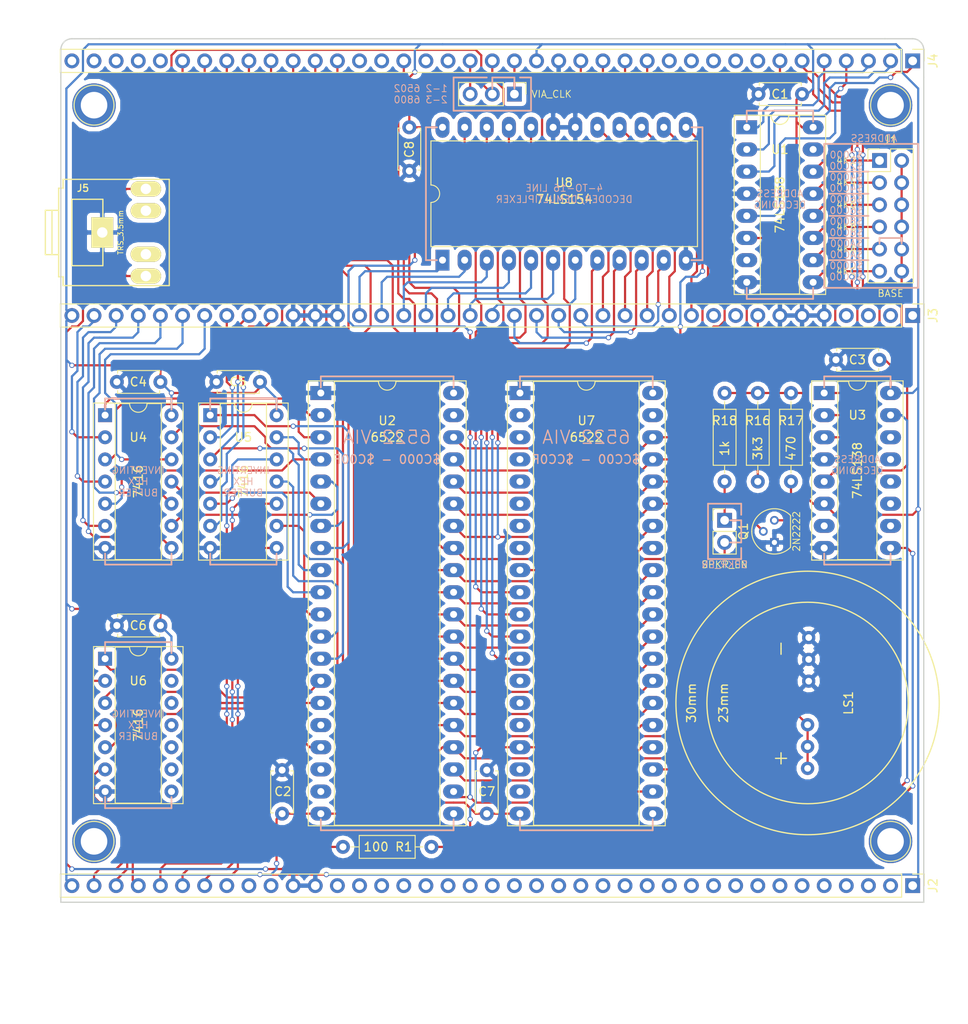
<source format=kicad_pcb>
(kicad_pcb (version 4) (host pcbnew 4.0.7)
  (layers (0 F.Cu signal) (31 B.Cu signal) (34 B.Paste user) (35 F.Paste user) (36 B.SilkS user) (37 F.SilkS user) (38 B.Mask user) (39 F.Mask user) (44 Edge.Cuts user))
  (net 0 "")
  (net 1 GND)
  (net 2 VCC)
  (net 3 /A3)
  (net 4 /A2)
  (net 5 /A1)
  (net 6 /A0)
  (net 7 /R/~W)
  (net 8 /D0)
  (net 9 /D1)
  (net 10 /D2)
  (net 11 /D3)
  (net 12 /D4)
  (net 13 /D5)
  (net 14 /D6)
  (net 15 /D7)
  (net 16 /4K2)
  (net 17 "Net-(J1-Pad10)")
  (net 18 /4K4)
  (net 19 /4K6)
  (net 20 /4K8)
  (net 21 /4KA)
  (net 22 /4KC)
  (net 23 CLOCK)
  (net 24 "Net-(U2-Pad2)")
  (net 25 "Net-(U2-Pad3)")
  (net 26 "Net-(U2-Pad4)")
  (net 27 "Net-(U2-Pad5)")
  (net 28 "Net-(U2-Pad6)")
  (net 29 "Net-(U2-Pad7)")
  (net 30 "Net-(U2-Pad8)")
  (net 31 "Net-(U2-Pad9)")
  (net 32 "Net-(U2-Pad10)")
  (net 33 "Net-(U2-Pad11)")
  (net 34 "Net-(U2-Pad12)")
  (net 35 "Net-(U2-Pad13)")
  (net 36 "Net-(U2-Pad14)")
  (net 37 "Net-(U2-Pad15)")
  (net 38 "Net-(U2-Pad17)")
  (net 39 ~VIA3)
  (net 40 "Net-(U7-Pad10)")
  (net 41 "Net-(U7-Pad11)")
  (net 42 "Net-(U7-Pad12)")
  (net 43 "Net-(U7-Pad13)")
  (net 44 /A13)
  (net 45 /A14)
  (net 46 /A15)
  (net 47 /A12)
  (net 48 /A9)
  (net 49 /A10)
  (net 50 /A11)
  (net 51 "Net-(LS1-Pad1)")
  (net 52 /LED15)
  (net 53 /LED14)
  (net 54 /LED13)
  (net 55 /LED12)
  (net 56 /LED11)
  (net 57 /LED10)
  (net 58 /LED9)
  (net 59 /LED8)
  (net 60 /LED7)
  (net 61 /LED6)
  (net 62 /LED5)
  (net 63 /LED4)
  (net 64 /LED3)
  (net 65 /LED2)
  (net 66 /LED1)
  (net 67 "Net-(J5-Pad2)")
  (net 68 "Net-(JP1-Pad1)")
  (net 69 "Net-(JP1-Pad2)")
  (net 70 /PHI2)
  (net 71 /PHI0)
  (net 72 ~VIA1)
  (net 73 /KEY_R)
  (net 74 /KEY_F)
  (net 75 /KEY_E)
  (net 76 /KEY_D)
  (net 77 /KEY_C)
  (net 78 /KEY_B)
  (net 79 /KEY_A)
  (net 80 /KEY_9)
  (net 81 /KEY_8)
  (net 82 /KEY_7)
  (net 83 /KEY_6)
  (net 84 /KEY_5)
  (net 85 /KEY_4)
  (net 86 /KEY_3)
  (net 87 /KEY_2)
  (net 88 /KEY_1)
  (net 89 /KEY_0)
  (net 90 /~RST)
  (module mounting:1pin (layer F.Cu) (at 104.14 140.335 90)
    (fp_text reference M1 hide)
    (fp_text value Mounting hide)
    (pad 1 thru_hole circle (at 0 0 90) (size 5 5) (drill 3.048) (layers *.Cu *.Mask))
  )
  (module mounting:1pin (layer F.Cu) (at 195.58 140.335)
    (fp_text reference M2 hide)
    (fp_text value Mounting hide)
    (pad 1 thru_hole circle (at 0 0) (size 5 5) (drill 3.048) (layers *.Cu *.Mask))
  )
  (module mounting:1pin (layer F.Cu) (at 195.58 55.88)
    (fp_text reference M3 hide)
    (fp_text value Mounting hide)
    (pad 1 thru_hole circle (at 0 0) (size 5 5) (drill 3.048) (layers *.Cu *.Mask))
  )
  (module mounting:1pin (layer F.Cu) (at 104.14 55.88)
    (fp_text reference M4 hide)
    (fp_text value Mounting hide)
    (pad 1 thru_hole circle (at 0 0) (size 5 5) (drill 3.048) (layers *.Cu *.Mask))
  )
  (module Capacitors_THT:C_Disc_D4.7mm_W2.5mm_P5.00mm (layer F.Cu) (at 125.73 137.16 90)
    (fp_text reference C2 (at 2.54 0.084999 180) (layer F.SilkS))
    (fp_text value 100nF)
    (pad 1 thru_hole circle (at 0 0 90) (size 1.6 1.6) (drill 0.8) (layers *.Cu *.Mask) (net 2 VCC))
    (pad 2 thru_hole circle (at 5 0 90) (size 1.6 1.6) (drill 0.8) (layers *.Cu *.Mask) (net 1 GND))
  )
  (module Capacitors_THT:C_Disc_D4.7mm_W2.5mm_P5.00mm (layer F.Cu) (at 194.31 85.09 180)
    (fp_text reference C3 (at 2.54 0 180) (layer F.SilkS))
    (fp_text value 100nF)
    (pad 1 thru_hole circle (at 0 0 180) (size 1.6 1.6) (drill 0.8) (layers *.Cu *.Mask) (net 2 VCC))
    (pad 2 thru_hole circle (at 5 0 180) (size 1.6 1.6) (drill 0.8) (layers *.Cu *.Mask) (net 1 GND))
  )
  (module Housings_DIP:DIP-16_W7.62mm_Socket_LongPads (layer F.Cu) (at 179.07 58.42)
    (fp_text reference U1 (at 3.81 2.54 180) (layer F.SilkS))
    (fp_text value 74LS138 (at 3.81 8.89 90) (layer F.SilkS))
    (pad 1 thru_hole rect (at 0 0) (size 2.4 1.6) (drill 0.8) (layers *.Cu *.Mask) (net 44 /A13))
    (pad 9 thru_hole oval (at 7.62 17.78) (size 2.4 1.6) (drill 0.8) (layers *.Cu *.Mask) (net 22 /4KC))
    (pad 2 thru_hole oval (at 0 2.54) (size 2.4 1.6) (drill 0.8) (layers *.Cu *.Mask) (net 45 /A14))
    (pad 10 thru_hole oval (at 7.62 15.24) (size 2.4 1.6) (drill 0.8) (layers *.Cu *.Mask) (net 21 /4KA))
    (pad 3 thru_hole oval (at 0 5.08) (size 2.4 1.6) (drill 0.8) (layers *.Cu *.Mask) (net 46 /A15))
    (pad 11 thru_hole oval (at 7.62 12.7) (size 2.4 1.6) (drill 0.8) (layers *.Cu *.Mask) (net 20 /4K8))
    (pad 4 thru_hole oval (at 0 7.62) (size 2.4 1.6) (drill 0.8) (layers *.Cu *.Mask) (net 1 GND))
    (pad 12 thru_hole oval (at 7.62 10.16) (size 2.4 1.6) (drill 0.8) (layers *.Cu *.Mask) (net 19 /4K6))
    (pad 5 thru_hole oval (at 0 10.16) (size 2.4 1.6) (drill 0.8) (layers *.Cu *.Mask) (net 47 /A12))
    (pad 13 thru_hole oval (at 7.62 7.62) (size 2.4 1.6) (drill 0.8) (layers *.Cu *.Mask) (net 18 /4K4))
    (pad 6 thru_hole oval (at 0 12.7) (size 2.4 1.6) (drill 0.8) (layers *.Cu *.Mask) (net 2 VCC))
    (pad 14 thru_hole oval (at 7.62 5.08) (size 2.4 1.6) (drill 0.8) (layers *.Cu *.Mask) (net 16 /4K2))
    (pad 7 thru_hole oval (at 0 15.24) (size 2.4 1.6) (drill 0.8) (layers *.Cu *.Mask))
    (pad 15 thru_hole oval (at 7.62 2.54) (size 2.4 1.6) (drill 0.8) (layers *.Cu *.Mask))
    (pad 8 thru_hole oval (at 0 17.78) (size 2.4 1.6) (drill 0.8) (layers *.Cu *.Mask) (net 1 GND))
    (pad 16 thru_hole oval (at 7.62 0) (size 2.4 1.6) (drill 0.8) (layers *.Cu *.Mask) (net 2 VCC))
  )
  (module Housings_DIP:DIP-40_W15.24mm_Socket_LongPads (layer F.Cu) (at 130.175 88.9)
    (fp_text reference U2 (at 7.62 3.175 180) (layer F.SilkS))
    (fp_text value 6522 (at 7.62 5.08 180) (layer F.SilkS))
    (pad 1 thru_hole rect (at 0 0) (size 2.4 1.6) (drill 0.8) (layers *.Cu *.Mask) (net 1 GND))
    (pad 21 thru_hole oval (at 15.24 48.26) (size 2.4 1.6) (drill 0.8) (layers *.Cu *.Mask))
    (pad 2 thru_hole oval (at 0 2.54) (size 2.4 1.6) (drill 0.8) (layers *.Cu *.Mask) (net 24 "Net-(U2-Pad2)"))
    (pad 22 thru_hole oval (at 15.24 45.72) (size 2.4 1.6) (drill 0.8) (layers *.Cu *.Mask) (net 7 /R/~W))
    (pad 3 thru_hole oval (at 0 5.08) (size 2.4 1.6) (drill 0.8) (layers *.Cu *.Mask) (net 25 "Net-(U2-Pad3)"))
    (pad 23 thru_hole oval (at 15.24 43.18) (size 2.4 1.6) (drill 0.8) (layers *.Cu *.Mask) (net 72 ~VIA1))
    (pad 4 thru_hole oval (at 0 7.62) (size 2.4 1.6) (drill 0.8) (layers *.Cu *.Mask) (net 26 "Net-(U2-Pad4)"))
    (pad 24 thru_hole oval (at 15.24 40.64) (size 2.4 1.6) (drill 0.8) (layers *.Cu *.Mask) (net 2 VCC))
    (pad 5 thru_hole oval (at 0 10.16) (size 2.4 1.6) (drill 0.8) (layers *.Cu *.Mask) (net 27 "Net-(U2-Pad5)"))
    (pad 25 thru_hole oval (at 15.24 38.1) (size 2.4 1.6) (drill 0.8) (layers *.Cu *.Mask) (net 23 CLOCK))
    (pad 6 thru_hole oval (at 0 12.7) (size 2.4 1.6) (drill 0.8) (layers *.Cu *.Mask) (net 28 "Net-(U2-Pad6)"))
    (pad 26 thru_hole oval (at 15.24 35.56) (size 2.4 1.6) (drill 0.8) (layers *.Cu *.Mask) (net 15 /D7))
    (pad 7 thru_hole oval (at 0 15.24) (size 2.4 1.6) (drill 0.8) (layers *.Cu *.Mask) (net 29 "Net-(U2-Pad7)"))
    (pad 27 thru_hole oval (at 15.24 33.02) (size 2.4 1.6) (drill 0.8) (layers *.Cu *.Mask) (net 14 /D6))
    (pad 8 thru_hole oval (at 0 17.78) (size 2.4 1.6) (drill 0.8) (layers *.Cu *.Mask) (net 30 "Net-(U2-Pad8)"))
    (pad 28 thru_hole oval (at 15.24 30.48) (size 2.4 1.6) (drill 0.8) (layers *.Cu *.Mask) (net 13 /D5))
    (pad 9 thru_hole oval (at 0 20.32) (size 2.4 1.6) (drill 0.8) (layers *.Cu *.Mask) (net 31 "Net-(U2-Pad9)"))
    (pad 29 thru_hole oval (at 15.24 27.94) (size 2.4 1.6) (drill 0.8) (layers *.Cu *.Mask) (net 12 /D4))
    (pad 10 thru_hole oval (at 0 22.86) (size 2.4 1.6) (drill 0.8) (layers *.Cu *.Mask) (net 32 "Net-(U2-Pad10)"))
    (pad 30 thru_hole oval (at 15.24 25.4) (size 2.4 1.6) (drill 0.8) (layers *.Cu *.Mask) (net 11 /D3))
    (pad 11 thru_hole oval (at 0 25.4) (size 2.4 1.6) (drill 0.8) (layers *.Cu *.Mask) (net 33 "Net-(U2-Pad11)"))
    (pad 31 thru_hole oval (at 15.24 22.86) (size 2.4 1.6) (drill 0.8) (layers *.Cu *.Mask) (net 10 /D2))
    (pad 12 thru_hole oval (at 0 27.94) (size 2.4 1.6) (drill 0.8) (layers *.Cu *.Mask) (net 34 "Net-(U2-Pad12)"))
    (pad 32 thru_hole oval (at 15.24 20.32) (size 2.4 1.6) (drill 0.8) (layers *.Cu *.Mask) (net 9 /D1))
    (pad 13 thru_hole oval (at 0 30.48) (size 2.4 1.6) (drill 0.8) (layers *.Cu *.Mask) (net 35 "Net-(U2-Pad13)"))
    (pad 33 thru_hole oval (at 15.24 17.78) (size 2.4 1.6) (drill 0.8) (layers *.Cu *.Mask) (net 8 /D0))
    (pad 14 thru_hole oval (at 0 33.02) (size 2.4 1.6) (drill 0.8) (layers *.Cu *.Mask) (net 36 "Net-(U2-Pad14)"))
    (pad 34 thru_hole oval (at 15.24 15.24) (size 2.4 1.6) (drill 0.8) (layers *.Cu *.Mask) (net 90 /~RST))
    (pad 15 thru_hole oval (at 0 35.56) (size 2.4 1.6) (drill 0.8) (layers *.Cu *.Mask) (net 37 "Net-(U2-Pad15)"))
    (pad 35 thru_hole oval (at 15.24 12.7) (size 2.4 1.6) (drill 0.8) (layers *.Cu *.Mask) (net 3 /A3))
    (pad 16 thru_hole oval (at 0 38.1) (size 2.4 1.6) (drill 0.8) (layers *.Cu *.Mask))
    (pad 36 thru_hole oval (at 15.24 10.16) (size 2.4 1.6) (drill 0.8) (layers *.Cu *.Mask) (net 4 /A2))
    (pad 17 thru_hole oval (at 0 40.64) (size 2.4 1.6) (drill 0.8) (layers *.Cu *.Mask) (net 38 "Net-(U2-Pad17)"))
    (pad 37 thru_hole oval (at 15.24 7.62) (size 2.4 1.6) (drill 0.8) (layers *.Cu *.Mask) (net 5 /A1))
    (pad 18 thru_hole oval (at 0 43.18) (size 2.4 1.6) (drill 0.8) (layers *.Cu *.Mask))
    (pad 38 thru_hole oval (at 15.24 5.08) (size 2.4 1.6) (drill 0.8) (layers *.Cu *.Mask) (net 6 /A0))
    (pad 19 thru_hole oval (at 0 45.72) (size 2.4 1.6) (drill 0.8) (layers *.Cu *.Mask))
    (pad 39 thru_hole oval (at 15.24 2.54) (size 2.4 1.6) (drill 0.8) (layers *.Cu *.Mask))
    (pad 20 thru_hole oval (at 0 48.26) (size 2.4 1.6) (drill 0.8) (layers *.Cu *.Mask) (net 2 VCC))
    (pad 40 thru_hole oval (at 15.24 0) (size 2.4 1.6) (drill 0.8) (layers *.Cu *.Mask))
  )
  (module Housings_DIP:DIP-16_W7.62mm_Socket_LongPads (layer F.Cu) (at 187.96 88.9)
    (fp_text reference U3 (at 3.81 2.54 180) (layer F.SilkS))
    (fp_text value 74LS138 (at 3.81 8.89 90) (layer F.SilkS))
    (pad 1 thru_hole rect (at 0 0) (size 2.4 1.6) (drill 0.8) (layers *.Cu *.Mask) (net 48 /A9))
    (pad 9 thru_hole oval (at 7.62 17.78) (size 2.4 1.6) (drill 0.8) (layers *.Cu *.Mask) (net 39 ~VIA3))
    (pad 2 thru_hole oval (at 0 2.54) (size 2.4 1.6) (drill 0.8) (layers *.Cu *.Mask) (net 49 /A10))
    (pad 10 thru_hole oval (at 7.62 15.24) (size 2.4 1.6) (drill 0.8) (layers *.Cu *.Mask))
    (pad 3 thru_hole oval (at 0 5.08) (size 2.4 1.6) (drill 0.8) (layers *.Cu *.Mask) (net 50 /A11))
    (pad 11 thru_hole oval (at 7.62 12.7) (size 2.4 1.6) (drill 0.8) (layers *.Cu *.Mask))
    (pad 4 thru_hole oval (at 0 7.62) (size 2.4 1.6) (drill 0.8) (layers *.Cu *.Mask) (net 1 GND))
    (pad 12 thru_hole oval (at 7.62 10.16) (size 2.4 1.6) (drill 0.8) (layers *.Cu *.Mask))
    (pad 5 thru_hole oval (at 0 10.16) (size 2.4 1.6) (drill 0.8) (layers *.Cu *.Mask) (net 17 "Net-(J1-Pad10)"))
    (pad 13 thru_hole oval (at 7.62 7.62) (size 2.4 1.6) (drill 0.8) (layers *.Cu *.Mask))
    (pad 6 thru_hole oval (at 0 12.7) (size 2.4 1.6) (drill 0.8) (layers *.Cu *.Mask) (net 2 VCC))
    (pad 14 thru_hole oval (at 7.62 5.08) (size 2.4 1.6) (drill 0.8) (layers *.Cu *.Mask))
    (pad 7 thru_hole oval (at 0 15.24) (size 2.4 1.6) (drill 0.8) (layers *.Cu *.Mask))
    (pad 15 thru_hole oval (at 7.62 2.54) (size 2.4 1.6) (drill 0.8) (layers *.Cu *.Mask) (net 72 ~VIA1))
    (pad 8 thru_hole oval (at 0 17.78) (size 2.4 1.6) (drill 0.8) (layers *.Cu *.Mask) (net 1 GND))
    (pad 16 thru_hole oval (at 7.62 0) (size 2.4 1.6) (drill 0.8) (layers *.Cu *.Mask) (net 2 VCC))
  )
  (module Pin_Headers:Pin_Header_Straight_1x03_Pitch2.54mm (layer F.Cu) (at 152.4 54.61 270)
    (fp_text reference JP3)
    (fp_text value VIA_CLK)
    (pad 1 thru_hole rect (at 0 0 270) (size 1.7 1.7) (drill 1) (layers *.Cu *.Mask) (net 70 /PHI2))
    (pad 2 thru_hole oval (at 0 2.54 270) (size 1.7 1.7) (drill 1) (layers *.Cu *.Mask) (net 23 CLOCK))
    (pad 3 thru_hole oval (at 0 5.08 270) (size 1.7 1.7) (drill 1) (layers *.Cu *.Mask) (net 71 /PHI0))
  )
  (module Capacitors_THT:C_Disc_D4.7mm_W2.5mm_P5.00mm (layer F.Cu) (at 185.42 54.61 180)
    (fp_text reference C1 (at 2.54 0 180) (layer F.SilkS))
    (fp_text value 100nF)
    (pad 1 thru_hole circle (at 0 0 180) (size 1.6 1.6) (drill 0.8) (layers *.Cu *.Mask) (net 2 VCC))
    (pad 2 thru_hole circle (at 5 0 180) (size 1.6 1.6) (drill 0.8) (layers *.Cu *.Mask) (net 1 GND))
  )
  (module Capacitors_THT:C_Disc_D4.7mm_W2.5mm_P5.00mm (layer F.Cu) (at 111.76 87.63 180)
    (fp_text reference C4 (at 2.54 0 360) (layer F.SilkS))
    (fp_text value 100nF)
    (pad 1 thru_hole circle (at 0 0 180) (size 1.6 1.6) (drill 0.8) (layers *.Cu *.Mask) (net 2 VCC))
    (pad 2 thru_hole circle (at 5 0 180) (size 1.6 1.6) (drill 0.8) (layers *.Cu *.Mask) (net 1 GND))
  )
  (module Capacitors_THT:C_Disc_D4.7mm_W2.5mm_P5.00mm (layer F.Cu) (at 123.19 87.63 180)
    (fp_text reference C5 (at 2.54 0 360) (layer F.SilkS))
    (fp_text value 100nF)
    (pad 1 thru_hole circle (at 0 0 180) (size 1.6 1.6) (drill 0.8) (layers *.Cu *.Mask) (net 2 VCC))
    (pad 2 thru_hole circle (at 5 0 180) (size 1.6 1.6) (drill 0.8) (layers *.Cu *.Mask) (net 1 GND))
  )
  (module Pin_Headers:Pin_Header_Straight_2x06_Pitch2.54mm (layer F.Cu) (at 194.31 62.23)
    (fp_text reference J1 (at 1.27 -2.33) (layer F.SilkS))
    (fp_text value BASE (at 1.27 15.24) (layer F.SilkS) (effects (font (size 0.8 0.8) (thickness 0.1))))
    (pad 1 thru_hole rect (at 0 0) (size 1.7 1.7) (drill 1) (layers *.Cu *.Mask) (net 16 /4K2))
    (pad 2 thru_hole oval (at 2.54 0) (size 1.7 1.7) (drill 1) (layers *.Cu *.Mask) (net 17 "Net-(J1-Pad10)"))
    (pad 3 thru_hole oval (at 0 2.54) (size 1.7 1.7) (drill 1) (layers *.Cu *.Mask) (net 18 /4K4))
    (pad 4 thru_hole oval (at 2.54 2.54) (size 1.7 1.7) (drill 1) (layers *.Cu *.Mask) (net 17 "Net-(J1-Pad10)"))
    (pad 5 thru_hole oval (at 0 5.08) (size 1.7 1.7) (drill 1) (layers *.Cu *.Mask) (net 19 /4K6))
    (pad 6 thru_hole oval (at 2.54 5.08) (size 1.7 1.7) (drill 1) (layers *.Cu *.Mask) (net 17 "Net-(J1-Pad10)"))
    (pad 7 thru_hole oval (at 0 7.62) (size 1.7 1.7) (drill 1) (layers *.Cu *.Mask) (net 20 /4K8))
    (pad 8 thru_hole oval (at 2.54 7.62) (size 1.7 1.7) (drill 1) (layers *.Cu *.Mask) (net 17 "Net-(J1-Pad10)"))
    (pad 9 thru_hole oval (at 0 10.16) (size 1.7 1.7) (drill 1) (layers *.Cu *.Mask) (net 21 /4KA))
    (pad 10 thru_hole oval (at 2.54 10.16) (size 1.7 1.7) (drill 1) (layers *.Cu *.Mask) (net 17 "Net-(J1-Pad10)"))
    (pad 11 thru_hole oval (at 0 12.7) (size 1.7 1.7) (drill 1) (layers *.Cu *.Mask) (net 22 /4KC))
    (pad 12 thru_hole oval (at 2.54 12.7) (size 1.7 1.7) (drill 1) (layers *.Cu *.Mask) (net 17 "Net-(J1-Pad10)"))
  )
  (module Pin_Headers:Pin_Header_Straight_1x39_Pitch2.54mm (layer F.Cu) (at 198.12 145.415 270)
    (fp_text reference J2 (at 0 -2.33 270) (layer F.SilkS))
    (fp_text value BTM)
    (pad 1 thru_hole rect (at 0 0 270) (size 1.7 1.7) (drill 1) (layers *.Cu *.Mask) (net 2 VCC))
    (pad 2 thru_hole oval (at 0 2.54 270) (size 1.7 1.7) (drill 1) (layers *.Cu *.Mask))
    (pad 3 thru_hole oval (at 0 5.08 270) (size 1.7 1.7) (drill 1) (layers *.Cu *.Mask))
    (pad 4 thru_hole oval (at 0 7.62 270) (size 1.7 1.7) (drill 1) (layers *.Cu *.Mask))
    (pad 5 thru_hole oval (at 0 10.16 270) (size 1.7 1.7) (drill 1) (layers *.Cu *.Mask))
    (pad 6 thru_hole oval (at 0 12.7 270) (size 1.7 1.7) (drill 1) (layers *.Cu *.Mask))
    (pad 7 thru_hole oval (at 0 15.24 270) (size 1.7 1.7) (drill 1) (layers *.Cu *.Mask))
    (pad 8 thru_hole oval (at 0 17.78 270) (size 1.7 1.7) (drill 1) (layers *.Cu *.Mask))
    (pad 9 thru_hole oval (at 0 20.32 270) (size 1.7 1.7) (drill 1) (layers *.Cu *.Mask))
    (pad 10 thru_hole oval (at 0 22.86 270) (size 1.7 1.7) (drill 1) (layers *.Cu *.Mask))
    (pad 11 thru_hole oval (at 0 25.4 270) (size 1.7 1.7) (drill 1) (layers *.Cu *.Mask))
    (pad 12 thru_hole oval (at 0 27.94 270) (size 1.7 1.7) (drill 1) (layers *.Cu *.Mask))
    (pad 13 thru_hole oval (at 0 30.48 270) (size 1.7 1.7) (drill 1) (layers *.Cu *.Mask))
    (pad 14 thru_hole oval (at 0 33.02 270) (size 1.7 1.7) (drill 1) (layers *.Cu *.Mask))
    (pad 15 thru_hole oval (at 0 35.56 270) (size 1.7 1.7) (drill 1) (layers *.Cu *.Mask))
    (pad 16 thru_hole oval (at 0 38.1 270) (size 1.7 1.7) (drill 1) (layers *.Cu *.Mask))
    (pad 17 thru_hole oval (at 0 40.64 270) (size 1.7 1.7) (drill 1) (layers *.Cu *.Mask))
    (pad 18 thru_hole oval (at 0 43.18 270) (size 1.7 1.7) (drill 1) (layers *.Cu *.Mask))
    (pad 19 thru_hole oval (at 0 45.72 270) (size 1.7 1.7) (drill 1) (layers *.Cu *.Mask))
    (pad 20 thru_hole oval (at 0 48.26 270) (size 1.7 1.7) (drill 1) (layers *.Cu *.Mask))
    (pad 21 thru_hole oval (at 0 50.8 270) (size 1.7 1.7) (drill 1) (layers *.Cu *.Mask))
    (pad 22 thru_hole oval (at 0 53.34 270) (size 1.7 1.7) (drill 1) (layers *.Cu *.Mask))
    (pad 23 thru_hole oval (at 0 55.88 270) (size 1.7 1.7) (drill 1) (layers *.Cu *.Mask))
    (pad 24 thru_hole oval (at 0 58.42 270) (size 1.7 1.7) (drill 1) (layers *.Cu *.Mask))
    (pad 25 thru_hole oval (at 0 60.96 270) (size 1.7 1.7) (drill 1) (layers *.Cu *.Mask))
    (pad 26 thru_hole oval (at 0 63.5 270) (size 1.7 1.7) (drill 1) (layers *.Cu *.Mask))
    (pad 27 thru_hole oval (at 0 66.04 270) (size 1.7 1.7) (drill 1) (layers *.Cu *.Mask))
    (pad 28 thru_hole oval (at 0 68.58 270) (size 1.7 1.7) (drill 1) (layers *.Cu *.Mask) (net 1 GND))
    (pad 29 thru_hole oval (at 0 71.12 270) (size 1.7 1.7) (drill 1) (layers *.Cu *.Mask) (net 1 GND))
    (pad 30 thru_hole oval (at 0 73.66 270) (size 1.7 1.7) (drill 1) (layers *.Cu *.Mask))
    (pad 31 thru_hole oval (at 0 76.2 270) (size 1.7 1.7) (drill 1) (layers *.Cu *.Mask))
    (pad 32 thru_hole oval (at 0 78.74 270) (size 1.7 1.7) (drill 1) (layers *.Cu *.Mask))
    (pad 33 thru_hole oval (at 0 81.28 270) (size 1.7 1.7) (drill 1) (layers *.Cu *.Mask) (net 57 /LED10))
    (pad 34 thru_hole oval (at 0 83.82 270) (size 1.7 1.7) (drill 1) (layers *.Cu *.Mask) (net 56 /LED11))
    (pad 35 thru_hole oval (at 0 86.36 270) (size 1.7 1.7) (drill 1) (layers *.Cu *.Mask) (net 55 /LED12))
    (pad 36 thru_hole oval (at 0 88.9 270) (size 1.7 1.7) (drill 1) (layers *.Cu *.Mask) (net 52 /LED15))
    (pad 37 thru_hole oval (at 0 91.44 270) (size 1.7 1.7) (drill 1) (layers *.Cu *.Mask) (net 53 /LED14))
    (pad 38 thru_hole oval (at 0 93.98 270) (size 1.7 1.7) (drill 1) (layers *.Cu *.Mask) (net 54 /LED13))
    (pad 39 thru_hole oval (at 0 96.52 270) (size 1.7 1.7) (drill 1) (layers *.Cu *.Mask) (net 2 VCC))
  )
  (module Pin_Headers:Pin_Header_Straight_1x39_Pitch2.54mm (layer F.Cu) (at 198.12 80.01 270)
    (fp_text reference J3 (at 0 -2.33 270) (layer F.SilkS))
    (fp_text value TOP)
    (pad 1 thru_hole rect (at 0 0 270) (size 1.7 1.7) (drill 1) (layers *.Cu *.Mask) (net 2 VCC))
    (pad 2 thru_hole oval (at 0 2.54 270) (size 1.7 1.7) (drill 1) (layers *.Cu *.Mask))
    (pad 3 thru_hole oval (at 0 5.08 270) (size 1.7 1.7) (drill 1) (layers *.Cu *.Mask))
    (pad 4 thru_hole oval (at 0 7.62 270) (size 1.7 1.7) (drill 1) (layers *.Cu *.Mask))
    (pad 5 thru_hole oval (at 0 10.16 270) (size 1.7 1.7) (drill 1) (layers *.Cu *.Mask) (net 1 GND))
    (pad 6 thru_hole oval (at 0 12.7 270) (size 1.7 1.7) (drill 1) (layers *.Cu *.Mask) (net 1 GND))
    (pad 7 thru_hole oval (at 0 15.24 270) (size 1.7 1.7) (drill 1) (layers *.Cu *.Mask) (net 1 GND))
    (pad 8 thru_hole oval (at 0 17.78 270) (size 1.7 1.7) (drill 1) (layers *.Cu *.Mask) (net 73 /KEY_R))
    (pad 9 thru_hole oval (at 0 20.32 270) (size 1.7 1.7) (drill 1) (layers *.Cu *.Mask))
    (pad 10 thru_hole oval (at 0 22.86 270) (size 1.7 1.7) (drill 1) (layers *.Cu *.Mask))
    (pad 11 thru_hole oval (at 0 25.4 270) (size 1.7 1.7) (drill 1) (layers *.Cu *.Mask) (net 78 /KEY_B))
    (pad 12 thru_hole oval (at 0 27.94 270) (size 1.7 1.7) (drill 1) (layers *.Cu *.Mask) (net 77 /KEY_C))
    (pad 13 thru_hole oval (at 0 30.48 270) (size 1.7 1.7) (drill 1) (layers *.Cu *.Mask) (net 76 /KEY_D))
    (pad 14 thru_hole oval (at 0 33.02 270) (size 1.7 1.7) (drill 1) (layers *.Cu *.Mask) (net 75 /KEY_E))
    (pad 15 thru_hole oval (at 0 35.56 270) (size 1.7 1.7) (drill 1) (layers *.Cu *.Mask) (net 74 /KEY_F))
    (pad 16 thru_hole oval (at 0 38.1 270) (size 1.7 1.7) (drill 1) (layers *.Cu *.Mask) (net 79 /KEY_A))
    (pad 17 thru_hole oval (at 0 40.64 270) (size 1.7 1.7) (drill 1) (layers *.Cu *.Mask) (net 80 /KEY_9))
    (pad 18 thru_hole oval (at 0 43.18 270) (size 1.7 1.7) (drill 1) (layers *.Cu *.Mask) (net 81 /KEY_8))
    (pad 19 thru_hole oval (at 0 45.72 270) (size 1.7 1.7) (drill 1) (layers *.Cu *.Mask) (net 82 /KEY_7))
    (pad 20 thru_hole oval (at 0 48.26 270) (size 1.7 1.7) (drill 1) (layers *.Cu *.Mask) (net 83 /KEY_6))
    (pad 21 thru_hole oval (at 0 50.8 270) (size 1.7 1.7) (drill 1) (layers *.Cu *.Mask) (net 84 /KEY_5))
    (pad 22 thru_hole oval (at 0 53.34 270) (size 1.7 1.7) (drill 1) (layers *.Cu *.Mask) (net 85 /KEY_4))
    (pad 23 thru_hole oval (at 0 55.88 270) (size 1.7 1.7) (drill 1) (layers *.Cu *.Mask) (net 86 /KEY_3))
    (pad 24 thru_hole oval (at 0 58.42 270) (size 1.7 1.7) (drill 1) (layers *.Cu *.Mask) (net 87 /KEY_2))
    (pad 25 thru_hole oval (at 0 60.96 270) (size 1.7 1.7) (drill 1) (layers *.Cu *.Mask) (net 88 /KEY_1))
    (pad 26 thru_hole oval (at 0 63.5 270) (size 1.7 1.7) (drill 1) (layers *.Cu *.Mask) (net 89 /KEY_0))
    (pad 27 thru_hole oval (at 0 66.04 270) (size 1.7 1.7) (drill 1) (layers *.Cu *.Mask) (net 1 GND))
    (pad 28 thru_hole oval (at 0 68.58 270) (size 1.7 1.7) (drill 1) (layers *.Cu *.Mask) (net 1 GND))
    (pad 29 thru_hole oval (at 0 71.12 270) (size 1.7 1.7) (drill 1) (layers *.Cu *.Mask) (net 1 GND))
    (pad 30 thru_hole oval (at 0 73.66 270) (size 1.7 1.7) (drill 1) (layers *.Cu *.Mask) (net 58 /LED9))
    (pad 31 thru_hole oval (at 0 76.2 270) (size 1.7 1.7) (drill 1) (layers *.Cu *.Mask) (net 59 /LED8))
    (pad 32 thru_hole oval (at 0 78.74 270) (size 1.7 1.7) (drill 1) (layers *.Cu *.Mask) (net 60 /LED7))
    (pad 33 thru_hole oval (at 0 81.28 270) (size 1.7 1.7) (drill 1) (layers *.Cu *.Mask) (net 61 /LED6))
    (pad 34 thru_hole oval (at 0 83.82 270) (size 1.7 1.7) (drill 1) (layers *.Cu *.Mask) (net 62 /LED5))
    (pad 35 thru_hole oval (at 0 86.36 270) (size 1.7 1.7) (drill 1) (layers *.Cu *.Mask) (net 63 /LED4))
    (pad 36 thru_hole oval (at 0 88.9 270) (size 1.7 1.7) (drill 1) (layers *.Cu *.Mask) (net 64 /LED3))
    (pad 37 thru_hole oval (at 0 91.44 270) (size 1.7 1.7) (drill 1) (layers *.Cu *.Mask) (net 65 /LED2))
    (pad 38 thru_hole oval (at 0 93.98 270) (size 1.7 1.7) (drill 1) (layers *.Cu *.Mask) (net 66 /LED1))
    (pad 39 thru_hole oval (at 0 96.52 270) (size 1.7 1.7) (drill 1) (layers *.Cu *.Mask) (net 2 VCC))
  )
  (module Resistors_THT:R_Axial_DIN0207_L6.3mm_D2.5mm_P10.16mm_Horizontal (layer F.Cu) (at 180.34 88.9 270)
    (fp_text reference R16 (at 3.175 0 360) (layer F.SilkS))
    (fp_text value 3k3 (at 6.35 0 270) (layer F.SilkS))
    (pad 1 thru_hole circle (at 0 0 270) (size 1.6 1.6) (drill 0.8) (layers *.Cu *.Mask) (net 2 VCC))
    (pad 2 thru_hole oval (at 10.16 0 270) (size 1.6 1.6) (drill 0.8) (layers *.Cu *.Mask) (net 73 /KEY_R))
  )
  (module Housings_DIP:DIP-14_W7.62mm_Socket (layer F.Cu) (at 105.41 91.44)
    (fp_text reference U4 (at 3.81 2.54) (layer F.SilkS))
    (fp_text value 7416 (at 3.81 7.62 90) (layer F.SilkS))
    (pad 1 thru_hole rect (at 0 0) (size 1.6 1.6) (drill 0.8) (layers *.Cu *.Mask) (net 24 "Net-(U2-Pad2)"))
    (pad 8 thru_hole oval (at 7.62 15.24) (size 1.6 1.6) (drill 0.8) (layers *.Cu *.Mask) (net 63 /LED4))
    (pad 2 thru_hole oval (at 0 2.54) (size 1.6 1.6) (drill 0.8) (layers *.Cu *.Mask) (net 66 /LED1))
    (pad 9 thru_hole oval (at 7.62 12.7) (size 1.6 1.6) (drill 0.8) (layers *.Cu *.Mask) (net 27 "Net-(U2-Pad5)"))
    (pad 3 thru_hole oval (at 0 5.08) (size 1.6 1.6) (drill 0.8) (layers *.Cu *.Mask) (net 25 "Net-(U2-Pad3)"))
    (pad 10 thru_hole oval (at 7.62 10.16) (size 1.6 1.6) (drill 0.8) (layers *.Cu *.Mask) (net 62 /LED5))
    (pad 4 thru_hole oval (at 0 7.62) (size 1.6 1.6) (drill 0.8) (layers *.Cu *.Mask) (net 65 /LED2))
    (pad 11 thru_hole oval (at 7.62 7.62) (size 1.6 1.6) (drill 0.8) (layers *.Cu *.Mask) (net 28 "Net-(U2-Pad6)"))
    (pad 5 thru_hole oval (at 0 10.16) (size 1.6 1.6) (drill 0.8) (layers *.Cu *.Mask) (net 26 "Net-(U2-Pad4)"))
    (pad 12 thru_hole oval (at 7.62 5.08) (size 1.6 1.6) (drill 0.8) (layers *.Cu *.Mask) (net 61 /LED6))
    (pad 6 thru_hole oval (at 0 12.7) (size 1.6 1.6) (drill 0.8) (layers *.Cu *.Mask) (net 64 /LED3))
    (pad 13 thru_hole oval (at 7.62 2.54) (size 1.6 1.6) (drill 0.8) (layers *.Cu *.Mask) (net 29 "Net-(U2-Pad7)"))
    (pad 7 thru_hole oval (at 0 15.24) (size 1.6 1.6) (drill 0.8) (layers *.Cu *.Mask) (net 1 GND))
    (pad 14 thru_hole oval (at 7.62 0) (size 1.6 1.6) (drill 0.8) (layers *.Cu *.Mask) (net 2 VCC))
  )
  (module Housings_DIP:DIP-14_W7.62mm_Socket (layer F.Cu) (at 117.475 91.44)
    (fp_text reference U5 (at 3.81 2.54) (layer F.SilkS))
    (fp_text value 7416 (at 3.81 7.62 90) (layer F.SilkS))
    (pad 1 thru_hole rect (at 0 0) (size 1.6 1.6) (drill 0.8) (layers *.Cu *.Mask) (net 30 "Net-(U2-Pad8)"))
    (pad 8 thru_hole oval (at 7.62 15.24) (size 1.6 1.6) (drill 0.8) (layers *.Cu *.Mask) (net 57 /LED10))
    (pad 2 thru_hole oval (at 0 2.54) (size 1.6 1.6) (drill 0.8) (layers *.Cu *.Mask) (net 60 /LED7))
    (pad 9 thru_hole oval (at 7.62 12.7) (size 1.6 1.6) (drill 0.8) (layers *.Cu *.Mask) (net 33 "Net-(U2-Pad11)"))
    (pad 3 thru_hole oval (at 0 5.08) (size 1.6 1.6) (drill 0.8) (layers *.Cu *.Mask) (net 31 "Net-(U2-Pad9)"))
    (pad 10 thru_hole oval (at 7.62 10.16) (size 1.6 1.6) (drill 0.8) (layers *.Cu *.Mask) (net 56 /LED11))
    (pad 4 thru_hole oval (at 0 7.62) (size 1.6 1.6) (drill 0.8) (layers *.Cu *.Mask) (net 59 /LED8))
    (pad 11 thru_hole oval (at 7.62 7.62) (size 1.6 1.6) (drill 0.8) (layers *.Cu *.Mask) (net 34 "Net-(U2-Pad12)"))
    (pad 5 thru_hole oval (at 0 10.16) (size 1.6 1.6) (drill 0.8) (layers *.Cu *.Mask) (net 32 "Net-(U2-Pad10)"))
    (pad 12 thru_hole oval (at 7.62 5.08) (size 1.6 1.6) (drill 0.8) (layers *.Cu *.Mask) (net 55 /LED12))
    (pad 6 thru_hole oval (at 0 12.7) (size 1.6 1.6) (drill 0.8) (layers *.Cu *.Mask) (net 58 /LED9))
    (pad 13 thru_hole oval (at 7.62 2.54) (size 1.6 1.6) (drill 0.8) (layers *.Cu *.Mask) (net 35 "Net-(U2-Pad13)"))
    (pad 7 thru_hole oval (at 0 15.24) (size 1.6 1.6) (drill 0.8) (layers *.Cu *.Mask) (net 1 GND))
    (pad 14 thru_hole oval (at 7.62 0) (size 1.6 1.6) (drill 0.8) (layers *.Cu *.Mask) (net 2 VCC))
  )
  (module Housings_DIP:DIP-14_W7.62mm_Socket (layer F.Cu) (at 105.41 119.38)
    (fp_text reference U6 (at 3.81 2.54) (layer F.SilkS))
    (fp_text value 7416 (at 3.81 7.62 90) (layer F.SilkS))
    (pad 1 thru_hole rect (at 0 0) (size 1.6 1.6) (drill 0.8) (layers *.Cu *.Mask) (net 36 "Net-(U2-Pad14)"))
    (pad 8 thru_hole oval (at 7.62 15.24) (size 1.6 1.6) (drill 0.8) (layers *.Cu *.Mask))
    (pad 2 thru_hole oval (at 0 2.54) (size 1.6 1.6) (drill 0.8) (layers *.Cu *.Mask) (net 54 /LED13))
    (pad 9 thru_hole oval (at 7.62 12.7) (size 1.6 1.6) (drill 0.8) (layers *.Cu *.Mask))
    (pad 3 thru_hole oval (at 0 5.08) (size 1.6 1.6) (drill 0.8) (layers *.Cu *.Mask) (net 37 "Net-(U2-Pad15)"))
    (pad 10 thru_hole oval (at 7.62 10.16) (size 1.6 1.6) (drill 0.8) (layers *.Cu *.Mask))
    (pad 4 thru_hole oval (at 0 7.62) (size 1.6 1.6) (drill 0.8) (layers *.Cu *.Mask) (net 53 /LED14))
    (pad 11 thru_hole oval (at 7.62 7.62) (size 1.6 1.6) (drill 0.8) (layers *.Cu *.Mask))
    (pad 5 thru_hole oval (at 0 10.16) (size 1.6 1.6) (drill 0.8) (layers *.Cu *.Mask) (net 38 "Net-(U2-Pad17)"))
    (pad 12 thru_hole oval (at 7.62 5.08) (size 1.6 1.6) (drill 0.8) (layers *.Cu *.Mask))
    (pad 6 thru_hole oval (at 0 12.7) (size 1.6 1.6) (drill 0.8) (layers *.Cu *.Mask) (net 52 /LED15))
    (pad 13 thru_hole oval (at 7.62 2.54) (size 1.6 1.6) (drill 0.8) (layers *.Cu *.Mask))
    (pad 7 thru_hole oval (at 0 15.24) (size 1.6 1.6) (drill 0.8) (layers *.Cu *.Mask) (net 1 GND))
    (pad 14 thru_hole oval (at 7.62 0) (size 1.6 1.6) (drill 0.8) (layers *.Cu *.Mask) (net 2 VCC))
  )
  (module Housings_DIP:DIP-40_W15.24mm_Socket_LongPads (layer F.Cu) (at 153.035 88.9)
    (fp_text reference U7 (at 7.62 3.175) (layer F.SilkS))
    (fp_text value 6522 (at 7.62 5.08) (layer F.SilkS))
    (pad 1 thru_hole rect (at 0 0) (size 2.4 1.6) (drill 0.8) (layers *.Cu *.Mask) (net 1 GND))
    (pad 21 thru_hole oval (at 15.24 48.26) (size 2.4 1.6) (drill 0.8) (layers *.Cu *.Mask))
    (pad 2 thru_hole oval (at 0 2.54) (size 2.4 1.6) (drill 0.8) (layers *.Cu *.Mask))
    (pad 22 thru_hole oval (at 15.24 45.72) (size 2.4 1.6) (drill 0.8) (layers *.Cu *.Mask) (net 7 /R/~W))
    (pad 3 thru_hole oval (at 0 5.08) (size 2.4 1.6) (drill 0.8) (layers *.Cu *.Mask))
    (pad 23 thru_hole oval (at 15.24 43.18) (size 2.4 1.6) (drill 0.8) (layers *.Cu *.Mask) (net 39 ~VIA3))
    (pad 4 thru_hole oval (at 0 7.62) (size 2.4 1.6) (drill 0.8) (layers *.Cu *.Mask))
    (pad 24 thru_hole oval (at 15.24 40.64) (size 2.4 1.6) (drill 0.8) (layers *.Cu *.Mask) (net 2 VCC))
    (pad 5 thru_hole oval (at 0 10.16) (size 2.4 1.6) (drill 0.8) (layers *.Cu *.Mask))
    (pad 25 thru_hole oval (at 15.24 38.1) (size 2.4 1.6) (drill 0.8) (layers *.Cu *.Mask) (net 23 CLOCK))
    (pad 6 thru_hole oval (at 0 12.7) (size 2.4 1.6) (drill 0.8) (layers *.Cu *.Mask))
    (pad 26 thru_hole oval (at 15.24 35.56) (size 2.4 1.6) (drill 0.8) (layers *.Cu *.Mask) (net 15 /D7))
    (pad 7 thru_hole oval (at 0 15.24) (size 2.4 1.6) (drill 0.8) (layers *.Cu *.Mask))
    (pad 27 thru_hole oval (at 15.24 33.02) (size 2.4 1.6) (drill 0.8) (layers *.Cu *.Mask) (net 14 /D6))
    (pad 8 thru_hole oval (at 0 17.78) (size 2.4 1.6) (drill 0.8) (layers *.Cu *.Mask))
    (pad 28 thru_hole oval (at 15.24 30.48) (size 2.4 1.6) (drill 0.8) (layers *.Cu *.Mask) (net 13 /D5))
    (pad 9 thru_hole oval (at 0 20.32) (size 2.4 1.6) (drill 0.8) (layers *.Cu *.Mask) (net 73 /KEY_R))
    (pad 29 thru_hole oval (at 15.24 27.94) (size 2.4 1.6) (drill 0.8) (layers *.Cu *.Mask) (net 12 /D4))
    (pad 10 thru_hole oval (at 0 22.86) (size 2.4 1.6) (drill 0.8) (layers *.Cu *.Mask) (net 40 "Net-(U7-Pad10)"))
    (pad 30 thru_hole oval (at 15.24 25.4) (size 2.4 1.6) (drill 0.8) (layers *.Cu *.Mask) (net 11 /D3))
    (pad 11 thru_hole oval (at 0 25.4) (size 2.4 1.6) (drill 0.8) (layers *.Cu *.Mask) (net 41 "Net-(U7-Pad11)"))
    (pad 31 thru_hole oval (at 15.24 22.86) (size 2.4 1.6) (drill 0.8) (layers *.Cu *.Mask) (net 10 /D2))
    (pad 12 thru_hole oval (at 0 27.94) (size 2.4 1.6) (drill 0.8) (layers *.Cu *.Mask) (net 42 "Net-(U7-Pad12)"))
    (pad 32 thru_hole oval (at 15.24 20.32) (size 2.4 1.6) (drill 0.8) (layers *.Cu *.Mask) (net 9 /D1))
    (pad 13 thru_hole oval (at 0 30.48) (size 2.4 1.6) (drill 0.8) (layers *.Cu *.Mask) (net 43 "Net-(U7-Pad13)"))
    (pad 33 thru_hole oval (at 15.24 17.78) (size 2.4 1.6) (drill 0.8) (layers *.Cu *.Mask) (net 8 /D0))
    (pad 14 thru_hole oval (at 0 33.02) (size 2.4 1.6) (drill 0.8) (layers *.Cu *.Mask))
    (pad 34 thru_hole oval (at 15.24 15.24) (size 2.4 1.6) (drill 0.8) (layers *.Cu *.Mask) (net 90 /~RST))
    (pad 15 thru_hole oval (at 0 35.56) (size 2.4 1.6) (drill 0.8) (layers *.Cu *.Mask))
    (pad 35 thru_hole oval (at 15.24 12.7) (size 2.4 1.6) (drill 0.8) (layers *.Cu *.Mask) (net 3 /A3))
    (pad 16 thru_hole oval (at 0 38.1) (size 2.4 1.6) (drill 0.8) (layers *.Cu *.Mask))
    (pad 36 thru_hole oval (at 15.24 10.16) (size 2.4 1.6) (drill 0.8) (layers *.Cu *.Mask) (net 4 /A2))
    (pad 17 thru_hole oval (at 0 40.64) (size 2.4 1.6) (drill 0.8) (layers *.Cu *.Mask) (net 69 "Net-(JP1-Pad2)"))
    (pad 37 thru_hole oval (at 15.24 7.62) (size 2.4 1.6) (drill 0.8) (layers *.Cu *.Mask) (net 5 /A1))
    (pad 18 thru_hole oval (at 0 43.18) (size 2.4 1.6) (drill 0.8) (layers *.Cu *.Mask))
    (pad 38 thru_hole oval (at 15.24 5.08) (size 2.4 1.6) (drill 0.8) (layers *.Cu *.Mask) (net 6 /A0))
    (pad 19 thru_hole oval (at 0 45.72) (size 2.4 1.6) (drill 0.8) (layers *.Cu *.Mask))
    (pad 39 thru_hole oval (at 15.24 2.54) (size 2.4 1.6) (drill 0.8) (layers *.Cu *.Mask))
    (pad 20 thru_hole oval (at 0 48.26) (size 2.4 1.6) (drill 0.8) (layers *.Cu *.Mask) (net 2 VCC))
    (pad 40 thru_hole oval (at 15.24 0) (size 2.4 1.6) (drill 0.8) (layers *.Cu *.Mask))
  )
  (module Housings_DIP:DIP-24_W15.24mm_LongPads (layer F.Cu) (at 144.145 73.66 90)
    (fp_text reference U8 (at 8.89 13.97 180) (layer F.SilkS))
    (fp_text value 74LS154 (at 6.985 13.97 180) (layer F.SilkS))
    (pad 1 thru_hole rect (at 0 0 90) (size 2.4 1.6) (drill 0.8) (layers *.Cu *.Mask) (net 89 /KEY_0))
    (pad 13 thru_hole oval (at 15.24 27.94 90) (size 2.4 1.6) (drill 0.8) (layers *.Cu *.Mask) (net 78 /KEY_B))
    (pad 2 thru_hole oval (at 0 2.54 90) (size 2.4 1.6) (drill 0.8) (layers *.Cu *.Mask) (net 88 /KEY_1))
    (pad 14 thru_hole oval (at 15.24 25.4 90) (size 2.4 1.6) (drill 0.8) (layers *.Cu *.Mask) (net 77 /KEY_C))
    (pad 3 thru_hole oval (at 0 5.08 90) (size 2.4 1.6) (drill 0.8) (layers *.Cu *.Mask) (net 87 /KEY_2))
    (pad 15 thru_hole oval (at 15.24 22.86 90) (size 2.4 1.6) (drill 0.8) (layers *.Cu *.Mask) (net 76 /KEY_D))
    (pad 4 thru_hole oval (at 0 7.62 90) (size 2.4 1.6) (drill 0.8) (layers *.Cu *.Mask) (net 86 /KEY_3))
    (pad 16 thru_hole oval (at 15.24 20.32 90) (size 2.4 1.6) (drill 0.8) (layers *.Cu *.Mask) (net 75 /KEY_E))
    (pad 5 thru_hole oval (at 0 10.16 90) (size 2.4 1.6) (drill 0.8) (layers *.Cu *.Mask) (net 85 /KEY_4))
    (pad 17 thru_hole oval (at 15.24 17.78 90) (size 2.4 1.6) (drill 0.8) (layers *.Cu *.Mask) (net 74 /KEY_F))
    (pad 6 thru_hole oval (at 0 12.7 90) (size 2.4 1.6) (drill 0.8) (layers *.Cu *.Mask) (net 84 /KEY_5))
    (pad 18 thru_hole oval (at 15.24 15.24 90) (size 2.4 1.6) (drill 0.8) (layers *.Cu *.Mask) (net 1 GND))
    (pad 7 thru_hole oval (at 0 15.24 90) (size 2.4 1.6) (drill 0.8) (layers *.Cu *.Mask) (net 83 /KEY_6))
    (pad 19 thru_hole oval (at 15.24 12.7 90) (size 2.4 1.6) (drill 0.8) (layers *.Cu *.Mask) (net 1 GND))
    (pad 8 thru_hole oval (at 0 17.78 90) (size 2.4 1.6) (drill 0.8) (layers *.Cu *.Mask) (net 82 /KEY_7))
    (pad 20 thru_hole oval (at 15.24 10.16 90) (size 2.4 1.6) (drill 0.8) (layers *.Cu *.Mask) (net 43 "Net-(U7-Pad13)"))
    (pad 9 thru_hole oval (at 0 20.32 90) (size 2.4 1.6) (drill 0.8) (layers *.Cu *.Mask) (net 81 /KEY_8))
    (pad 21 thru_hole oval (at 15.24 7.62 90) (size 2.4 1.6) (drill 0.8) (layers *.Cu *.Mask) (net 42 "Net-(U7-Pad12)"))
    (pad 10 thru_hole oval (at 0 22.86 90) (size 2.4 1.6) (drill 0.8) (layers *.Cu *.Mask) (net 80 /KEY_9))
    (pad 22 thru_hole oval (at 15.24 5.08 90) (size 2.4 1.6) (drill 0.8) (layers *.Cu *.Mask) (net 41 "Net-(U7-Pad11)"))
    (pad 11 thru_hole oval (at 0 25.4 90) (size 2.4 1.6) (drill 0.8) (layers *.Cu *.Mask) (net 79 /KEY_A))
    (pad 23 thru_hole oval (at 15.24 2.54 90) (size 2.4 1.6) (drill 0.8) (layers *.Cu *.Mask) (net 40 "Net-(U7-Pad10)"))
    (pad 12 thru_hole oval (at 0 27.94 90) (size 2.4 1.6) (drill 0.8) (layers *.Cu *.Mask) (net 1 GND))
    (pad 24 thru_hole oval (at 15.24 0 90) (size 2.4 1.6) (drill 0.8) (layers *.Cu *.Mask) (net 2 VCC))
  )
  (module Pin_Headers:Pin_Header_Straight_1x39_Pitch2.54mm (layer F.Cu) (at 198.12 50.8 270)
    (fp_text reference J4 (at 0 -2.33 270) (layer F.SilkS))
    (fp_text value SBC)
    (pad 1 thru_hole rect (at 0 0 270) (size 1.7 1.7) (drill 1) (layers *.Cu *.Mask) (net 46 /A15))
    (pad 2 thru_hole oval (at 0 2.54 270) (size 1.7 1.7) (drill 1) (layers *.Cu *.Mask) (net 45 /A14))
    (pad 3 thru_hole oval (at 0 5.08 270) (size 1.7 1.7) (drill 1) (layers *.Cu *.Mask) (net 44 /A13))
    (pad 4 thru_hole oval (at 0 7.62 270) (size 1.7 1.7) (drill 1) (layers *.Cu *.Mask) (net 47 /A12))
    (pad 5 thru_hole oval (at 0 10.16 270) (size 1.7 1.7) (drill 1) (layers *.Cu *.Mask) (net 50 /A11))
    (pad 6 thru_hole oval (at 0 12.7 270) (size 1.7 1.7) (drill 1) (layers *.Cu *.Mask) (net 49 /A10))
    (pad 7 thru_hole oval (at 0 15.24 270) (size 1.7 1.7) (drill 1) (layers *.Cu *.Mask) (net 48 /A9))
    (pad 8 thru_hole oval (at 0 17.78 270) (size 1.7 1.7) (drill 1) (layers *.Cu *.Mask))
    (pad 9 thru_hole oval (at 0 20.32 270) (size 1.7 1.7) (drill 1) (layers *.Cu *.Mask))
    (pad 10 thru_hole oval (at 0 22.86 270) (size 1.7 1.7) (drill 1) (layers *.Cu *.Mask))
    (pad 11 thru_hole oval (at 0 25.4 270) (size 1.7 1.7) (drill 1) (layers *.Cu *.Mask))
    (pad 12 thru_hole oval (at 0 27.94 270) (size 1.7 1.7) (drill 1) (layers *.Cu *.Mask))
    (pad 13 thru_hole oval (at 0 30.48 270) (size 1.7 1.7) (drill 1) (layers *.Cu *.Mask) (net 3 /A3))
    (pad 14 thru_hole oval (at 0 33.02 270) (size 1.7 1.7) (drill 1) (layers *.Cu *.Mask) (net 4 /A2))
    (pad 15 thru_hole oval (at 0 35.56 270) (size 1.7 1.7) (drill 1) (layers *.Cu *.Mask) (net 5 /A1))
    (pad 16 thru_hole oval (at 0 38.1 270) (size 1.7 1.7) (drill 1) (layers *.Cu *.Mask) (net 6 /A0))
    (pad 17 thru_hole oval (at 0 40.64 270) (size 1.7 1.7) (drill 1) (layers *.Cu *.Mask) (net 1 GND))
    (pad 18 thru_hole oval (at 0 43.18 270) (size 1.7 1.7) (drill 1) (layers *.Cu *.Mask) (net 2 VCC))
    (pad 19 thru_hole oval (at 0 45.72 270) (size 1.7 1.7) (drill 1) (layers *.Cu *.Mask) (net 70 /PHI2))
    (pad 20 thru_hole oval (at 0 48.26 270) (size 1.7 1.7) (drill 1) (layers *.Cu *.Mask) (net 90 /~RST))
    (pad 21 thru_hole oval (at 0 50.8 270) (size 1.7 1.7) (drill 1) (layers *.Cu *.Mask) (net 71 /PHI0))
    (pad 22 thru_hole oval (at 0 53.34 270) (size 1.7 1.7) (drill 1) (layers *.Cu *.Mask))
    (pad 23 thru_hole oval (at 0 55.88 270) (size 1.7 1.7) (drill 1) (layers *.Cu *.Mask))
    (pad 24 thru_hole oval (at 0 58.42 270) (size 1.7 1.7) (drill 1) (layers *.Cu *.Mask) (net 7 /R/~W))
    (pad 25 thru_hole oval (at 0 60.96 270) (size 1.7 1.7) (drill 1) (layers *.Cu *.Mask))
    (pad 26 thru_hole oval (at 0 63.5 270) (size 1.7 1.7) (drill 1) (layers *.Cu *.Mask))
    (pad 27 thru_hole oval (at 0 66.04 270) (size 1.7 1.7) (drill 1) (layers *.Cu *.Mask) (net 8 /D0))
    (pad 28 thru_hole oval (at 0 68.58 270) (size 1.7 1.7) (drill 1) (layers *.Cu *.Mask) (net 9 /D1))
    (pad 29 thru_hole oval (at 0 71.12 270) (size 1.7 1.7) (drill 1) (layers *.Cu *.Mask) (net 10 /D2))
    (pad 30 thru_hole oval (at 0 73.66 270) (size 1.7 1.7) (drill 1) (layers *.Cu *.Mask) (net 11 /D3))
    (pad 31 thru_hole oval (at 0 76.2 270) (size 1.7 1.7) (drill 1) (layers *.Cu *.Mask) (net 12 /D4))
    (pad 32 thru_hole oval (at 0 78.74 270) (size 1.7 1.7) (drill 1) (layers *.Cu *.Mask) (net 13 /D5))
    (pad 33 thru_hole oval (at 0 81.28 270) (size 1.7 1.7) (drill 1) (layers *.Cu *.Mask) (net 14 /D6))
    (pad 34 thru_hole oval (at 0 83.82 270) (size 1.7 1.7) (drill 1) (layers *.Cu *.Mask) (net 15 /D7))
    (pad 35 thru_hole oval (at 0 86.36 270) (size 1.7 1.7) (drill 1) (layers *.Cu *.Mask))
    (pad 36 thru_hole oval (at 0 88.9 270) (size 1.7 1.7) (drill 1) (layers *.Cu *.Mask))
    (pad 37 thru_hole oval (at 0 91.44 270) (size 1.7 1.7) (drill 1) (layers *.Cu *.Mask))
    (pad 38 thru_hole oval (at 0 93.98 270) (size 1.7 1.7) (drill 1) (layers *.Cu *.Mask))
    (pad 39 thru_hole oval (at 0 96.52 270) (size 1.7 1.7) (drill 1) (layers *.Cu *.Mask))
  )
  (module Capacitors_THT:C_Disc_D4.7mm_W2.5mm_P5.00mm (layer F.Cu) (at 111.76 115.57 180)
    (fp_text reference C6 (at 2.54 0 180) (layer F.SilkS))
    (fp_text value 100nF)
    (pad 1 thru_hole circle (at 0 0 180) (size 1.6 1.6) (drill 0.8) (layers *.Cu *.Mask) (net 2 VCC))
    (pad 2 thru_hole circle (at 5 0 180) (size 1.6 1.6) (drill 0.8) (layers *.Cu *.Mask) (net 1 GND))
  )
  (module Capacitors_THT:C_Disc_D4.7mm_W2.5mm_P5.00mm (layer F.Cu) (at 149.225 137.16 90)
    (fp_text reference C7 (at 2.54 0 180) (layer F.SilkS))
    (fp_text value 100nF)
    (pad 1 thru_hole circle (at 0 0 90) (size 1.6 1.6) (drill 0.8) (layers *.Cu *.Mask) (net 2 VCC))
    (pad 2 thru_hole circle (at 5 0 90) (size 1.6 1.6) (drill 0.8) (layers *.Cu *.Mask) (net 1 GND))
  )
  (module TO_SOT_Packages_THT:TO-92_Molded_Narrow (layer F.Cu) (at 182.245 106.045 90)
    (fp_text reference Q1 (at 1.27 -3.56 90) (layer F.SilkS))
    (fp_text value 2N2222 (at 1.27 2.54 90) (layer F.SilkS) (effects (font (size 0.8 0.8) (thickness 0.1))))
    (pad 2 thru_hole circle (at 1.27 -1.27 180) (size 1 1) (drill 0.6) (layers *.Cu *.Mask) (net 68 "Net-(JP1-Pad1)"))
    (pad 3 thru_hole circle (at 2.54 0 180) (size 1 1) (drill 0.6) (layers *.Cu *.Mask) (net 51 "Net-(LS1-Pad1)"))
    (pad 1 thru_hole rect (at 0 0 180) (size 1 1) (drill 0.6) (layers *.Cu *.Mask) (net 1 GND))
  )
  (module Resistors_THT:R_Axial_DIN0207_L6.3mm_D2.5mm_P10.16mm_Horizontal (layer F.Cu) (at 184.15 99.06 90)
    (fp_text reference R17 (at 6.985 0 180) (layer F.SilkS))
    (fp_text value 470 (at 3.81 0 90) (layer F.SilkS))
    (pad 1 thru_hole circle (at 0 0 90) (size 1.6 1.6) (drill 0.8) (layers *.Cu *.Mask) (net 51 "Net-(LS1-Pad1)"))
    (pad 2 thru_hole oval (at 10.16 0 90) (size 1.6 1.6) (drill 0.8) (layers *.Cu *.Mask) (net 2 VCC))
  )
  (module Resistors_THT:R_Axial_DIN0207_L6.3mm_D2.5mm_P10.16mm_Horizontal (layer F.Cu) (at 176.53 88.9 270)
    (fp_text reference R18 (at 3.175 0 360) (layer F.SilkS))
    (fp_text value 1k (at 6.35 0 270) (layer F.SilkS))
    (pad 1 thru_hole circle (at 0 0 270) (size 1.6 1.6) (drill 0.8) (layers *.Cu *.Mask) (net 2 VCC))
    (pad 2 thru_hole oval (at 10.16 0 270) (size 1.6 1.6) (drill 0.8) (layers *.Cu *.Mask) (net 68 "Net-(JP1-Pad1)"))
  )
  (module speaker:Mini_Speaker (layer F.Cu) (at 186.055 124.46 90)
    (fp_text reference LS1 (at 0 4.699 90) (layer F.SilkS))
    (fp_text value Speaker)
    (fp_text user 23mm (at 0 -9.652 90) (layer F.SilkS))
    (fp_text user 30mm (at 0 -13.335 90) (layer F.SilkS))
    (pad 2 thru_hole circle (at 2.5 0.127 90) (size 1.524 1.524) (drill 0.762) (layers *.Cu *.Mask) (net 1 GND))
    (pad 1 thru_hole circle (at -2.5 0 90) (size 1.524 1.524) (drill 0.762) (layers *.Cu *.Mask) (net 51 "Net-(LS1-Pad1)"))
    (pad 2 thru_hole circle (at 5 0.127 90) (size 1.524 1.524) (drill 0.762) (layers *.Cu *.Mask) (net 1 GND))
    (pad 1 thru_hole circle (at -5 0 90) (size 1.524 1.524) (drill 0.762) (layers *.Cu *.Mask) (net 51 "Net-(LS1-Pad1)"))
    (pad 1 thru_hole circle (at -7.5 0 90) (size 1.524 1.524) (drill 0.762) (layers *.Cu *.Mask) (net 51 "Net-(LS1-Pad1)"))
    (pad 2 thru_hole circle (at 7.5 0.127 90) (size 1.524 1.524) (drill 0.762) (layers *.Cu *.Mask) (net 1 GND))
  )
  (module trs:Tayda_3.5mm_stereo_TRS_jack_A-853 (layer F.Cu) (at 106.68 70.485 90)
    (fp_text reference J5 (at 5.08 -3.81 180) (layer F.SilkS) (effects (font (size 0.8 0.8))))
    (fp_text value TRS_3.5mm (at 0 0.508 90) (layer F.SilkS) (effects (font (size 0.6 0.6) (thickness 0.1))))
    (pad 1 thru_hole rect (at 0 -1.596 90) (size 3.5 2.5) (drill 1.2) (layers *.Cu *.Mask F.SilkS) (net 1 GND))
    (pad 2 thru_hole oval (at 5 3.41 90) (size 1.75 3.5) (drill 1.2) (layers *.Cu *.Mask F.SilkS) (net 67 "Net-(J5-Pad2)"))
    (pad 5 thru_hole oval (at -5 3.41 90) (size 1.75 3.5) (drill 1.2) (layers *.Cu *.Mask F.SilkS) (net 67 "Net-(J5-Pad2)"))
    (pad 3 thru_hole oval (at 2.5 3.41 90) (size 1.75 3.5) (drill 1.2) (layers *.Cu *.Mask F.SilkS))
    (pad 4 thru_hole oval (at -2.5 3.41 90) (size 1.75 3.5) (drill 1.2) (layers *.Cu *.Mask F.SilkS))
  )
  (module Pin_Headers:Pin_Header_Straight_1x02_Pitch2.54mm (layer F.Cu) (at 176.53 103.505)
    (fp_text reference JP1)
    (fp_text value SPKR_EN (at 0 5.08) (layer F.SilkS) (effects (font (size 0.8 0.8) (thickness 0.1))))
    (pad 1 thru_hole rect (at 0 0) (size 1.7 1.7) (drill 1) (layers *.Cu *.Mask) (net 68 "Net-(JP1-Pad1)"))
    (pad 2 thru_hole oval (at 0 2.54) (size 1.7 1.7) (drill 1) (layers *.Cu *.Mask) (net 69 "Net-(JP1-Pad2)"))
  )
  (module Resistors_THT:R_Axial_DIN0207_L6.3mm_D2.5mm_P10.16mm_Horizontal (layer F.Cu) (at 142.875 140.97 180)
    (fp_text reference R1 (at 3.175 0 180) (layer F.SilkS))
    (fp_text value 100 (at 6.35 0 180) (layer F.SilkS))
    (pad 1 thru_hole circle (at 0 0 180) (size 1.6 1.6) (drill 0.8) (layers *.Cu *.Mask) (net 69 "Net-(JP1-Pad2)"))
    (pad 2 thru_hole oval (at 10.16 0 180) (size 1.6 1.6) (drill 0.8) (layers *.Cu *.Mask) (net 67 "Net-(J5-Pad2)"))
  )
  (module Capacitors_THT:C_Disc_D4.7mm_W2.5mm_P5.00mm (layer F.Cu) (at 140.335 58.42 270)
    (fp_text reference C8 (at 2.54 0 270) (layer F.SilkS))
    (fp_text value 100nF)
    (pad 1 thru_hole circle (at 0 0 270) (size 1.6 1.6) (drill 0.8) (layers *.Cu *.Mask) (net 2 VCC))
    (pad 2 thru_hole circle (at 5 0 270) (size 1.6 1.6) (drill 0.8) (layers *.Cu *.Mask) (net 1 GND))
  )
  (gr_text VIA_CLK (at 154.305 54.61) (layer F.SilkS) (effects (font (size 0.8 0.8) (thickness 0.1)) (justify left)))
  (gr_text SPKR_EN (at 176.53 108.585) (layer B.SilkS) (effects (font (size 0.8 0.8) (thickness 0.1)) (justify mirror)))
  (gr_line (start 178.435 107.95) (end 178.435 106.68) (angle 90) (layer B.SilkS) (width 0.2))
  (gr_line (start 174.625 107.95) (end 178.435 107.95) (angle 90) (layer B.SilkS) (width 0.2))
  (gr_line (start 174.625 101.6) (end 174.625 107.95) (angle 90) (layer B.SilkS) (width 0.2))
  (gr_line (start 178.435 101.6) (end 174.625 101.6) (angle 90) (layer B.SilkS) (width 0.2))
  (gr_line (start 178.435 102.87) (end 178.435 101.6) (angle 90) (layer B.SilkS) (width 0.2))
  (gr_line (start 178.435 106.045) (end 177.165 106.045) (angle 90) (layer B.SilkS) (width 0.2))
  (gr_line (start 178.435 103.505) (end 178.435 106.045) (angle 90) (layer B.SilkS) (width 0.2))
  (gr_line (start 177.165 103.505) (end 178.435 103.505) (angle 90) (layer B.SilkS) (width 0.2))
  (gr_text ADDRESS (at 193.675 59.69) (layer B.SilkS) (effects (font (size 0.8 0.8) (thickness 0.1)) (justify mirror)))
  (gr_line (start 193.04 73.66) (end 188.595 73.66) (angle 90) (layer B.SilkS) (width 0.2))
  (gr_line (start 188.595 71.12) (end 193.04 71.12) (angle 90) (layer B.SilkS) (width 0.2))
  (gr_line (start 193.04 68.58) (end 188.595 68.58) (angle 90) (layer B.SilkS) (width 0.2))
  (gr_line (start 193.04 66.04) (end 188.595 66.04) (angle 90) (layer B.SilkS) (width 0.2))
  (gr_line (start 188.595 63.5) (end 193.04 63.5) (angle 90) (layer B.SilkS) (width 0.2))
  (gr_line (start 196.85 71.12) (end 196.85 71.755) (angle 90) (layer B.SilkS) (width 0.2))
  (gr_line (start 194.31 71.12) (end 196.85 71.12) (angle 90) (layer B.SilkS) (width 0.2))
  (gr_line (start 194.31 71.755) (end 194.31 71.12) (angle 90) (layer B.SilkS) (width 0.2))
  (gr_line (start 198.755 76.835) (end 187.96 76.835) (angle 90) (layer B.SilkS) (width 0.2))
  (gr_line (start 198.755 60.325) (end 198.755 76.835) (angle 90) (layer B.SilkS) (width 0.2))
  (gr_line (start 187.96 60.325) (end 198.755 60.325) (angle 90) (layer B.SilkS) (width 0.2))
  (gr_line (start 187.96 76.835) (end 187.96 60.325) (angle 90) (layer B.SilkS) (width 0.2))
  (gr_text "$C000\n$CC00" (at 190.5 74.93) (layer B.SilkS) (effects (font (size 0.8 0.8) (thickness 0.1)) (justify mirror)))
  (gr_text "$A000\n$AC00" (at 190.5 72.39) (layer B.SilkS) (effects (font (size 0.8 0.8) (thickness 0.1)) (justify mirror)))
  (gr_text "$8000\n$8C00" (at 190.5 69.85) (layer B.SilkS) (effects (font (size 0.8 0.8) (thickness 0.1)) (justify mirror)))
  (gr_text "$6000\n$6C00" (at 190.5 67.31) (layer B.SilkS) (effects (font (size 0.8 0.8) (thickness 0.1)) (justify mirror)))
  (gr_text "$4000\n$4C00" (at 190.5 64.77) (layer B.SilkS) (effects (font (size 0.8 0.8) (thickness 0.1)) (justify mirror)))
  (gr_text "$2000\n$2C00" (at 190.5 62.23) (layer B.SilkS) (effects (font (size 0.8 0.8) (thickness 0.1)) (justify mirror)))
  (gr_text 4KC (at 190.5 74.93) (layer F.SilkS) (effects (font (size 0.8 0.8) (thickness 0.1))))
  (gr_text 4KA (at 190.5 72.39) (layer F.SilkS) (effects (font (size 0.8 0.8) (thickness 0.1))))
  (gr_text 4K8 (at 190.5 69.85) (layer F.SilkS) (effects (font (size 0.8 0.8) (thickness 0.1))))
  (gr_text 4K6 (at 190.5 67.31) (layer F.SilkS) (effects (font (size 0.8 0.8) (thickness 0.1))))
  (gr_text 4K4 (at 190.5 64.77) (layer F.SilkS) (effects (font (size 0.8 0.8) (thickness 0.1))))
  (gr_text 4K2 (at 190.5 62.23) (layer F.SilkS) (effects (font (size 0.8 0.8) (thickness 0.1))))
  (gr_text "1-2 6502\n2-3 6800" (at 144.78 54.61) (layer B.SilkS) (effects (font (size 0.8 0.8) (thickness 0.1)) (justify left mirror)))
  (gr_line (start 145.415 52.705) (end 149.225 52.705) (angle 90) (layer B.SilkS) (width 0.2))
  (gr_line (start 145.415 56.515) (end 145.415 52.705) (angle 90) (layer B.SilkS) (width 0.2))
  (gr_line (start 154.305 56.515) (end 145.415 56.515) (angle 90) (layer B.SilkS) (width 0.2))
  (gr_line (start 154.305 52.705) (end 154.305 56.515) (angle 90) (layer B.SilkS) (width 0.2))
  (gr_line (start 153.035 52.705) (end 154.305 52.705) (angle 90) (layer B.SilkS) (width 0.2))
  (gr_line (start 152.4 52.705) (end 152.4 53.975) (angle 90) (layer B.SilkS) (width 0.2))
  (gr_line (start 149.86 52.705) (end 152.4 52.705) (angle 90) (layer B.SilkS) (width 0.2))
  (gr_line (start 149.86 53.975) (end 149.86 52.705) (angle 90) (layer B.SilkS) (width 0.2))
  (gr_text "4-TO-16 LINE\nDECODER/DEMULTIPLEXER" (at 158.115 66.04) (layer B.SilkS) (effects (font (size 0.8 0.8) (thickness 0.1)) (justify mirror)))
  (gr_text "INVERTING\nHEX\nBUFFER" (at 109.22 127) (layer B.SilkS) (effects (font (size 0.8 0.8) (thickness 0.1)) (justify mirror)))
  (gr_text "INVERTING\nHEX\nBUFFER" (at 121.285 99.06) (layer B.SilkS) (effects (font (size 0.8 0.8) (thickness 0.1)) (justify mirror)))
  (gr_text "INVERTING\nHEX\nBUFFER" (at 109.22 99.06) (layer B.SilkS) (effects (font (size 0.8 0.8) (thickness 0.1)) (justify mirror)))
  (gr_text "ADDRESS\nDECODING" (at 191.77 97.155) (layer B.SilkS) (effects (font (size 0.8 0.8) (thickness 0.1)) (justify mirror)))
  (gr_text "ADDRESS\nDECODING" (at 182.88 66.675) (layer B.SilkS) (effects (font (size 0.8 0.8) (thickness 0.1)) (justify mirror)))
  (gr_text "$CC00 - $CC0F" (at 160.655 96.52) (layer B.SilkS) (effects (font (size 1 1)) (justify mirror)))
  (gr_text "$C000 - $C00F" (at 137.795 96.52) (layer B.SilkS) (effects (font (size 1 1)) (justify mirror)))
  (gr_text "6522 VIA" (at 160.655 93.98) (layer B.SilkS) (effects (font (size 1.5 1.5)) (justify mirror)))
  (gr_text "6522 VIA" (at 137.795 93.98) (layer B.SilkS) (effects (font (size 1.5 1.5)) (justify mirror)))
  (gr_line (start 168.275 86.995) (end 168.275 88.265) (angle 90) (layer B.SilkS) (width 0.2))
  (gr_line (start 153.035 86.995) (end 168.275 86.995) (angle 90) (layer B.SilkS) (width 0.2))
  (gr_line (start 153.035 88.265) (end 153.035 86.995) (angle 90) (layer B.SilkS) (width 0.2))
  (gr_line (start 145.415 86.995) (end 145.415 88.265) (angle 90) (layer B.SilkS) (width 0.2))
  (gr_line (start 130.175 86.995) (end 145.415 86.995) (angle 90) (layer B.SilkS) (width 0.2))
  (gr_line (start 130.175 88.265) (end 130.175 86.995) (angle 90) (layer B.SilkS) (width 0.2))
  (gr_line (start 168.275 139.065) (end 168.275 137.795) (angle 90) (layer B.SilkS) (width 0.2))
  (gr_line (start 153.035 139.065) (end 168.275 139.065) (angle 90) (layer B.SilkS) (width 0.2))
  (gr_line (start 153.035 137.795) (end 153.035 139.065) (angle 90) (layer B.SilkS) (width 0.2))
  (gr_line (start 145.415 139.065) (end 145.415 137.795) (angle 90) (layer B.SilkS) (width 0.2))
  (gr_line (start 130.175 139.065) (end 145.415 139.065) (angle 90) (layer B.SilkS) (width 0.2))
  (gr_line (start 130.175 137.795) (end 130.175 139.065) (angle 90) (layer B.SilkS) (width 0.2))
  (gr_line (start 113.03 136.525) (end 113.03 135.255) (angle 90) (layer B.SilkS) (width 0.2))
  (gr_line (start 105.41 136.525) (end 113.03 136.525) (angle 90) (layer B.SilkS) (width 0.2))
  (gr_line (start 105.41 135.255) (end 105.41 136.525) (angle 90) (layer B.SilkS) (width 0.2))
  (gr_line (start 113.03 117.475) (end 113.03 118.745) (angle 90) (layer B.SilkS) (width 0.2))
  (gr_line (start 105.41 117.475) (end 113.03 117.475) (angle 90) (layer B.SilkS) (width 0.2))
  (gr_line (start 105.41 118.745) (end 105.41 117.475) (angle 90) (layer B.SilkS) (width 0.2))
  (gr_line (start 125.095 108.585) (end 125.095 107.315) (angle 90) (layer B.SilkS) (width 0.2))
  (gr_line (start 117.475 108.585) (end 125.095 108.585) (angle 90) (layer B.SilkS) (width 0.2))
  (gr_line (start 117.475 107.315) (end 117.475 108.585) (angle 90) (layer B.SilkS) (width 0.2))
  (gr_line (start 113.03 108.585) (end 113.03 107.315) (angle 90) (layer B.SilkS) (width 0.2))
  (gr_line (start 105.41 108.585) (end 113.03 108.585) (angle 90) (layer B.SilkS) (width 0.2))
  (gr_line (start 105.41 107.315) (end 105.41 108.585) (angle 90) (layer B.SilkS) (width 0.2))
  (gr_line (start 125.095 89.535) (end 125.095 90.805) (angle 90) (layer B.SilkS) (width 0.2))
  (gr_line (start 117.475 89.535) (end 125.095 89.535) (angle 90) (layer B.SilkS) (width 0.2))
  (gr_line (start 117.475 90.805) (end 117.475 89.535) (angle 90) (layer B.SilkS) (width 0.2))
  (gr_line (start 113.03 89.535) (end 113.03 90.805) (angle 90) (layer B.SilkS) (width 0.2))
  (gr_line (start 105.41 89.535) (end 113.03 89.535) (angle 90) (layer B.SilkS) (width 0.2))
  (gr_line (start 105.41 90.805) (end 105.41 89.535) (angle 90) (layer B.SilkS) (width 0.2))
  (gr_line (start 173.99 58.42) (end 172.72 58.42) (angle 90) (layer B.SilkS) (width 0.2))
  (gr_line (start 173.99 73.66) (end 173.99 58.42) (angle 90) (layer B.SilkS) (width 0.2))
  (gr_line (start 172.72 73.66) (end 173.99 73.66) (angle 90) (layer B.SilkS) (width 0.2))
  (gr_line (start 142.24 73.66) (end 143.51 73.66) (angle 90) (layer B.SilkS) (width 0.2))
  (gr_line (start 142.24 58.42) (end 142.24 73.66) (angle 90) (layer B.SilkS) (width 0.2))
  (gr_line (start 143.51 58.42) (end 142.24 58.42) (angle 90) (layer B.SilkS) (width 0.2))
  (gr_line (start 186.69 78.105) (end 186.69 76.835) (angle 90) (layer B.SilkS) (width 0.2))
  (gr_line (start 179.07 78.105) (end 186.69 78.105) (angle 90) (layer B.SilkS) (width 0.2))
  (gr_line (start 179.07 76.835) (end 179.07 78.105) (angle 90) (layer B.SilkS) (width 0.2))
  (gr_line (start 186.69 56.515) (end 186.69 57.785) (angle 90) (layer B.SilkS) (width 0.2))
  (gr_line (start 179.07 56.515) (end 186.69 56.515) (angle 90) (layer B.SilkS) (width 0.2))
  (gr_line (start 179.07 57.785) (end 179.07 56.515) (angle 90) (layer B.SilkS) (width 0.2))
  (gr_line (start 195.58 108.585) (end 195.58 107.315) (angle 90) (layer B.SilkS) (width 0.2))
  (gr_line (start 187.96 108.585) (end 195.58 108.585) (angle 90) (layer B.SilkS) (width 0.2))
  (gr_line (start 187.96 107.315) (end 187.96 108.585) (angle 90) (layer B.SilkS) (width 0.2))
  (gr_line (start 195.58 86.995) (end 195.58 88.265) (angle 90) (layer B.SilkS) (width 0.2))
  (gr_line (start 187.96 86.995) (end 195.58 86.995) (angle 90) (layer B.SilkS) (width 0.2))
  (gr_line (start 187.96 88.265) (end 187.96 86.995) (angle 90) (layer B.SilkS) (width 0.2))
  (gr_line (start 100.33 104.775) (end 100.33 92.075) (angle 90) (layer Edge.Cuts) (width 0.15))
  (gr_line (start 100.33 133.35) (end 100.33 124.46) (angle 90) (layer Edge.Cuts) (width 0.15))
  (gr_line (start 199.39 52.705) (end 199.39 49.53) (angle 90) (layer Edge.Cuts) (width 0.15))
  (gr_line (start 194.945 48.26) (end 198.12 48.26) (angle 90) (layer Edge.Cuts) (width 0.15))
  (gr_line (start 101.6 48.26) (end 104.775 48.26) (angle 90) (layer Edge.Cuts) (width 0.15))
  (gr_line (start 100.33 49.53) (end 100.33 52.705) (angle 90) (layer Edge.Cuts) (width 0.15))
  (gr_arc (start 101.6 49.53) (end 100.33 49.53) (angle 90) (layer Edge.Cuts) (width 0.15))
  (gr_arc (start 198.12 49.53) (end 198.12 48.26) (angle 90) (layer Edge.Cuts) (width 0.15))
  (gr_line (start 100.33 124.46) (end 100.33 123.825) (angle 90) (layer Edge.Cuts) (width 0.15))
  (gr_line (start 100.33 133.985) (end 100.33 133.35) (angle 90) (layer Edge.Cuts) (width 0.15))
  (gr_line (start 100.33 133.985) (end 100.33 147.32) (angle 90) (layer Edge.Cuts) (width 0.15))
  (gr_line (start 100.33 104.775) (end 100.33 123.825) (angle 90) (layer Edge.Cuts) (width 0.15))
  (gr_line (start 100.33 52.705) (end 100.33 92.075) (angle 90) (layer Edge.Cuts) (width 0.15))
  (gr_line (start 104.775 48.26) (end 194.945 48.26) (angle 90) (layer Edge.Cuts) (width 0.15))
  (gr_line (start 199.39 52.705) (end 199.39 147.32) (angle 90) (layer Edge.Cuts) (width 0.15))
  (gr_line (start 199.39 147.32) (end 100.33 147.32) (angle 90) (layer Edge.Cuts) (width 0.15))
  (segment (start 140.335 58.42) (end 140.335 52.705) (width 0.25) (layer F.Cu) (net 2))
  (segment (start 140.97 49.53) (end 141.605 48.895) (width 0.25) (layer B.Cu) (net 2))
  (segment (start 140.97 52.07) (end 140.97 49.53) (width 0.25) (layer B.Cu) (net 2))
  (via (at 140.97 52.07) (size 0.6) (drill 0.4) (layers F.Cu B.Cu) (net 2))
  (segment (start 140.335 52.705) (end 140.97 52.07) (width 0.25) (layer F.Cu) (net 2))
  (segment (start 186.055 48.895) (end 186.69 49.53) (width 0.25) (layer B.Cu) (net 2))
  (segment (start 186.69 53.975) (end 186.055 54.61) (width 0.25) (layer B.Cu) (net 2))
  (segment (start 186.69 49.53) (end 186.69 53.975) (width 0.25) (layer B.Cu) (net 2))
  (segment (start 186.055 54.61) (end 185.42 54.61) (width 0.25) (layer B.Cu) (net 2))
  (segment (start 187.96 101.6) (end 186.69 101.6) (width 0.25) (layer F.Cu) (net 2))
  (segment (start 185.42 88.9) (end 184.15 88.9) (width 0.25) (layer F.Cu) (net 2))
  (segment (start 186.055 89.535) (end 185.42 88.9) (width 0.25) (layer F.Cu) (net 2))
  (segment (start 186.055 100.965) (end 186.055 89.535) (width 0.25) (layer F.Cu) (net 2))
  (segment (start 186.69 101.6) (end 186.055 100.965) (width 0.25) (layer F.Cu) (net 2))
  (segment (start 180.34 88.9) (end 184.15 88.9) (width 0.25) (layer F.Cu) (net 2))
  (segment (start 176.53 88.9) (end 180.34 88.9) (width 0.25) (layer F.Cu) (net 2))
  (segment (start 144.145 135.89) (end 143.51 135.89) (width 0.25) (layer F.Cu) (net 2))
  (segment (start 145.415 129.54) (end 144.145 129.54) (width 0.25) (layer F.Cu) (net 2))
  (segment (start 144.145 129.54) (end 143.51 130.175) (width 0.25) (layer F.Cu) (net 2))
  (segment (start 143.51 130.175) (end 143.51 135.89) (width 0.25) (layer F.Cu) (net 2))
  (segment (start 143.51 135.89) (end 142.24 137.16) (width 0.25) (layer F.Cu) (net 2))
  (segment (start 145.415 135.89) (end 146.685 135.89) (width 0.25) (layer F.Cu) (net 2))
  (segment (start 146.685 135.89) (end 147.955 137.16) (width 0.25) (layer F.Cu) (net 2))
  (segment (start 147.955 137.16) (end 149.225 137.16) (width 0.25) (layer F.Cu) (net 2))
  (segment (start 144.145 135.89) (end 145.415 135.89) (width 0.25) (layer F.Cu) (net 2))
  (segment (start 130.175 137.16) (end 142.24 137.16) (width 0.25) (layer F.Cu) (net 2))
  (segment (start 123.19 144.145) (end 124.46 144.145) (width 0.25) (layer B.Cu) (net 2))
  (segment (start 125.095 137.795) (end 125.73 137.16) (width 0.25) (layer F.Cu) (net 2))
  (segment (start 125.095 142.875) (end 125.095 137.795) (width 0.25) (layer F.Cu) (net 2))
  (via (at 125.095 142.875) (size 0.6) (drill 0.4) (layers F.Cu B.Cu) (net 2))
  (segment (start 125.095 143.51) (end 125.095 142.875) (width 0.25) (layer B.Cu) (net 2))
  (segment (start 124.46 144.145) (end 125.095 143.51) (width 0.25) (layer B.Cu) (net 2))
  (via (at 123.19 144.145) (size 0.6) (drill 0.4) (layers F.Cu B.Cu) (net 2))
  (segment (start 123.19 144.145) (end 125.73 144.145) (width 0.25) (layer F.Cu) (net 2))
  (segment (start 111.76 115.57) (end 111.76 114.3) (width 0.25) (layer F.Cu) (net 2))
  (segment (start 101.6 113.665) (end 100.965 113.03) (width 0.25) (layer B.Cu) (net 2))
  (via (at 101.6 113.665) (size 0.6) (drill 0.4) (layers F.Cu B.Cu) (net 2))
  (segment (start 111.125 113.665) (end 101.6 113.665) (width 0.25) (layer F.Cu) (net 2))
  (segment (start 111.76 114.3) (end 111.125 113.665) (width 0.25) (layer F.Cu) (net 2))
  (via (at 113.03 88.9) (size 0.6) (drill 0.4) (layers F.Cu B.Cu) (net 2))
  (segment (start 123.19 87.63) (end 123.19 88.265) (width 0.25) (layer F.Cu) (net 2))
  (segment (start 123.19 88.265) (end 122.555 88.9) (width 0.25) (layer F.Cu) (net 2))
  (segment (start 122.555 88.9) (end 113.03 88.9) (width 0.25) (layer F.Cu) (net 2))
  (segment (start 125.095 91.44) (end 125.095 89.535) (width 0.25) (layer B.Cu) (net 2))
  (segment (start 125.095 89.535) (end 123.19 87.63) (width 0.25) (layer B.Cu) (net 2))
  (segment (start 113.03 91.44) (end 113.03 88.9) (width 0.25) (layer B.Cu) (net 2))
  (segment (start 113.03 88.9) (end 111.76 87.63) (width 0.25) (layer B.Cu) (net 2))
  (segment (start 100.965 85.09) (end 101.6 85.725) (width 0.25) (layer B.Cu) (net 2))
  (segment (start 111.76 86.36) (end 111.76 87.63) (width 0.25) (layer F.Cu) (net 2))
  (segment (start 111.125 85.725) (end 111.76 86.36) (width 0.25) (layer F.Cu) (net 2))
  (segment (start 101.6 85.725) (end 111.125 85.725) (width 0.25) (layer F.Cu) (net 2))
  (via (at 101.6 85.725) (size 0.6) (drill 0.4) (layers F.Cu B.Cu) (net 2))
  (segment (start 113.03 119.38) (end 113.03 116.84) (width 0.25) (layer B.Cu) (net 2))
  (segment (start 113.03 116.84) (end 111.76 115.57) (width 0.25) (layer B.Cu) (net 2))
  (segment (start 102.235 144.145) (end 100.965 144.145) (width 0.25) (layer B.Cu) (net 2))
  (segment (start 102.235 144.145) (end 123.19 144.145) (width 0.25) (layer B.Cu) (net 2))
  (segment (start 198.755 144.145) (end 130.81 144.145) (width 0.25) (layer B.Cu) (net 2))
  (via (at 130.81 144.145) (size 0.6) (drill 0.4) (layers F.Cu B.Cu) (net 2))
  (segment (start 125.73 144.145) (end 130.81 144.145) (width 0.25) (layer F.Cu) (net 2))
  (segment (start 145.415 129.54) (end 146.685 130.81) (width 0.25) (layer F.Cu) (net 2))
  (segment (start 167.005 129.54) (end 168.275 129.54) (width 0.25) (layer F.Cu) (net 2))
  (segment (start 165.735 130.81) (end 167.005 129.54) (width 0.25) (layer F.Cu) (net 2))
  (segment (start 146.685 130.81) (end 165.735 130.81) (width 0.25) (layer F.Cu) (net 2))
  (segment (start 149.225 137.16) (end 153.035 137.16) (width 0.25) (layer F.Cu) (net 2))
  (segment (start 125.73 137.16) (end 130.175 137.16) (width 0.25) (layer F.Cu) (net 2))
  (segment (start 101.6 80.01) (end 100.965 80.645) (width 0.25) (layer B.Cu) (net 2))
  (segment (start 100.965 80.645) (end 100.965 85.09) (width 0.25) (layer B.Cu) (net 2))
  (segment (start 100.965 85.09) (end 100.965 113.03) (width 0.25) (layer B.Cu) (net 2))
  (segment (start 100.965 113.03) (end 100.965 144.145) (width 0.25) (layer B.Cu) (net 2))
  (segment (start 100.965 144.78) (end 101.6 145.415) (width 0.25) (layer B.Cu) (net 2))
  (segment (start 100.965 144.145) (end 100.965 144.78) (width 0.25) (layer B.Cu) (net 2))
  (segment (start 102.87 52.07) (end 100.965 53.975) (width 0.25) (layer B.Cu) (net 2))
  (segment (start 100.965 53.975) (end 100.965 79.375) (width 0.25) (layer B.Cu) (net 2))
  (segment (start 100.965 79.375) (end 101.6 80.01) (width 0.25) (layer B.Cu) (net 2))
  (segment (start 141.605 48.895) (end 103.505 48.895) (width 0.25) (layer B.Cu) (net 2))
  (segment (start 102.87 49.53) (end 102.87 52.07) (width 0.25) (layer B.Cu) (net 2))
  (segment (start 103.505 48.895) (end 102.87 49.53) (width 0.25) (layer B.Cu) (net 2))
  (segment (start 144.145 48.895) (end 141.605 48.895) (width 0.25) (layer B.Cu) (net 2))
  (segment (start 144.145 58.42) (end 142.24 58.42) (width 0.25) (layer F.Cu) (net 2))
  (segment (start 142.24 58.42) (end 140.335 58.42) (width 0.25) (layer F.Cu) (net 2))
  (segment (start 155.575 48.895) (end 144.145 48.895) (width 0.25) (layer B.Cu) (net 2))
  (segment (start 186.69 58.42) (end 185.42 58.42) (width 0.25) (layer F.Cu) (net 2))
  (segment (start 185.42 58.42) (end 184.785 57.785) (width 0.25) (layer F.Cu) (net 2))
  (segment (start 184.785 58.42) (end 184.785 57.785) (width 0.25) (layer F.Cu) (net 2))
  (segment (start 184.785 57.785) (end 184.785 55.245) (width 0.25) (layer F.Cu) (net 2))
  (segment (start 184.785 55.245) (end 185.42 54.61) (width 0.25) (layer F.Cu) (net 2))
  (segment (start 184.15 71.12) (end 179.07 71.12) (width 0.25) (layer F.Cu) (net 2))
  (segment (start 184.785 70.485) (end 184.15 71.12) (width 0.25) (layer F.Cu) (net 2))
  (segment (start 184.785 58.42) (end 184.785 70.485) (width 0.25) (layer F.Cu) (net 2))
  (segment (start 195.58 88.9) (end 198.12 88.9) (width 0.25) (layer B.Cu) (net 2))
  (segment (start 198.12 88.9) (end 198.755 88.265) (width 0.25) (layer B.Cu) (net 2))
  (segment (start 187.96 101.6) (end 189.23 102.87) (width 0.25) (layer F.Cu) (net 2))
  (via (at 198.755 102.235) (size 0.6) (drill 0.4) (layers F.Cu B.Cu) (net 2))
  (segment (start 198.12 102.87) (end 198.755 102.235) (width 0.25) (layer F.Cu) (net 2))
  (segment (start 189.23 102.87) (end 198.12 102.87) (width 0.25) (layer F.Cu) (net 2))
  (segment (start 198.12 80.01) (end 198.755 80.645) (width 0.25) (layer B.Cu) (net 2))
  (segment (start 198.755 80.645) (end 198.755 88.265) (width 0.25) (layer B.Cu) (net 2))
  (segment (start 198.755 88.265) (end 198.755 102.235) (width 0.25) (layer B.Cu) (net 2))
  (segment (start 198.755 102.235) (end 198.755 144.145) (width 0.25) (layer B.Cu) (net 2))
  (segment (start 198.755 144.145) (end 198.755 144.78) (width 0.25) (layer B.Cu) (net 2))
  (segment (start 198.755 144.78) (end 198.12 145.415) (width 0.25) (layer B.Cu) (net 2))
  (segment (start 196.215 48.895) (end 196.85 49.53) (width 0.25) (layer B.Cu) (net 2))
  (segment (start 183.515 48.895) (end 186.055 48.895) (width 0.25) (layer B.Cu) (net 2))
  (segment (start 186.055 48.895) (end 196.215 48.895) (width 0.25) (layer B.Cu) (net 2))
  (segment (start 196.85 52.07) (end 198.755 53.975) (width 0.25) (layer B.Cu) (net 2))
  (segment (start 196.85 49.53) (end 196.85 52.07) (width 0.25) (layer B.Cu) (net 2))
  (segment (start 198.755 79.375) (end 198.755 53.975) (width 0.25) (layer B.Cu) (net 2))
  (segment (start 198.755 79.375) (end 198.12 80.01) (width 0.25) (layer B.Cu) (net 2))
  (segment (start 154.94 50.8) (end 154.94 49.53) (width 0.25) (layer B.Cu) (net 2))
  (segment (start 155.575 48.895) (end 183.515 48.895) (width 0.25) (layer B.Cu) (net 2))
  (segment (start 154.94 49.53) (end 155.575 48.895) (width 0.25) (layer B.Cu) (net 2))
  (segment (start 194.31 85.09) (end 194.945 85.09) (width 0.25) (layer F.Cu) (net 2))
  (segment (start 194.945 85.09) (end 195.58 85.725) (width 0.25) (layer F.Cu) (net 2))
  (segment (start 195.58 85.725) (end 195.58 88.9) (width 0.25) (layer F.Cu) (net 2))
  (segment (start 172.72 101.6) (end 173.355 100.965) (width 0.25) (layer F.Cu) (net 3))
  (segment (start 178.435 81.915) (end 179.07 81.28) (width 0.25) (layer F.Cu) (net 3))
  (segment (start 175.895 81.915) (end 178.435 81.915) (width 0.25) (layer F.Cu) (net 3))
  (segment (start 173.355 84.455) (end 175.895 81.915) (width 0.25) (layer F.Cu) (net 3))
  (segment (start 173.355 100.965) (end 173.355 84.455) (width 0.25) (layer F.Cu) (net 3))
  (segment (start 179.07 78.74) (end 179.07 81.28) (width 0.25) (layer F.Cu) (net 3))
  (segment (start 178.435 78.105) (end 179.07 78.74) (width 0.25) (layer F.Cu) (net 3))
  (segment (start 176.53 77.47) (end 177.165 78.105) (width 0.25) (layer F.Cu) (net 3))
  (segment (start 177.165 78.105) (end 178.435 78.105) (width 0.25) (layer F.Cu) (net 3))
  (segment (start 168.275 101.6) (end 172.72 101.6) (width 0.25) (layer F.Cu) (net 3))
  (segment (start 175.895 75.565) (end 175.895 76.835) (width 0.25) (layer F.Cu) (net 3))
  (segment (start 167.64 53.975) (end 168.275 54.61) (width 0.25) (layer F.Cu) (net 3))
  (segment (start 168.275 54.61) (end 175.26 54.61) (width 0.25) (layer F.Cu) (net 3))
  (segment (start 175.26 54.61) (end 175.895 55.245) (width 0.25) (layer F.Cu) (net 3))
  (segment (start 175.895 55.245) (end 175.895 75.565) (width 0.25) (layer F.Cu) (net 3))
  (segment (start 167.64 53.975) (end 167.64 50.8) (width 0.25) (layer F.Cu) (net 3))
  (segment (start 175.895 76.835) (end 176.53 77.47) (width 0.25) (layer F.Cu) (net 3))
  (segment (start 168.275 101.6) (end 167.005 102.87) (width 0.25) (layer F.Cu) (net 3))
  (segment (start 146.685 102.87) (end 145.415 101.6) (width 0.25) (layer F.Cu) (net 3))
  (segment (start 167.005 102.87) (end 146.685 102.87) (width 0.25) (layer F.Cu) (net 3))
  (segment (start 175.895 81.28) (end 176.53 80.645) (width 0.25) (layer F.Cu) (net 4))
  (segment (start 175.895 81.28) (end 175.26 81.28) (width 0.25) (layer F.Cu) (net 4))
  (segment (start 172.72 98.425) (end 172.085 99.06) (width 0.25) (layer F.Cu) (net 4))
  (segment (start 172.72 83.82) (end 172.72 98.425) (width 0.25) (layer F.Cu) (net 4))
  (segment (start 175.26 81.28) (end 172.72 83.82) (width 0.25) (layer F.Cu) (net 4))
  (segment (start 176.53 78.74) (end 175.895 78.105) (width 0.25) (layer F.Cu) (net 4))
  (segment (start 176.53 80.645) (end 176.53 78.74) (width 0.25) (layer F.Cu) (net 4))
  (segment (start 165.1 54.61) (end 165.735 55.245) (width 0.25) (layer F.Cu) (net 4))
  (segment (start 175.26 76.835) (end 175.26 77.47) (width 0.25) (layer F.Cu) (net 4))
  (segment (start 175.26 77.47) (end 175.895 78.105) (width 0.25) (layer F.Cu) (net 4))
  (segment (start 165.1 50.8) (end 165.1 54.61) (width 0.25) (layer F.Cu) (net 4))
  (segment (start 175.26 55.88) (end 175.26 76.835) (width 0.25) (layer F.Cu) (net 4))
  (segment (start 174.625 55.245) (end 175.26 55.88) (width 0.25) (layer F.Cu) (net 4))
  (segment (start 165.735 55.245) (end 174.625 55.245) (width 0.25) (layer F.Cu) (net 4))
  (segment (start 172.085 99.06) (end 168.275 99.06) (width 0.25) (layer F.Cu) (net 4))
  (segment (start 145.415 99.06) (end 146.685 100.33) (width 0.25) (layer F.Cu) (net 4))
  (segment (start 167.005 100.33) (end 168.275 99.06) (width 0.25) (layer F.Cu) (net 4))
  (segment (start 146.685 100.33) (end 167.005 100.33) (width 0.25) (layer F.Cu) (net 4))
  (segment (start 173.355 81.915) (end 172.085 83.185) (width 0.25) (layer F.Cu) (net 5))
  (segment (start 173.99 81.28) (end 173.355 81.915) (width 0.25) (layer F.Cu) (net 5))
  (segment (start 172.085 95.885) (end 171.45 96.52) (width 0.25) (layer F.Cu) (net 5))
  (segment (start 172.085 83.185) (end 172.085 95.885) (width 0.25) (layer F.Cu) (net 5))
  (segment (start 173.99 76.2) (end 174.625 75.565) (width 0.25) (layer F.Cu) (net 5))
  (segment (start 173.99 81.28) (end 173.99 76.2) (width 0.25) (layer F.Cu) (net 5))
  (segment (start 168.275 96.52) (end 171.45 96.52) (width 0.25) (layer F.Cu) (net 5))
  (segment (start 162.56 55.245) (end 163.195 55.88) (width 0.25) (layer F.Cu) (net 5))
  (segment (start 174.625 58.42) (end 174.625 75.565) (width 0.25) (layer F.Cu) (net 5))
  (segment (start 162.56 50.8) (end 162.56 55.245) (width 0.25) (layer F.Cu) (net 5))
  (segment (start 174.625 56.515) (end 174.625 58.42) (width 0.25) (layer F.Cu) (net 5))
  (segment (start 173.99 55.88) (end 174.625 56.515) (width 0.25) (layer F.Cu) (net 5))
  (segment (start 163.195 55.88) (end 173.99 55.88) (width 0.25) (layer F.Cu) (net 5))
  (segment (start 168.275 96.52) (end 167.005 97.79) (width 0.25) (layer F.Cu) (net 5))
  (segment (start 146.685 97.79) (end 145.415 96.52) (width 0.25) (layer F.Cu) (net 5))
  (segment (start 167.005 97.79) (end 146.685 97.79) (width 0.25) (layer F.Cu) (net 5))
  (segment (start 171.45 81.28) (end 171.45 93.345) (width 0.25) (layer F.Cu) (net 6))
  (segment (start 171.45 93.345) (end 170.815 93.98) (width 0.25) (layer F.Cu) (net 6))
  (via (at 173.99 74.93) (size 0.6) (drill 0.4) (layers F.Cu B.Cu) (net 6))
  (segment (start 173.355 75.565) (end 173.99 74.93) (width 0.25) (layer B.Cu) (net 6))
  (segment (start 172.085 75.565) (end 173.355 75.565) (width 0.25) (layer B.Cu) (net 6))
  (segment (start 171.45 76.2) (end 172.085 75.565) (width 0.25) (layer B.Cu) (net 6))
  (segment (start 171.45 81.28) (end 171.45 76.2) (width 0.25) (layer B.Cu) (net 6))
  (via (at 171.45 81.28) (size 0.6) (drill 0.4) (layers F.Cu B.Cu) (net 6))
  (segment (start 160.02 55.88) (end 160.655 56.515) (width 0.25) (layer F.Cu) (net 6))
  (segment (start 173.99 57.785) (end 173.99 57.15) (width 0.25) (layer F.Cu) (net 6))
  (segment (start 173.355 56.515) (end 172.72 56.515) (width 0.25) (layer F.Cu) (net 6))
  (segment (start 173.99 57.15) (end 173.355 56.515) (width 0.25) (layer F.Cu) (net 6))
  (segment (start 160.02 50.8) (end 160.02 55.88) (width 0.25) (layer F.Cu) (net 6))
  (segment (start 173.99 57.785) (end 173.99 74.93) (width 0.25) (layer F.Cu) (net 6))
  (segment (start 160.655 56.515) (end 172.72 56.515) (width 0.25) (layer F.Cu) (net 6))
  (segment (start 170.815 93.98) (end 168.275 93.98) (width 0.25) (layer F.Cu) (net 6))
  (segment (start 145.415 93.98) (end 146.685 95.25) (width 0.25) (layer F.Cu) (net 6))
  (segment (start 167.005 95.25) (end 168.275 93.98) (width 0.25) (layer F.Cu) (net 6))
  (segment (start 146.685 95.25) (end 167.005 95.25) (width 0.25) (layer F.Cu) (net 6))
  (segment (start 139.7 71.12) (end 139.065 70.485) (width 0.25) (layer F.Cu) (net 7))
  (segment (start 139.065 70.485) (end 139.065 52.705) (width 0.25) (layer F.Cu) (net 7))
  (segment (start 147.32 135.255) (end 147.955 135.89) (width 0.25) (layer F.Cu) (net 7))
  (segment (start 155.575 134.62) (end 154.305 135.89) (width 0.25) (layer F.Cu) (net 7))
  (segment (start 155.575 134.62) (end 168.275 134.62) (width 0.25) (layer F.Cu) (net 7))
  (segment (start 147.955 135.89) (end 154.305 135.89) (width 0.25) (layer F.Cu) (net 7))
  (segment (start 146.05 135.255) (end 147.32 135.255) (width 0.25) (layer F.Cu) (net 7))
  (segment (start 133.985 81.28) (end 146.685 81.28) (width 0.25) (layer B.Cu) (net 7))
  (segment (start 139.7 52.07) (end 139.065 52.705) (width 0.25) (layer F.Cu) (net 7))
  (segment (start 139.7 52.07) (end 139.7 50.8) (width 0.25) (layer F.Cu) (net 7))
  (segment (start 139.7 71.12) (end 140.335 71.12) (width 0.25) (layer F.Cu) (net 7))
  (segment (start 140.335 71.12) (end 140.97 71.755) (width 0.25) (layer F.Cu) (net 7))
  (segment (start 140.97 71.755) (end 140.97 73.66) (width 0.25) (layer F.Cu) (net 7))
  (via (at 140.97 73.66) (size 0.6) (drill 0.4) (layers F.Cu B.Cu) (net 7))
  (segment (start 140.97 73.66) (end 140.335 74.295) (width 0.25) (layer B.Cu) (net 7))
  (segment (start 140.335 74.295) (end 133.985 74.295) (width 0.25) (layer B.Cu) (net 7))
  (segment (start 133.985 74.295) (end 133.35 74.93) (width 0.25) (layer B.Cu) (net 7))
  (segment (start 133.35 74.93) (end 133.35 80.645) (width 0.25) (layer B.Cu) (net 7))
  (segment (start 133.35 80.645) (end 133.985 81.28) (width 0.25) (layer B.Cu) (net 7))
  (segment (start 147.32 93.98) (end 147.32 133.35) (width 0.25) (layer B.Cu) (net 7))
  (via (at 147.32 93.98) (size 0.6) (drill 0.4) (layers F.Cu B.Cu) (net 7))
  (segment (start 147.32 81.915) (end 147.32 93.98) (width 0.25) (layer F.Cu) (net 7))
  (via (at 147.32 81.915) (size 0.6) (drill 0.4) (layers F.Cu B.Cu) (net 7))
  (segment (start 146.685 81.28) (end 147.32 81.915) (width 0.25) (layer B.Cu) (net 7))
  (segment (start 147.32 133.35) (end 147.32 135.255) (width 0.25) (layer B.Cu) (net 7))
  (via (at 147.32 135.255) (size 0.6) (drill 0.4) (layers F.Cu B.Cu) (net 7))
  (segment (start 146.05 135.255) (end 145.415 134.62) (width 0.25) (layer F.Cu) (net 7))
  (segment (start 168.275 106.68) (end 167.005 106.68) (width 0.25) (layer F.Cu) (net 8))
  (segment (start 167.005 106.68) (end 165.735 107.95) (width 0.25) (layer F.Cu) (net 8))
  (segment (start 144.78 82.55) (end 143.51 83.82) (width 0.25) (layer F.Cu) (net 8))
  (segment (start 132.08 71.12) (end 132.715 71.755) (width 0.25) (layer F.Cu) (net 8))
  (segment (start 132.715 71.755) (end 139.7 71.755) (width 0.25) (layer F.Cu) (net 8))
  (segment (start 139.7 71.755) (end 140.335 72.39) (width 0.25) (layer F.Cu) (net 8))
  (segment (start 140.335 72.39) (end 140.335 76.2) (width 0.25) (layer F.Cu) (net 8))
  (segment (start 140.335 76.2) (end 140.97 76.835) (width 0.25) (layer F.Cu) (net 8))
  (segment (start 140.97 76.835) (end 145.415 76.835) (width 0.25) (layer F.Cu) (net 8))
  (segment (start 145.415 76.835) (end 146.05 77.47) (width 0.25) (layer F.Cu) (net 8))
  (segment (start 146.05 77.47) (end 146.05 81.28) (width 0.25) (layer F.Cu) (net 8))
  (segment (start 146.05 81.28) (end 144.78 82.55) (width 0.25) (layer F.Cu) (net 8))
  (segment (start 132.08 50.8) (end 132.08 71.12) (width 0.25) (layer F.Cu) (net 8))
  (segment (start 144.145 106.68) (end 145.415 106.68) (width 0.25) (layer F.Cu) (net 8))
  (segment (start 143.51 106.045) (end 144.145 106.68) (width 0.25) (layer F.Cu) (net 8))
  (segment (start 143.51 83.82) (end 143.51 106.045) (width 0.25) (layer F.Cu) (net 8))
  (segment (start 146.685 107.95) (end 145.415 106.68) (width 0.25) (layer F.Cu) (net 8))
  (segment (start 165.735 107.95) (end 146.685 107.95) (width 0.25) (layer F.Cu) (net 8))
  (segment (start 143.51 80.645) (end 143.51 82.55) (width 0.25) (layer F.Cu) (net 9))
  (segment (start 143.51 82.55) (end 142.875 83.185) (width 0.25) (layer F.Cu) (net 9))
  (segment (start 145.415 109.22) (end 143.51 109.22) (width 0.25) (layer F.Cu) (net 9))
  (segment (start 143.51 109.22) (end 142.875 108.585) (width 0.25) (layer F.Cu) (net 9))
  (segment (start 142.875 108.585) (end 142.875 83.185) (width 0.25) (layer F.Cu) (net 9))
  (segment (start 129.54 50.8) (end 129.54 71.755) (width 0.25) (layer F.Cu) (net 9))
  (segment (start 129.54 71.755) (end 130.175 72.39) (width 0.25) (layer F.Cu) (net 9))
  (segment (start 130.175 72.39) (end 139.065 72.39) (width 0.25) (layer F.Cu) (net 9))
  (segment (start 139.065 72.39) (end 139.7 73.025) (width 0.25) (layer F.Cu) (net 9))
  (segment (start 139.7 73.025) (end 139.7 76.835) (width 0.25) (layer F.Cu) (net 9))
  (segment (start 139.7 76.835) (end 140.335 77.47) (width 0.25) (layer F.Cu) (net 9))
  (segment (start 140.335 77.47) (end 142.875 77.47) (width 0.25) (layer F.Cu) (net 9))
  (segment (start 142.875 77.47) (end 143.51 78.105) (width 0.25) (layer F.Cu) (net 9))
  (segment (start 143.51 78.105) (end 143.51 80.645) (width 0.25) (layer F.Cu) (net 9))
  (segment (start 145.415 109.22) (end 146.685 110.49) (width 0.25) (layer F.Cu) (net 9))
  (segment (start 167.005 110.49) (end 168.275 109.22) (width 0.25) (layer F.Cu) (net 9))
  (segment (start 146.685 110.49) (end 167.005 110.49) (width 0.25) (layer F.Cu) (net 9))
  (segment (start 140.97 81.28) (end 140.97 82.55) (width 0.25) (layer F.Cu) (net 10))
  (segment (start 140.97 82.55) (end 142.24 83.82) (width 0.25) (layer F.Cu) (net 10))
  (segment (start 142.24 90.805) (end 142.24 83.82) (width 0.25) (layer F.Cu) (net 10))
  (segment (start 145.415 111.76) (end 142.875 111.76) (width 0.25) (layer F.Cu) (net 10))
  (segment (start 142.24 90.805) (end 142.24 111.125) (width 0.25) (layer F.Cu) (net 10))
  (segment (start 142.24 111.125) (end 142.875 111.76) (width 0.25) (layer F.Cu) (net 10))
  (segment (start 127 72.39) (end 127 50.8) (width 0.25) (layer F.Cu) (net 10))
  (segment (start 127.635 73.025) (end 127 72.39) (width 0.25) (layer F.Cu) (net 10))
  (segment (start 138.43 73.025) (end 127.635 73.025) (width 0.25) (layer F.Cu) (net 10))
  (segment (start 139.065 73.66) (end 138.43 73.025) (width 0.25) (layer F.Cu) (net 10))
  (segment (start 139.065 77.47) (end 139.065 73.66) (width 0.25) (layer F.Cu) (net 10))
  (segment (start 139.7 78.105) (end 139.065 77.47) (width 0.25) (layer F.Cu) (net 10))
  (segment (start 140.335 78.105) (end 139.7 78.105) (width 0.25) (layer F.Cu) (net 10))
  (segment (start 140.97 78.74) (end 140.335 78.105) (width 0.25) (layer F.Cu) (net 10))
  (segment (start 140.97 81.28) (end 140.97 78.74) (width 0.25) (layer F.Cu) (net 10))
  (segment (start 168.275 111.76) (end 167.005 113.03) (width 0.25) (layer F.Cu) (net 10))
  (segment (start 146.685 113.03) (end 145.415 111.76) (width 0.25) (layer F.Cu) (net 10))
  (segment (start 167.005 113.03) (end 146.685 113.03) (width 0.25) (layer F.Cu) (net 10))
  (segment (start 141.605 91.44) (end 141.605 84.455) (width 0.25) (layer F.Cu) (net 11))
  (segment (start 141.605 84.455) (end 138.43 81.28) (width 0.25) (layer F.Cu) (net 11))
  (segment (start 142.24 114.3) (end 141.605 113.665) (width 0.25) (layer F.Cu) (net 11))
  (segment (start 142.24 114.3) (end 145.415 114.3) (width 0.25) (layer F.Cu) (net 11))
  (segment (start 141.605 113.665) (end 141.605 91.44) (width 0.25) (layer F.Cu) (net 11))
  (segment (start 124.46 50.8) (end 124.46 73.025) (width 0.25) (layer F.Cu) (net 11))
  (segment (start 138.43 74.295) (end 138.43 81.28) (width 0.25) (layer F.Cu) (net 11))
  (segment (start 137.795 73.66) (end 138.43 74.295) (width 0.25) (layer F.Cu) (net 11))
  (segment (start 125.095 73.66) (end 137.795 73.66) (width 0.25) (layer F.Cu) (net 11))
  (segment (start 124.46 73.025) (end 125.095 73.66) (width 0.25) (layer F.Cu) (net 11))
  (segment (start 145.415 114.3) (end 146.685 115.57) (width 0.25) (layer F.Cu) (net 11))
  (segment (start 167.005 115.57) (end 168.275 114.3) (width 0.25) (layer F.Cu) (net 11))
  (segment (start 146.685 115.57) (end 167.005 115.57) (width 0.25) (layer F.Cu) (net 11))
  (segment (start 134.62 85.09) (end 134.62 82.55) (width 0.25) (layer F.Cu) (net 12))
  (segment (start 134.62 82.55) (end 135.89 81.28) (width 0.25) (layer F.Cu) (net 12))
  (segment (start 145.415 116.84) (end 135.255 116.84) (width 0.25) (layer F.Cu) (net 12))
  (segment (start 121.92 73.66) (end 121.92 50.8) (width 0.25) (layer F.Cu) (net 12))
  (segment (start 122.555 74.295) (end 121.92 73.66) (width 0.25) (layer F.Cu) (net 12))
  (segment (start 135.255 74.295) (end 122.555 74.295) (width 0.25) (layer F.Cu) (net 12))
  (segment (start 135.89 74.93) (end 135.255 74.295) (width 0.25) (layer F.Cu) (net 12))
  (segment (start 135.89 81.28) (end 135.89 74.93) (width 0.25) (layer F.Cu) (net 12))
  (segment (start 134.62 116.205) (end 134.62 85.09) (width 0.25) (layer F.Cu) (net 12))
  (segment (start 135.255 116.84) (end 134.62 116.205) (width 0.25) (layer F.Cu) (net 12))
  (segment (start 168.275 116.84) (end 167.005 118.11) (width 0.25) (layer F.Cu) (net 12))
  (segment (start 146.685 118.11) (end 145.415 116.84) (width 0.25) (layer F.Cu) (net 12))
  (segment (start 167.005 118.11) (end 146.685 118.11) (width 0.25) (layer F.Cu) (net 12))
  (segment (start 119.38 50.8) (end 119.38 74.295) (width 0.25) (layer F.Cu) (net 13))
  (segment (start 134.62 119.38) (end 145.415 119.38) (width 0.25) (layer F.Cu) (net 13))
  (segment (start 133.985 118.745) (end 134.62 119.38) (width 0.25) (layer F.Cu) (net 13))
  (segment (start 133.985 85.09) (end 133.985 118.745) (width 0.25) (layer F.Cu) (net 13))
  (segment (start 133.35 84.455) (end 133.985 85.09) (width 0.25) (layer F.Cu) (net 13))
  (segment (start 133.35 75.565) (end 133.35 84.455) (width 0.25) (layer F.Cu) (net 13))
  (segment (start 132.715 74.93) (end 133.35 75.565) (width 0.25) (layer F.Cu) (net 13))
  (segment (start 120.015 74.93) (end 132.715 74.93) (width 0.25) (layer F.Cu) (net 13))
  (segment (start 119.38 74.295) (end 120.015 74.93) (width 0.25) (layer F.Cu) (net 13))
  (segment (start 145.415 119.38) (end 146.685 120.65) (width 0.25) (layer F.Cu) (net 13))
  (segment (start 167.005 120.65) (end 168.275 119.38) (width 0.25) (layer F.Cu) (net 13))
  (segment (start 146.685 120.65) (end 167.005 120.65) (width 0.25) (layer F.Cu) (net 13))
  (segment (start 145.415 121.92) (end 133.985 121.92) (width 0.25) (layer F.Cu) (net 14))
  (segment (start 116.84 74.93) (end 116.84 50.8) (width 0.25) (layer F.Cu) (net 14))
  (segment (start 117.475 75.565) (end 116.84 74.93) (width 0.25) (layer F.Cu) (net 14))
  (segment (start 130.175 75.565) (end 117.475 75.565) (width 0.25) (layer F.Cu) (net 14))
  (segment (start 130.81 76.2) (end 130.175 75.565) (width 0.25) (layer F.Cu) (net 14))
  (segment (start 130.81 84.455) (end 130.81 76.2) (width 0.25) (layer F.Cu) (net 14))
  (segment (start 131.445 85.09) (end 130.81 84.455) (width 0.25) (layer F.Cu) (net 14))
  (segment (start 132.715 85.09) (end 131.445 85.09) (width 0.25) (layer F.Cu) (net 14))
  (segment (start 133.35 85.725) (end 132.715 85.09) (width 0.25) (layer F.Cu) (net 14))
  (segment (start 133.35 121.285) (end 133.35 85.725) (width 0.25) (layer F.Cu) (net 14))
  (segment (start 133.985 121.92) (end 133.35 121.285) (width 0.25) (layer F.Cu) (net 14))
  (segment (start 168.275 121.92) (end 167.005 123.19) (width 0.25) (layer F.Cu) (net 14))
  (segment (start 146.685 123.19) (end 145.415 121.92) (width 0.25) (layer F.Cu) (net 14))
  (segment (start 167.005 123.19) (end 146.685 123.19) (width 0.25) (layer F.Cu) (net 14))
  (segment (start 114.3 50.8) (end 114.3 75.565) (width 0.25) (layer F.Cu) (net 15))
  (segment (start 133.35 124.46) (end 145.415 124.46) (width 0.25) (layer F.Cu) (net 15))
  (segment (start 132.715 123.825) (end 133.35 124.46) (width 0.25) (layer F.Cu) (net 15))
  (segment (start 132.715 86.36) (end 132.715 123.825) (width 0.25) (layer F.Cu) (net 15))
  (segment (start 132.08 85.725) (end 132.715 86.36) (width 0.25) (layer F.Cu) (net 15))
  (segment (start 128.905 85.725) (end 132.08 85.725) (width 0.25) (layer F.Cu) (net 15))
  (segment (start 128.27 85.09) (end 128.905 85.725) (width 0.25) (layer F.Cu) (net 15))
  (segment (start 128.27 76.835) (end 128.27 85.09) (width 0.25) (layer F.Cu) (net 15))
  (segment (start 127.635 76.2) (end 128.27 76.835) (width 0.25) (layer F.Cu) (net 15))
  (segment (start 114.935 76.2) (end 127.635 76.2) (width 0.25) (layer F.Cu) (net 15))
  (segment (start 114.3 75.565) (end 114.935 76.2) (width 0.25) (layer F.Cu) (net 15))
  (segment (start 145.415 124.46) (end 146.685 125.73) (width 0.25) (layer F.Cu) (net 15))
  (segment (start 167.005 125.73) (end 168.275 124.46) (width 0.25) (layer F.Cu) (net 15))
  (segment (start 146.685 125.73) (end 167.005 125.73) (width 0.25) (layer F.Cu) (net 15))
  (segment (start 194.31 62.23) (end 187.96 62.23) (width 0.25) (layer F.Cu) (net 16))
  (segment (start 187.96 62.23) (end 186.69 63.5) (width 0.25) (layer F.Cu) (net 16))
  (segment (start 196.85 74.93) (end 196.85 86.36) (width 0.25) (layer F.Cu) (net 17))
  (segment (start 189.23 97.79) (end 187.96 99.06) (width 0.25) (layer F.Cu) (net 17))
  (segment (start 196.85 97.79) (end 189.23 97.79) (width 0.25) (layer F.Cu) (net 17))
  (segment (start 197.485 97.155) (end 196.85 97.79) (width 0.25) (layer F.Cu) (net 17))
  (segment (start 197.485 86.995) (end 197.485 97.155) (width 0.25) (layer F.Cu) (net 17))
  (segment (start 196.85 86.36) (end 197.485 86.995) (width 0.25) (layer F.Cu) (net 17))
  (segment (start 196.85 64.77) (end 196.85 62.23) (width 0.25) (layer F.Cu) (net 17))
  (segment (start 196.85 67.31) (end 196.85 64.77) (width 0.25) (layer F.Cu) (net 17))
  (segment (start 196.85 69.85) (end 196.85 67.31) (width 0.25) (layer F.Cu) (net 17))
  (segment (start 196.85 72.39) (end 196.85 69.85) (width 0.25) (layer F.Cu) (net 17))
  (segment (start 196.85 74.93) (end 196.85 72.39) (width 0.25) (layer F.Cu) (net 17))
  (segment (start 194.31 64.77) (end 187.96 64.77) (width 0.25) (layer F.Cu) (net 18))
  (segment (start 187.96 64.77) (end 186.69 66.04) (width 0.25) (layer F.Cu) (net 18))
  (segment (start 194.31 67.31) (end 187.96 67.31) (width 0.25) (layer F.Cu) (net 19))
  (segment (start 187.96 67.31) (end 186.69 68.58) (width 0.25) (layer F.Cu) (net 19))
  (segment (start 194.31 69.85) (end 187.96 69.85) (width 0.25) (layer F.Cu) (net 20))
  (segment (start 187.96 69.85) (end 186.69 71.12) (width 0.25) (layer F.Cu) (net 20))
  (segment (start 194.31 72.39) (end 187.96 72.39) (width 0.25) (layer F.Cu) (net 21))
  (segment (start 187.96 72.39) (end 186.69 73.66) (width 0.25) (layer F.Cu) (net 21))
  (segment (start 194.31 74.93) (end 187.96 74.93) (width 0.25) (layer F.Cu) (net 22))
  (segment (start 187.96 74.93) (end 186.69 76.2) (width 0.25) (layer F.Cu) (net 22))
  (segment (start 168.275 127) (end 167.005 127) (width 0.25) (layer F.Cu) (net 23))
  (segment (start 167.005 127) (end 165.735 128.27) (width 0.25) (layer F.Cu) (net 23))
  (segment (start 148.59 50.165) (end 147.955 49.53) (width 0.25) (layer F.Cu) (net 23))
  (segment (start 113.665 49.53) (end 113.03 50.165) (width 0.25) (layer F.Cu) (net 23))
  (segment (start 147.955 49.53) (end 113.665 49.53) (width 0.25) (layer F.Cu) (net 23))
  (segment (start 113.03 60.96) (end 113.03 76.2) (width 0.25) (layer F.Cu) (net 23))
  (segment (start 132.715 127) (end 132.08 126.365) (width 0.25) (layer F.Cu) (net 23))
  (segment (start 132.08 126.365) (end 132.08 86.995) (width 0.25) (layer F.Cu) (net 23))
  (segment (start 132.08 86.995) (end 131.445 86.36) (width 0.25) (layer F.Cu) (net 23))
  (segment (start 131.445 86.36) (end 126.365 86.36) (width 0.25) (layer F.Cu) (net 23))
  (segment (start 126.365 86.36) (end 125.73 85.725) (width 0.25) (layer F.Cu) (net 23))
  (segment (start 125.73 85.725) (end 125.73 77.47) (width 0.25) (layer F.Cu) (net 23))
  (segment (start 145.415 127) (end 132.715 127) (width 0.25) (layer F.Cu) (net 23))
  (segment (start 148.59 53.34) (end 148.59 50.165) (width 0.25) (layer F.Cu) (net 23))
  (segment (start 113.03 50.165) (end 113.03 60.96) (width 0.25) (layer F.Cu) (net 23))
  (segment (start 148.59 53.34) (end 149.86 54.61) (width 0.25) (layer F.Cu) (net 23))
  (segment (start 125.095 76.835) (end 125.73 77.47) (width 0.25) (layer F.Cu) (net 23))
  (segment (start 113.665 76.835) (end 125.095 76.835) (width 0.25) (layer F.Cu) (net 23))
  (segment (start 113.03 76.2) (end 113.665 76.835) (width 0.25) (layer F.Cu) (net 23))
  (segment (start 145.415 127) (end 146.685 128.27) (width 0.25) (layer F.Cu) (net 23))
  (segment (start 146.685 128.27) (end 165.735 128.27) (width 0.25) (layer F.Cu) (net 23))
  (segment (start 128.27 90.17) (end 127.635 89.535) (width 0.25) (layer F.Cu) (net 24))
  (segment (start 127.635 89.535) (end 106.045 89.535) (width 0.25) (layer F.Cu) (net 24))
  (segment (start 106.045 89.535) (end 105.41 90.17) (width 0.25) (layer F.Cu) (net 24))
  (segment (start 105.41 91.44) (end 105.41 90.17) (width 0.25) (layer F.Cu) (net 24))
  (segment (start 128.905 91.44) (end 130.175 91.44) (width 0.25) (layer F.Cu) (net 24))
  (segment (start 128.27 90.805) (end 128.905 91.44) (width 0.25) (layer F.Cu) (net 24))
  (segment (start 128.27 90.17) (end 128.27 90.805) (width 0.25) (layer F.Cu) (net 24))
  (segment (start 127 90.17) (end 127.635 90.805) (width 0.25) (layer F.Cu) (net 25))
  (segment (start 106.68 90.805) (end 107.315 90.17) (width 0.25) (layer F.Cu) (net 25))
  (segment (start 106.045 96.52) (end 106.68 95.885) (width 0.25) (layer F.Cu) (net 25))
  (segment (start 106.68 95.885) (end 106.68 90.805) (width 0.25) (layer F.Cu) (net 25))
  (segment (start 107.315 90.17) (end 127 90.17) (width 0.25) (layer F.Cu) (net 25))
  (segment (start 127.635 91.44) (end 127.635 93.345) (width 0.25) (layer F.Cu) (net 25))
  (segment (start 128.27 93.98) (end 128.905 93.98) (width 0.25) (layer F.Cu) (net 25))
  (segment (start 127.635 93.345) (end 128.27 93.98) (width 0.25) (layer F.Cu) (net 25))
  (segment (start 127.635 90.805) (end 127.635 91.44) (width 0.25) (layer F.Cu) (net 25))
  (segment (start 128.905 93.98) (end 130.175 93.98) (width 0.25) (layer F.Cu) (net 25))
  (segment (start 105.41 96.52) (end 106.045 96.52) (width 0.25) (layer F.Cu) (net 25))
  (segment (start 130.175 96.52) (end 127 96.52) (width 0.25) (layer F.Cu) (net 26))
  (segment (start 127 96.52) (end 125.73 97.79) (width 0.25) (layer F.Cu) (net 26))
  (via (at 107.315 99.695) (size 0.6) (drill 0.4) (layers F.Cu B.Cu) (net 26))
  (segment (start 106.68 101.6) (end 105.41 101.6) (width 0.25) (layer B.Cu) (net 26))
  (segment (start 107.315 100.965) (end 106.68 101.6) (width 0.25) (layer B.Cu) (net 26))
  (segment (start 107.315 99.695) (end 107.315 100.965) (width 0.25) (layer B.Cu) (net 26))
  (segment (start 125.73 97.79) (end 107.95 97.79) (width 0.25) (layer F.Cu) (net 26))
  (segment (start 107.315 98.425) (end 107.315 99.695) (width 0.25) (layer F.Cu) (net 26))
  (segment (start 107.95 97.79) (end 107.315 98.425) (width 0.25) (layer F.Cu) (net 26))
  (segment (start 130.175 99.06) (end 131.445 99.06) (width 0.25) (layer B.Cu) (net 27))
  (segment (start 114.3 102.87) (end 113.03 104.14) (width 0.25) (layer F.Cu) (net 27))
  (segment (start 128.905 102.87) (end 114.3 102.87) (width 0.25) (layer F.Cu) (net 27))
  (via (at 128.905 102.87) (size 0.6) (drill 0.4) (layers F.Cu B.Cu) (net 27))
  (segment (start 131.445 102.87) (end 128.905 102.87) (width 0.25) (layer B.Cu) (net 27))
  (segment (start 132.08 102.235) (end 131.445 102.87) (width 0.25) (layer B.Cu) (net 27))
  (segment (start 132.08 99.695) (end 132.08 102.235) (width 0.25) (layer B.Cu) (net 27))
  (segment (start 131.445 99.06) (end 132.08 99.695) (width 0.25) (layer B.Cu) (net 27))
  (segment (start 113.03 99.06) (end 114.3 100.33) (width 0.25) (layer F.Cu) (net 28))
  (segment (start 128.905 100.33) (end 130.175 101.6) (width 0.25) (layer F.Cu) (net 28))
  (segment (start 114.3 100.33) (end 128.905 100.33) (width 0.25) (layer F.Cu) (net 28))
  (segment (start 123.19 93.345) (end 123.825 93.98) (width 0.25) (layer F.Cu) (net 29))
  (segment (start 123.825 94.615) (end 124.46 95.25) (width 0.25) (layer F.Cu) (net 29))
  (segment (start 123.825 93.98) (end 123.825 94.615) (width 0.25) (layer F.Cu) (net 29))
  (segment (start 132.08 104.14) (end 132.715 103.505) (width 0.25) (layer B.Cu) (net 29))
  (segment (start 132.715 95.885) (end 132.08 95.25) (width 0.25) (layer B.Cu) (net 29))
  (segment (start 132.715 103.505) (end 132.715 95.885) (width 0.25) (layer B.Cu) (net 29))
  (segment (start 122.555 92.71) (end 123.19 93.345) (width 0.25) (layer F.Cu) (net 29))
  (segment (start 114.3 92.71) (end 122.555 92.71) (width 0.25) (layer F.Cu) (net 29))
  (segment (start 113.03 93.98) (end 114.3 92.71) (width 0.25) (layer F.Cu) (net 29))
  (segment (start 128.27 95.25) (end 132.08 95.25) (width 0.25) (layer B.Cu) (net 29))
  (via (at 128.27 95.25) (size 0.6) (drill 0.4) (layers F.Cu B.Cu) (net 29))
  (segment (start 124.46 95.25) (end 128.27 95.25) (width 0.25) (layer F.Cu) (net 29))
  (segment (start 132.08 104.14) (end 130.175 104.14) (width 0.25) (layer B.Cu) (net 29))
  (segment (start 132.715 92.71) (end 133.35 93.345) (width 0.25) (layer B.Cu) (net 30))
  (segment (start 133.35 106.045) (end 132.715 106.68) (width 0.25) (layer B.Cu) (net 30))
  (segment (start 133.35 93.345) (end 133.35 106.045) (width 0.25) (layer B.Cu) (net 30))
  (via (at 127 92.71) (size 0.6) (drill 0.4) (layers F.Cu B.Cu) (net 30))
  (segment (start 132.715 92.71) (end 127 92.71) (width 0.25) (layer B.Cu) (net 30))
  (segment (start 117.475 91.44) (end 122.555 91.44) (width 0.25) (layer F.Cu) (net 30))
  (segment (start 132.715 106.68) (end 130.175 106.68) (width 0.25) (layer B.Cu) (net 30))
  (segment (start 123.825 92.71) (end 127 92.71) (width 0.25) (layer F.Cu) (net 30))
  (segment (start 122.555 91.44) (end 123.825 92.71) (width 0.25) (layer F.Cu) (net 30))
  (segment (start 123.19 95.25) (end 118.745 95.25) (width 0.25) (layer F.Cu) (net 31))
  (segment (start 118.745 95.25) (end 117.475 96.52) (width 0.25) (layer F.Cu) (net 31))
  (segment (start 128.27 109.22) (end 130.175 109.22) (width 0.25) (layer B.Cu) (net 31))
  (segment (start 127.635 108.585) (end 128.27 109.22) (width 0.25) (layer B.Cu) (net 31))
  (segment (start 127.635 97.155) (end 127.635 108.585) (width 0.25) (layer B.Cu) (net 31))
  (segment (start 127 96.52) (end 127.635 97.155) (width 0.25) (layer B.Cu) (net 31))
  (segment (start 127 95.885) (end 127 96.52) (width 0.25) (layer B.Cu) (net 31))
  (segment (start 126.365 95.25) (end 127 95.885) (width 0.25) (layer B.Cu) (net 31))
  (segment (start 123.19 95.25) (end 126.365 95.25) (width 0.25) (layer B.Cu) (net 31))
  (via (at 123.19 95.25) (size 0.6) (drill 0.4) (layers F.Cu B.Cu) (net 31))
  (segment (start 123.825 100.33) (end 120.65 100.33) (width 0.25) (layer B.Cu) (net 32))
  (segment (start 120.015 100.965) (end 119.38 101.6) (width 0.25) (layer F.Cu) (net 32))
  (via (at 120.015 100.965) (size 0.6) (drill 0.4) (layers F.Cu B.Cu) (net 32))
  (segment (start 120.65 100.33) (end 120.015 100.965) (width 0.25) (layer B.Cu) (net 32))
  (segment (start 117.475 101.6) (end 119.38 101.6) (width 0.25) (layer F.Cu) (net 32))
  (segment (start 127 111.76) (end 130.175 111.76) (width 0.25) (layer B.Cu) (net 32))
  (segment (start 126.365 111.125) (end 127 111.76) (width 0.25) (layer B.Cu) (net 32))
  (segment (start 126.365 100.965) (end 126.365 111.125) (width 0.25) (layer B.Cu) (net 32))
  (segment (start 125.73 100.33) (end 126.365 100.965) (width 0.25) (layer B.Cu) (net 32))
  (segment (start 123.825 100.33) (end 125.73 100.33) (width 0.25) (layer B.Cu) (net 32))
  (segment (start 125.095 104.14) (end 127.635 104.14) (width 0.25) (layer F.Cu) (net 33))
  (segment (start 128.905 114.3) (end 130.175 114.3) (width 0.25) (layer F.Cu) (net 33))
  (segment (start 128.27 113.665) (end 128.905 114.3) (width 0.25) (layer F.Cu) (net 33))
  (segment (start 128.27 104.775) (end 128.27 113.665) (width 0.25) (layer F.Cu) (net 33))
  (segment (start 127.635 104.14) (end 128.27 104.775) (width 0.25) (layer F.Cu) (net 33))
  (segment (start 131.445 116.84) (end 132.08 116.205) (width 0.25) (layer B.Cu) (net 34))
  (segment (start 132.08 111.125) (end 131.445 110.49) (width 0.25) (layer B.Cu) (net 34))
  (segment (start 132.08 116.205) (end 132.08 111.125) (width 0.25) (layer B.Cu) (net 34))
  (segment (start 125.095 99.06) (end 126.365 99.06) (width 0.25) (layer B.Cu) (net 34))
  (segment (start 127.635 110.49) (end 131.445 110.49) (width 0.25) (layer B.Cu) (net 34))
  (segment (start 127 109.855) (end 127.635 110.49) (width 0.25) (layer B.Cu) (net 34))
  (segment (start 127 99.695) (end 127 109.855) (width 0.25) (layer B.Cu) (net 34))
  (segment (start 126.365 99.06) (end 127 99.695) (width 0.25) (layer B.Cu) (net 34))
  (segment (start 131.445 116.84) (end 130.175 116.84) (width 0.25) (layer B.Cu) (net 34))
  (segment (start 132.08 107.95) (end 132.715 108.585) (width 0.25) (layer B.Cu) (net 35))
  (segment (start 132.715 118.745) (end 132.08 119.38) (width 0.25) (layer B.Cu) (net 35))
  (segment (start 132.715 108.585) (end 132.715 118.745) (width 0.25) (layer B.Cu) (net 35))
  (segment (start 125.095 93.98) (end 127 93.98) (width 0.25) (layer B.Cu) (net 35))
  (segment (start 128.905 107.95) (end 132.08 107.95) (width 0.25) (layer B.Cu) (net 35))
  (segment (start 128.27 107.315) (end 128.905 107.95) (width 0.25) (layer B.Cu) (net 35))
  (segment (start 128.27 96.52) (end 128.27 107.315) (width 0.25) (layer B.Cu) (net 35))
  (segment (start 127.635 95.885) (end 128.27 96.52) (width 0.25) (layer B.Cu) (net 35))
  (segment (start 127.635 94.615) (end 127.635 95.885) (width 0.25) (layer B.Cu) (net 35))
  (segment (start 127 93.98) (end 127.635 94.615) (width 0.25) (layer B.Cu) (net 35))
  (segment (start 132.08 119.38) (end 130.175 119.38) (width 0.25) (layer B.Cu) (net 35))
  (segment (start 118.745 123.19) (end 116.205 120.65) (width 0.25) (layer F.Cu) (net 36))
  (segment (start 113.665 120.65) (end 116.205 120.65) (width 0.25) (layer F.Cu) (net 36))
  (segment (start 106.68 120.65) (end 106.045 120.65) (width 0.25) (layer F.Cu) (net 36))
  (segment (start 106.045 120.65) (end 105.41 120.015) (width 0.25) (layer F.Cu) (net 36))
  (segment (start 113.665 120.65) (end 106.68 120.65) (width 0.25) (layer F.Cu) (net 36))
  (segment (start 118.745 123.19) (end 119.38 123.825) (width 0.25) (layer F.Cu) (net 36))
  (segment (start 105.41 120.015) (end 105.41 119.38) (width 0.25) (layer F.Cu) (net 36))
  (segment (start 128.27 123.825) (end 130.175 121.92) (width 0.25) (layer F.Cu) (net 36))
  (segment (start 119.38 123.825) (end 128.27 123.825) (width 0.25) (layer F.Cu) (net 36))
  (segment (start 118.745 124.46) (end 118.11 123.825) (width 0.25) (layer F.Cu) (net 37))
  (segment (start 117.475 123.19) (end 114.3 123.19) (width 0.25) (layer F.Cu) (net 37))
  (segment (start 118.11 123.825) (end 117.475 123.19) (width 0.25) (layer F.Cu) (net 37))
  (segment (start 106.68 123.19) (end 106.045 123.19) (width 0.25) (layer F.Cu) (net 37))
  (segment (start 106.045 123.19) (end 105.41 123.825) (width 0.25) (layer F.Cu) (net 37))
  (segment (start 105.41 123.825) (end 105.41 124.46) (width 0.25) (layer F.Cu) (net 37))
  (segment (start 113.665 123.19) (end 114.3 123.19) (width 0.25) (layer F.Cu) (net 37))
  (segment (start 106.68 123.19) (end 113.665 123.19) (width 0.25) (layer F.Cu) (net 37))
  (segment (start 130.175 124.46) (end 118.745 124.46) (width 0.25) (layer F.Cu) (net 37))
  (segment (start 113.665 125.73) (end 114.935 124.46) (width 0.25) (layer F.Cu) (net 38))
  (segment (start 117.475 124.46) (end 118.11 125.095) (width 0.25) (layer F.Cu) (net 38))
  (segment (start 114.935 124.46) (end 117.475 124.46) (width 0.25) (layer F.Cu) (net 38))
  (segment (start 107.315 125.73) (end 106.68 126.365) (width 0.25) (layer F.Cu) (net 38))
  (segment (start 106.68 128.905) (end 106.045 129.54) (width 0.25) (layer F.Cu) (net 38))
  (segment (start 106.68 126.365) (end 106.68 128.905) (width 0.25) (layer F.Cu) (net 38))
  (segment (start 106.045 129.54) (end 105.41 129.54) (width 0.25) (layer F.Cu) (net 38))
  (segment (start 128.27 125.73) (end 128.27 126.365) (width 0.25) (layer F.Cu) (net 38))
  (segment (start 127.635 125.095) (end 128.27 125.73) (width 0.25) (layer F.Cu) (net 38))
  (segment (start 118.11 125.095) (end 127.635 125.095) (width 0.25) (layer F.Cu) (net 38))
  (segment (start 128.27 128.27) (end 128.27 128.905) (width 0.25) (layer F.Cu) (net 38))
  (segment (start 128.27 128.27) (end 128.27 126.365) (width 0.25) (layer F.Cu) (net 38))
  (segment (start 128.27 128.905) (end 128.905 129.54) (width 0.25) (layer F.Cu) (net 38))
  (segment (start 128.905 129.54) (end 130.175 129.54) (width 0.25) (layer F.Cu) (net 38))
  (segment (start 104.775 129.54) (end 105.41 129.54) (width 0.25) (layer F.Cu) (net 38))
  (segment (start 113.665 125.73) (end 107.315 125.73) (width 0.25) (layer F.Cu) (net 38))
  (via (at 198.12 133.985) (size 0.6) (drill 0.4) (layers F.Cu B.Cu) (net 39))
  (segment (start 172.72 133.985) (end 173.355 134.62) (width 0.25) (layer F.Cu) (net 39))
  (segment (start 197.485 134.62) (end 173.355 134.62) (width 0.25) (layer F.Cu) (net 39))
  (segment (start 197.485 134.62) (end 198.12 133.985) (width 0.25) (layer F.Cu) (net 39))
  (segment (start 168.275 132.08) (end 171.45 132.08) (width 0.25) (layer F.Cu) (net 39))
  (segment (start 197.485 106.68) (end 198.12 107.315) (width 0.25) (layer F.Cu) (net 39))
  (segment (start 197.485 106.68) (end 195.58 106.68) (width 0.25) (layer F.Cu) (net 39))
  (segment (start 198.12 107.315) (end 198.12 133.985) (width 0.25) (layer B.Cu) (net 39))
  (via (at 198.12 107.315) (size 0.6) (drill 0.4) (layers F.Cu B.Cu) (net 39))
  (segment (start 172.085 132.08) (end 171.45 132.08) (width 0.25) (layer F.Cu) (net 39))
  (segment (start 172.72 132.715) (end 172.085 132.08) (width 0.25) (layer F.Cu) (net 39))
  (segment (start 172.72 133.985) (end 172.72 132.715) (width 0.25) (layer F.Cu) (net 39))
  (segment (start 147.955 81.915) (end 147.955 94.615) (width 0.25) (layer F.Cu) (net 40))
  (segment (start 147.955 111.125) (end 148.59 111.76) (width 0.25) (layer F.Cu) (net 40))
  (via (at 147.955 111.125) (size 0.6) (drill 0.4) (layers F.Cu B.Cu) (net 40))
  (segment (start 147.955 94.615) (end 147.955 111.125) (width 0.25) (layer B.Cu) (net 40))
  (via (at 147.955 94.615) (size 0.6) (drill 0.4) (layers F.Cu B.Cu) (net 40))
  (segment (start 146.685 58.42) (end 146.685 71.12) (width 0.25) (layer F.Cu) (net 40))
  (segment (start 148.59 111.76) (end 153.035 111.76) (width 0.25) (layer F.Cu) (net 40))
  (segment (start 148.59 81.28) (end 147.955 81.915) (width 0.25) (layer F.Cu) (net 40))
  (segment (start 148.59 78.74) (end 148.59 81.28) (width 0.25) (layer F.Cu) (net 40))
  (segment (start 147.955 78.105) (end 148.59 78.74) (width 0.25) (layer F.Cu) (net 40))
  (segment (start 147.955 72.39) (end 147.955 78.105) (width 0.25) (layer F.Cu) (net 40))
  (segment (start 146.685 71.12) (end 147.955 72.39) (width 0.25) (layer F.Cu) (net 40))
  (segment (start 149.225 114.3) (end 148.59 113.665) (width 0.25) (layer F.Cu) (net 41))
  (segment (start 148.59 93.98) (end 148.59 82.55) (width 0.25) (layer F.Cu) (net 41))
  (via (at 148.59 93.98) (size 0.6) (drill 0.4) (layers F.Cu B.Cu) (net 41))
  (segment (start 148.59 113.665) (end 148.59 93.98) (width 0.25) (layer B.Cu) (net 41))
  (via (at 148.59 113.665) (size 0.6) (drill 0.4) (layers F.Cu B.Cu) (net 41))
  (segment (start 149.225 71.12) (end 150.495 72.39) (width 0.25) (layer F.Cu) (net 41))
  (segment (start 149.225 58.42) (end 149.225 71.12) (width 0.25) (layer F.Cu) (net 41))
  (segment (start 149.225 81.915) (end 148.59 82.55) (width 0.25) (layer F.Cu) (net 41))
  (segment (start 150.495 81.915) (end 149.225 81.915) (width 0.25) (layer F.Cu) (net 41))
  (segment (start 151.13 81.28) (end 150.495 81.915) (width 0.25) (layer F.Cu) (net 41))
  (segment (start 151.13 78.74) (end 151.13 81.28) (width 0.25) (layer F.Cu) (net 41))
  (segment (start 150.495 78.105) (end 151.13 78.74) (width 0.25) (layer F.Cu) (net 41))
  (segment (start 150.495 72.39) (end 150.495 78.105) (width 0.25) (layer F.Cu) (net 41))
  (segment (start 149.225 114.3) (end 153.035 114.3) (width 0.25) (layer F.Cu) (net 41))
  (segment (start 149.225 83.185) (end 149.225 94.615) (width 0.25) (layer F.Cu) (net 42))
  (segment (start 149.225 116.205) (end 149.86 116.84) (width 0.25) (layer F.Cu) (net 42))
  (via (at 149.225 116.205) (size 0.6) (drill 0.4) (layers F.Cu B.Cu) (net 42))
  (segment (start 149.225 94.615) (end 149.225 116.205) (width 0.25) (layer B.Cu) (net 42))
  (via (at 149.225 94.615) (size 0.6) (drill 0.4) (layers F.Cu B.Cu) (net 42))
  (segment (start 151.765 58.42) (end 151.765 71.12) (width 0.25) (layer F.Cu) (net 42))
  (segment (start 149.86 116.84) (end 153.035 116.84) (width 0.25) (layer F.Cu) (net 42))
  (segment (start 149.86 82.55) (end 149.225 83.185) (width 0.25) (layer F.Cu) (net 42))
  (segment (start 153.035 82.55) (end 149.86 82.55) (width 0.25) (layer F.Cu) (net 42))
  (segment (start 153.67 81.915) (end 153.035 82.55) (width 0.25) (layer F.Cu) (net 42))
  (segment (start 153.67 78.74) (end 153.67 81.915) (width 0.25) (layer F.Cu) (net 42))
  (segment (start 153.035 78.105) (end 153.67 78.74) (width 0.25) (layer F.Cu) (net 42))
  (segment (start 153.035 72.39) (end 153.035 78.105) (width 0.25) (layer F.Cu) (net 42))
  (segment (start 151.765 71.12) (end 153.035 72.39) (width 0.25) (layer F.Cu) (net 42))
  (segment (start 149.86 83.82) (end 149.86 93.98) (width 0.25) (layer F.Cu) (net 43))
  (segment (start 149.86 118.745) (end 150.495 119.38) (width 0.25) (layer F.Cu) (net 43))
  (via (at 149.86 118.745) (size 0.6) (drill 0.4) (layers F.Cu B.Cu) (net 43))
  (segment (start 149.86 93.98) (end 149.86 118.745) (width 0.25) (layer B.Cu) (net 43))
  (via (at 149.86 93.98) (size 0.6) (drill 0.4) (layers F.Cu B.Cu) (net 43))
  (segment (start 154.305 58.42) (end 154.305 71.12) (width 0.25) (layer F.Cu) (net 43))
  (segment (start 150.495 119.38) (end 153.035 119.38) (width 0.25) (layer F.Cu) (net 43))
  (segment (start 150.495 83.185) (end 149.86 83.82) (width 0.25) (layer F.Cu) (net 43))
  (segment (start 155.575 83.185) (end 150.495 83.185) (width 0.25) (layer F.Cu) (net 43))
  (segment (start 156.21 82.55) (end 155.575 83.185) (width 0.25) (layer F.Cu) (net 43))
  (segment (start 156.21 78.74) (end 156.21 82.55) (width 0.25) (layer F.Cu) (net 43))
  (segment (start 155.575 78.105) (end 156.21 78.74) (width 0.25) (layer F.Cu) (net 43))
  (segment (start 155.575 72.39) (end 155.575 78.105) (width 0.25) (layer F.Cu) (net 43))
  (segment (start 154.305 71.12) (end 155.575 72.39) (width 0.25) (layer F.Cu) (net 43))
  (segment (start 189.23 52.07) (end 187.96 52.07) (width 0.25) (layer B.Cu) (net 44))
  (segment (start 192.405 52.07) (end 189.23 52.07) (width 0.25) (layer B.Cu) (net 44))
  (segment (start 193.04 51.435) (end 192.405 52.07) (width 0.25) (layer B.Cu) (net 44))
  (segment (start 180.34 58.42) (end 179.07 58.42) (width 0.25) (layer B.Cu) (net 44))
  (segment (start 180.975 57.785) (end 180.34 58.42) (width 0.25) (layer B.Cu) (net 44))
  (segment (start 180.975 56.515) (end 180.975 57.785) (width 0.25) (layer B.Cu) (net 44))
  (segment (start 181.61 55.88) (end 180.975 56.515) (width 0.25) (layer B.Cu) (net 44))
  (segment (start 186.69 55.88) (end 181.61 55.88) (width 0.25) (layer B.Cu) (net 44))
  (segment (start 187.325 55.245) (end 186.69 55.88) (width 0.25) (layer B.Cu) (net 44))
  (segment (start 187.325 52.705) (end 187.325 55.245) (width 0.25) (layer B.Cu) (net 44))
  (segment (start 187.96 52.07) (end 187.325 52.705) (width 0.25) (layer B.Cu) (net 44))
  (segment (start 193.04 50.8) (end 193.04 51.435) (width 0.25) (layer B.Cu) (net 44))
  (segment (start 179.07 60.96) (end 180.975 60.96) (width 0.25) (layer B.Cu) (net 45))
  (segment (start 193.04 52.705) (end 189.865 52.705) (width 0.25) (layer B.Cu) (net 45))
  (segment (start 193.675 52.07) (end 193.04 52.705) (width 0.25) (layer B.Cu) (net 45))
  (segment (start 194.945 52.07) (end 193.675 52.07) (width 0.25) (layer B.Cu) (net 45))
  (segment (start 194.945 52.07) (end 195.58 51.435) (width 0.25) (layer B.Cu) (net 45))
  (segment (start 188.595 52.705) (end 189.865 52.705) (width 0.25) (layer B.Cu) (net 45))
  (segment (start 187.96 53.34) (end 188.595 52.705) (width 0.25) (layer B.Cu) (net 45))
  (segment (start 187.96 55.88) (end 187.96 53.34) (width 0.25) (layer B.Cu) (net 45))
  (segment (start 187.325 56.515) (end 187.96 55.88) (width 0.25) (layer B.Cu) (net 45))
  (segment (start 182.245 56.515) (end 187.325 56.515) (width 0.25) (layer B.Cu) (net 45))
  (segment (start 181.61 57.15) (end 182.245 56.515) (width 0.25) (layer B.Cu) (net 45))
  (segment (start 181.61 60.325) (end 181.61 57.15) (width 0.25) (layer B.Cu) (net 45))
  (segment (start 180.975 60.96) (end 181.61 60.325) (width 0.25) (layer B.Cu) (net 45))
  (segment (start 195.58 50.8) (end 195.58 51.435) (width 0.25) (layer B.Cu) (net 45))
  (segment (start 195.58 52.705) (end 196.215 52.07) (width 0.25) (layer F.Cu) (net 46))
  (segment (start 189.23 53.34) (end 188.595 53.975) (width 0.25) (layer B.Cu) (net 46))
  (segment (start 188.595 53.975) (end 188.595 56.515) (width 0.25) (layer B.Cu) (net 46))
  (segment (start 188.595 56.515) (end 187.96 57.15) (width 0.25) (layer B.Cu) (net 46))
  (segment (start 187.96 57.15) (end 182.88 57.15) (width 0.25) (layer B.Cu) (net 46))
  (segment (start 182.88 57.15) (end 182.245 57.785) (width 0.25) (layer B.Cu) (net 46))
  (segment (start 182.245 57.785) (end 182.245 62.865) (width 0.25) (layer B.Cu) (net 46))
  (segment (start 182.245 62.865) (end 181.61 63.5) (width 0.25) (layer B.Cu) (net 46))
  (segment (start 179.07 63.5) (end 181.61 63.5) (width 0.25) (layer B.Cu) (net 46))
  (segment (start 195.58 52.705) (end 194.31 52.705) (width 0.25) (layer B.Cu) (net 46))
  (segment (start 194.31 52.705) (end 193.675 53.34) (width 0.25) (layer B.Cu) (net 46))
  (segment (start 193.675 53.34) (end 190.5 53.34) (width 0.25) (layer B.Cu) (net 46))
  (segment (start 190.5 53.34) (end 189.23 53.34) (width 0.25) (layer B.Cu) (net 46))
  (via (at 195.58 52.705) (size 0.6) (drill 0.4) (layers F.Cu B.Cu) (net 46))
  (segment (start 197.485 52.07) (end 198.12 51.435) (width 0.25) (layer F.Cu) (net 46))
  (segment (start 196.215 52.07) (end 197.485 52.07) (width 0.25) (layer F.Cu) (net 46))
  (segment (start 198.12 51.435) (end 198.12 50.8) (width 0.25) (layer F.Cu) (net 46))
  (segment (start 189.23 57.15) (end 189.23 59.055) (width 0.25) (layer B.Cu) (net 47))
  (segment (start 188.595 59.69) (end 187.96 59.69) (width 0.25) (layer B.Cu) (net 47))
  (segment (start 189.23 59.055) (end 188.595 59.69) (width 0.25) (layer B.Cu) (net 47))
  (via (at 189.865 53.975) (size 0.6) (drill 0.4) (layers F.Cu B.Cu) (net 47))
  (segment (start 189.865 53.975) (end 190.5 53.34) (width 0.25) (layer F.Cu) (net 47))
  (segment (start 189.23 54.61) (end 189.23 57.15) (width 0.25) (layer B.Cu) (net 47))
  (segment (start 189.865 53.975) (end 189.23 54.61) (width 0.25) (layer B.Cu) (net 47))
  (segment (start 179.07 68.58) (end 182.245 68.58) (width 0.25) (layer B.Cu) (net 47))
  (segment (start 183.515 59.69) (end 187.96 59.69) (width 0.25) (layer B.Cu) (net 47))
  (segment (start 182.88 60.325) (end 183.515 59.69) (width 0.25) (layer B.Cu) (net 47))
  (segment (start 182.88 67.945) (end 182.88 60.325) (width 0.25) (layer B.Cu) (net 47))
  (segment (start 182.245 68.58) (end 182.88 67.945) (width 0.25) (layer B.Cu) (net 47))
  (segment (start 190.5 53.34) (end 190.5 50.8) (width 0.25) (layer F.Cu) (net 47))
  (segment (start 191.135 76.835) (end 189.23 78.74) (width 0.25) (layer F.Cu) (net 48))
  (segment (start 189.23 78.74) (end 189.23 79.375) (width 0.25) (layer F.Cu) (net 48))
  (segment (start 188.595 56.515) (end 190.5 56.515) (width 0.25) (layer F.Cu) (net 48))
  (segment (start 191.135 75.565) (end 191.135 76.835) (width 0.25) (layer F.Cu) (net 48))
  (via (at 191.135 75.565) (size 0.6) (drill 0.4) (layers F.Cu B.Cu) (net 48))
  (segment (start 191.135 61.595) (end 191.135 75.565) (width 0.25) (layer B.Cu) (net 48))
  (via (at 191.135 61.595) (size 0.6) (drill 0.4) (layers F.Cu B.Cu) (net 48))
  (segment (start 191.135 57.15) (end 191.135 61.595) (width 0.25) (layer F.Cu) (net 48))
  (segment (start 190.5 56.515) (end 191.135 57.15) (width 0.25) (layer F.Cu) (net 48))
  (segment (start 189.865 88.9) (end 190.5 88.9) (width 0.25) (layer F.Cu) (net 48))
  (segment (start 191.135 83.82) (end 190.5 83.185) (width 0.25) (layer F.Cu) (net 48))
  (segment (start 191.135 88.265) (end 191.135 83.82) (width 0.25) (layer F.Cu) (net 48))
  (segment (start 190.5 88.9) (end 191.135 88.265) (width 0.25) (layer F.Cu) (net 48))
  (segment (start 186.69 53.975) (end 186.69 54.61) (width 0.25) (layer F.Cu) (net 48))
  (segment (start 182.88 52.07) (end 183.515 52.705) (width 0.25) (layer F.Cu) (net 48))
  (segment (start 183.515 52.705) (end 186.055 52.705) (width 0.25) (layer F.Cu) (net 48))
  (segment (start 186.055 52.705) (end 186.69 53.34) (width 0.25) (layer F.Cu) (net 48))
  (segment (start 186.69 53.34) (end 186.69 53.975) (width 0.25) (layer F.Cu) (net 48))
  (segment (start 182.88 50.8) (end 182.88 52.07) (width 0.25) (layer F.Cu) (net 48))
  (segment (start 186.69 54.61) (end 188.595 56.515) (width 0.25) (layer F.Cu) (net 48))
  (segment (start 189.865 88.9) (end 187.96 88.9) (width 0.25) (layer F.Cu) (net 48))
  (segment (start 189.23 81.915) (end 190.5 83.185) (width 0.25) (layer F.Cu) (net 48))
  (segment (start 189.23 81.28) (end 189.23 81.915) (width 0.25) (layer F.Cu) (net 48))
  (segment (start 189.23 79.375) (end 189.23 81.28) (width 0.25) (layer F.Cu) (net 48))
  (segment (start 188.9125 55.5625) (end 191.4525 55.5625) (width 0.25) (layer F.Cu) (net 49))
  (segment (start 191.77 76.2) (end 191.77 78.74) (width 0.25) (layer F.Cu) (net 49))
  (via (at 191.77 76.2) (size 0.6) (drill 0.4) (layers F.Cu B.Cu) (net 49))
  (segment (start 191.77 60.96) (end 191.77 76.2) (width 0.25) (layer B.Cu) (net 49))
  (via (at 191.77 60.96) (size 0.6) (drill 0.4) (layers F.Cu B.Cu) (net 49))
  (segment (start 191.77 55.88) (end 191.77 60.96) (width 0.25) (layer F.Cu) (net 49))
  (segment (start 191.4525 55.5625) (end 191.77 55.88) (width 0.25) (layer F.Cu) (net 49))
  (segment (start 191.135 91.44) (end 191.77 90.805) (width 0.25) (layer F.Cu) (net 49))
  (segment (start 187.96 91.44) (end 191.135 91.44) (width 0.25) (layer F.Cu) (net 49))
  (segment (start 191.77 90.805) (end 191.77 78.74) (width 0.25) (layer F.Cu) (net 49))
  (segment (start 185.42 50.8) (end 185.42 51.435) (width 0.25) (layer F.Cu) (net 49))
  (segment (start 185.42 51.435) (end 186.055 52.07) (width 0.25) (layer F.Cu) (net 49))
  (segment (start 187.325 52.705) (end 187.325 53.975) (width 0.25) (layer F.Cu) (net 49))
  (segment (start 186.69 52.07) (end 187.325 52.705) (width 0.25) (layer F.Cu) (net 49))
  (segment (start 186.055 52.07) (end 186.69 52.07) (width 0.25) (layer F.Cu) (net 49))
  (segment (start 187.325 53.975) (end 188.9125 55.5625) (width 0.25) (layer F.Cu) (net 49))
  (segment (start 191.4525 54.9275) (end 192.0875 54.9275) (width 0.25) (layer F.Cu) (net 50))
  (segment (start 192.405 75.565) (end 192.405 76.835) (width 0.25) (layer F.Cu) (net 50))
  (via (at 192.405 75.565) (size 0.6) (drill 0.4) (layers F.Cu B.Cu) (net 50))
  (segment (start 192.405 61.595) (end 192.405 75.565) (width 0.25) (layer B.Cu) (net 50))
  (via (at 192.405 61.595) (size 0.6) (drill 0.4) (layers F.Cu B.Cu) (net 50))
  (segment (start 192.405 55.245) (end 192.405 61.595) (width 0.25) (layer F.Cu) (net 50))
  (segment (start 192.0875 54.9275) (end 192.405 55.245) (width 0.25) (layer F.Cu) (net 50))
  (segment (start 189.5475 54.9275) (end 191.4525 54.9275) (width 0.25) (layer F.Cu) (net 50))
  (segment (start 192.405 76.835) (end 194.31 78.74) (width 0.25) (layer F.Cu) (net 50))
  (segment (start 193.04 83.185) (end 192.855002 83.185) (width 0.25) (layer F.Cu) (net 50))
  (segment (start 192.405 93.345) (end 191.77 93.98) (width 0.25) (layer F.Cu) (net 50))
  (segment (start 192.405 83.635002) (end 192.405 93.345) (width 0.25) (layer F.Cu) (net 50))
  (segment (start 192.855002 83.185) (end 192.405 83.635002) (width 0.25) (layer F.Cu) (net 50))
  (segment (start 191.77 93.98) (end 187.96 93.98) (width 0.25) (layer F.Cu) (net 50))
  (segment (start 194.31 81.915) (end 193.04 83.185) (width 0.25) (layer F.Cu) (net 50))
  (segment (start 194.31 78.74) (end 194.31 81.915) (width 0.25) (layer F.Cu) (net 50))
  (segment (start 187.96 53.34) (end 189.5475 54.9275) (width 0.25) (layer F.Cu) (net 50))
  (segment (start 187.96 50.8) (end 187.96 53.34) (width 0.25) (layer F.Cu) (net 50))
  (segment (start 184.15 102.87) (end 184.15 125.055) (width 0.25) (layer F.Cu) (net 51))
  (segment (start 184.15 125.055) (end 186.055 126.96) (width 0.25) (layer F.Cu) (net 51))
  (segment (start 184.15 99.06) (end 184.15 102.87) (width 0.25) (layer F.Cu) (net 51))
  (segment (start 183.515 103.505) (end 182.245 103.505) (width 0.25) (layer F.Cu) (net 51))
  (segment (start 184.15 102.87) (end 183.515 103.505) (width 0.25) (layer F.Cu) (net 51))
  (segment (start 186.055 129.46) (end 186.055 126.96) (width 0.25) (layer F.Cu) (net 51))
  (segment (start 186.055 131.96) (end 186.055 129.46) (width 0.25) (layer F.Cu) (net 51))
  (segment (start 105.41 132.08) (end 104.775 132.08) (width 0.25) (layer F.Cu) (net 52))
  (segment (start 104.775 132.08) (end 104.14 132.715) (width 0.25) (layer F.Cu) (net 52))
  (segment (start 104.14 132.715) (end 104.14 135.255) (width 0.25) (layer F.Cu) (net 52))
  (segment (start 104.14 135.255) (end 104.775 135.89) (width 0.25) (layer F.Cu) (net 52))
  (segment (start 104.775 135.89) (end 107.95 135.89) (width 0.25) (layer F.Cu) (net 52))
  (segment (start 107.95 135.89) (end 108.585 136.525) (width 0.25) (layer F.Cu) (net 52))
  (segment (start 108.585 136.525) (end 108.585 144.78) (width 0.25) (layer F.Cu) (net 52))
  (segment (start 108.585 144.78) (end 109.22 145.415) (width 0.25) (layer F.Cu) (net 52))
  (segment (start 105.41 127) (end 104.14 127) (width 0.25) (layer F.Cu) (net 53))
  (segment (start 107.315 136.525) (end 107.95 137.16) (width 0.25) (layer F.Cu) (net 53))
  (segment (start 104.14 136.525) (end 107.315 136.525) (width 0.25) (layer F.Cu) (net 53))
  (segment (start 103.505 135.89) (end 104.14 136.525) (width 0.25) (layer F.Cu) (net 53))
  (segment (start 103.505 127.635) (end 103.505 135.89) (width 0.25) (layer F.Cu) (net 53))
  (segment (start 104.14 127) (end 103.505 127.635) (width 0.25) (layer F.Cu) (net 53))
  (segment (start 106.68 145.415) (end 106.68 144.78) (width 0.25) (layer F.Cu) (net 53))
  (segment (start 106.68 144.78) (end 107.95 143.51) (width 0.25) (layer F.Cu) (net 53))
  (segment (start 107.95 143.51) (end 107.95 137.16) (width 0.25) (layer F.Cu) (net 53))
  (segment (start 107.315 137.795) (end 106.68 137.16) (width 0.25) (layer F.Cu) (net 54))
  (segment (start 103.505 121.92) (end 105.41 121.92) (width 0.25) (layer F.Cu) (net 54))
  (segment (start 102.87 122.555) (end 103.505 121.92) (width 0.25) (layer F.Cu) (net 54))
  (segment (start 102.87 136.525) (end 102.87 122.555) (width 0.25) (layer F.Cu) (net 54))
  (segment (start 103.505 137.16) (end 102.87 136.525) (width 0.25) (layer F.Cu) (net 54))
  (segment (start 106.68 137.16) (end 103.505 137.16) (width 0.25) (layer F.Cu) (net 54))
  (segment (start 107.315 139.065) (end 107.315 137.795) (width 0.25) (layer F.Cu) (net 54))
  (segment (start 104.14 144.145) (end 104.775 143.51) (width 0.25) (layer F.Cu) (net 54))
  (segment (start 104.775 143.51) (end 106.68 143.51) (width 0.25) (layer F.Cu) (net 54))
  (segment (start 106.68 143.51) (end 107.315 142.875) (width 0.25) (layer F.Cu) (net 54))
  (segment (start 107.315 142.875) (end 107.315 139.065) (width 0.25) (layer F.Cu) (net 54))
  (segment (start 104.14 145.415) (end 104.14 144.145) (width 0.25) (layer F.Cu) (net 54))
  (segment (start 119.38 139.7) (end 119.38 142.24) (width 0.25) (layer F.Cu) (net 55))
  (via (at 119.38 122.555) (size 0.6) (drill 0.4) (layers F.Cu B.Cu) (net 55))
  (segment (start 119.38 122.555) (end 119.38 125.73) (width 0.25) (layer B.Cu) (net 55))
  (via (at 119.38 125.73) (size 0.6) (drill 0.4) (layers F.Cu B.Cu) (net 55))
  (segment (start 119.38 125.73) (end 119.38 139.7) (width 0.25) (layer F.Cu) (net 55))
  (segment (start 125.095 96.52) (end 120.65 96.52) (width 0.25) (layer B.Cu) (net 55))
  (via (at 119.38 104.14) (size 0.6) (drill 0.4) (layers F.Cu B.Cu) (net 55))
  (segment (start 119.38 100.33) (end 119.38 104.14) (width 0.25) (layer B.Cu) (net 55))
  (segment (start 120.015 99.695) (end 119.38 100.33) (width 0.25) (layer B.Cu) (net 55))
  (segment (start 120.015 97.155) (end 120.015 99.695) (width 0.25) (layer B.Cu) (net 55))
  (segment (start 120.65 96.52) (end 120.015 97.155) (width 0.25) (layer B.Cu) (net 55))
  (segment (start 119.38 104.14) (end 119.38 122.555) (width 0.25) (layer F.Cu) (net 55))
  (segment (start 111.76 143.51) (end 111.76 145.415) (width 0.25) (layer F.Cu) (net 55))
  (segment (start 112.395 142.875) (end 111.76 143.51) (width 0.25) (layer F.Cu) (net 55))
  (segment (start 118.745 142.875) (end 112.395 142.875) (width 0.25) (layer F.Cu) (net 55))
  (segment (start 119.38 142.24) (end 118.745 142.875) (width 0.25) (layer F.Cu) (net 55))
  (segment (start 120.015 123.825) (end 120.015 123.19) (width 0.25) (layer B.Cu) (net 56))
  (via (at 120.015 103.505) (size 0.6) (drill 0.4) (layers F.Cu B.Cu) (net 56))
  (segment (start 120.015 102.87) (end 120.015 103.505) (width 0.25) (layer B.Cu) (net 56))
  (segment (start 120.65 101.6) (end 120.015 102.235) (width 0.25) (layer F.Cu) (net 56))
  (via (at 120.015 102.235) (size 0.6) (drill 0.4) (layers F.Cu B.Cu) (net 56))
  (segment (start 120.015 102.235) (end 120.015 102.87) (width 0.25) (layer B.Cu) (net 56))
  (segment (start 125.095 101.6) (end 120.65 101.6) (width 0.25) (layer F.Cu) (net 56))
  (segment (start 114.3 144.145) (end 114.935 143.51) (width 0.25) (layer F.Cu) (net 56))
  (segment (start 114.935 143.51) (end 119.38 143.51) (width 0.25) (layer F.Cu) (net 56))
  (segment (start 119.38 143.51) (end 120.015 142.875) (width 0.25) (layer F.Cu) (net 56))
  (segment (start 120.015 142.875) (end 120.015 126.365) (width 0.25) (layer F.Cu) (net 56))
  (via (at 120.015 126.365) (size 0.6) (drill 0.4) (layers F.Cu B.Cu) (net 56))
  (segment (start 120.015 126.365) (end 120.015 123.825) (width 0.25) (layer B.Cu) (net 56))
  (segment (start 114.3 144.145) (end 114.3 145.415) (width 0.25) (layer F.Cu) (net 56))
  (segment (start 120.015 123.19) (end 120.015 103.505) (width 0.25) (layer F.Cu) (net 56))
  (via (at 120.015 123.19) (size 0.6) (drill 0.4) (layers F.Cu B.Cu) (net 56))
  (segment (start 125.095 101.6) (end 124.46 101.6) (width 0.25) (layer F.Cu) (net 56))
  (segment (start 125.095 106.68) (end 121.285 106.68) (width 0.25) (layer F.Cu) (net 57))
  (segment (start 117.475 144.145) (end 116.84 144.78) (width 0.25) (layer F.Cu) (net 57))
  (segment (start 120.015 144.145) (end 117.475 144.145) (width 0.25) (layer F.Cu) (net 57))
  (segment (start 120.65 143.51) (end 120.015 144.145) (width 0.25) (layer F.Cu) (net 57))
  (segment (start 120.65 125.73) (end 120.65 143.51) (width 0.25) (layer F.Cu) (net 57))
  (via (at 120.65 125.73) (size 0.6) (drill 0.4) (layers F.Cu B.Cu) (net 57))
  (segment (start 120.65 122.555) (end 120.65 125.73) (width 0.25) (layer B.Cu) (net 57))
  (via (at 120.65 122.555) (size 0.6) (drill 0.4) (layers F.Cu B.Cu) (net 57))
  (segment (start 120.65 107.315) (end 120.65 122.555) (width 0.25) (layer F.Cu) (net 57))
  (segment (start 121.285 106.68) (end 120.65 107.315) (width 0.25) (layer F.Cu) (net 57))
  (segment (start 116.84 144.78) (end 116.84 145.415) (width 0.25) (layer F.Cu) (net 57))
  (segment (start 120.015 95.25) (end 121.285 93.98) (width 0.25) (layer B.Cu) (net 58))
  (segment (start 119.38 99.06) (end 118.745 99.695) (width 0.25) (layer B.Cu) (net 58))
  (segment (start 118.745 103.505) (end 118.11 104.14) (width 0.25) (layer B.Cu) (net 58))
  (segment (start 118.745 99.695) (end 118.745 103.505) (width 0.25) (layer B.Cu) (net 58))
  (segment (start 118.11 104.14) (end 117.475 104.14) (width 0.25) (layer B.Cu) (net 58))
  (segment (start 119.38 95.885) (end 119.38 99.06) (width 0.25) (layer B.Cu) (net 58))
  (segment (start 120.015 95.25) (end 119.38 95.885) (width 0.25) (layer B.Cu) (net 58))
  (segment (start 124.46 80.01) (end 124.46 80.645) (width 0.25) (layer F.Cu) (net 58))
  (segment (start 124.46 80.645) (end 123.825 81.28) (width 0.25) (layer F.Cu) (net 58))
  (segment (start 121.285 88.265) (end 121.285 93.98) (width 0.25) (layer B.Cu) (net 58))
  (via (at 121.285 88.265) (size 0.6) (drill 0.4) (layers F.Cu B.Cu) (net 58))
  (segment (start 121.285 81.915) (end 121.285 88.265) (width 0.25) (layer F.Cu) (net 58))
  (segment (start 121.92 81.28) (end 121.285 81.915) (width 0.25) (layer F.Cu) (net 58))
  (segment (start 123.825 81.28) (end 121.92 81.28) (width 0.25) (layer F.Cu) (net 58))
  (segment (start 119.38 94.615) (end 120.65 93.345) (width 0.25) (layer B.Cu) (net 59))
  (segment (start 118.745 98.425) (end 118.11 99.06) (width 0.25) (layer B.Cu) (net 59))
  (segment (start 118.745 95.25) (end 118.745 98.425) (width 0.25) (layer B.Cu) (net 59))
  (segment (start 119.38 94.615) (end 118.745 95.25) (width 0.25) (layer B.Cu) (net 59))
  (segment (start 118.11 99.06) (end 117.475 99.06) (width 0.25) (layer B.Cu) (net 59))
  (segment (start 120.65 86.995) (end 120.65 81.28) (width 0.25) (layer F.Cu) (net 59))
  (segment (start 120.65 81.28) (end 121.92 80.01) (width 0.25) (layer F.Cu) (net 59))
  (segment (start 120.65 87.63) (end 120.65 93.345) (width 0.25) (layer B.Cu) (net 59))
  (via (at 120.65 87.63) (size 0.6) (drill 0.4) (layers F.Cu B.Cu) (net 59))
  (segment (start 120.65 86.995) (end 120.65 87.63) (width 0.25) (layer F.Cu) (net 59))
  (segment (start 117.475 93.98) (end 118.745 93.98) (width 0.25) (layer B.Cu) (net 60))
  (segment (start 118.745 93.98) (end 120.015 92.71) (width 0.25) (layer B.Cu) (net 60))
  (segment (start 119.38 80.01) (end 119.38 87.63) (width 0.25) (layer F.Cu) (net 60))
  (segment (start 120.015 88.265) (end 120.015 92.71) (width 0.25) (layer B.Cu) (net 60))
  (via (at 120.015 88.265) (size 0.6) (drill 0.4) (layers F.Cu B.Cu) (net 60))
  (segment (start 119.38 87.63) (end 120.015 88.265) (width 0.25) (layer F.Cu) (net 60))
  (segment (start 113.03 96.52) (end 107.315 96.52) (width 0.25) (layer F.Cu) (net 61))
  (segment (start 116.84 83.82) (end 116.84 80.01) (width 0.25) (layer B.Cu) (net 61))
  (segment (start 116.205 84.455) (end 116.84 83.82) (width 0.25) (layer B.Cu) (net 61))
  (segment (start 106.045 84.455) (end 116.205 84.455) (width 0.25) (layer B.Cu) (net 61))
  (segment (start 105.41 85.09) (end 106.045 84.455) (width 0.25) (layer B.Cu) (net 61))
  (segment (start 105.41 88.9) (end 105.41 85.09) (width 0.25) (layer B.Cu) (net 61))
  (segment (start 106.68 90.17) (end 105.41 88.9) (width 0.25) (layer B.Cu) (net 61))
  (segment (start 106.68 95.885) (end 106.68 90.17) (width 0.25) (layer B.Cu) (net 61))
  (segment (start 107.315 96.52) (end 106.68 95.885) (width 0.25) (layer B.Cu) (net 61))
  (via (at 107.315 96.52) (size 0.6) (drill 0.4) (layers F.Cu B.Cu) (net 61))
  (segment (start 114.3 80.01) (end 114.3 83.185) (width 0.25) (layer B.Cu) (net 62))
  (segment (start 111.76 100.33) (end 113.03 101.6) (width 0.25) (layer F.Cu) (net 62))
  (segment (start 106.68 100.33) (end 111.76 100.33) (width 0.25) (layer F.Cu) (net 62))
  (via (at 106.68 100.33) (size 0.6) (drill 0.4) (layers F.Cu B.Cu) (net 62))
  (segment (start 104.775 100.33) (end 106.68 100.33) (width 0.25) (layer B.Cu) (net 62))
  (segment (start 104.14 99.695) (end 104.775 100.33) (width 0.25) (layer B.Cu) (net 62))
  (segment (start 104.14 89.535) (end 104.14 99.695) (width 0.25) (layer B.Cu) (net 62))
  (segment (start 104.775 88.9) (end 104.14 89.535) (width 0.25) (layer B.Cu) (net 62))
  (segment (start 104.775 84.455) (end 104.775 88.9) (width 0.25) (layer B.Cu) (net 62))
  (segment (start 105.41 83.82) (end 104.775 84.455) (width 0.25) (layer B.Cu) (net 62))
  (segment (start 113.665 83.82) (end 105.41 83.82) (width 0.25) (layer B.Cu) (net 62))
  (segment (start 114.3 83.185) (end 113.665 83.82) (width 0.25) (layer B.Cu) (net 62))
  (segment (start 111.76 80.01) (end 111.76 82.55) (width 0.25) (layer B.Cu) (net 63))
  (segment (start 111.76 105.41) (end 113.03 106.68) (width 0.25) (layer F.Cu) (net 63))
  (segment (start 104.14 105.41) (end 111.76 105.41) (width 0.25) (layer F.Cu) (net 63))
  (segment (start 103.505 104.775) (end 104.14 105.41) (width 0.25) (layer F.Cu) (net 63))
  (via (at 103.505 104.775) (size 0.6) (drill 0.4) (layers F.Cu B.Cu) (net 63))
  (segment (start 103.505 88.9) (end 103.505 104.775) (width 0.25) (layer B.Cu) (net 63))
  (segment (start 104.14 88.265) (end 103.505 88.9) (width 0.25) (layer B.Cu) (net 63))
  (segment (start 104.14 83.82) (end 104.14 88.265) (width 0.25) (layer B.Cu) (net 63))
  (segment (start 104.775 83.185) (end 104.14 83.82) (width 0.25) (layer B.Cu) (net 63))
  (segment (start 111.125 83.185) (end 104.775 83.185) (width 0.25) (layer B.Cu) (net 63))
  (segment (start 111.76 82.55) (end 111.125 83.185) (width 0.25) (layer B.Cu) (net 63))
  (segment (start 104.775 82.55) (end 104.14 82.55) (width 0.25) (layer B.Cu) (net 64))
  (segment (start 103.505 104.14) (end 105.41 104.14) (width 0.25) (layer F.Cu) (net 64))
  (segment (start 102.87 103.505) (end 103.505 104.14) (width 0.25) (layer F.Cu) (net 64))
  (via (at 102.87 103.505) (size 0.6) (drill 0.4) (layers F.Cu B.Cu) (net 64))
  (segment (start 102.87 88.265) (end 102.87 103.505) (width 0.25) (layer B.Cu) (net 64))
  (segment (start 103.505 87.63) (end 102.87 88.265) (width 0.25) (layer B.Cu) (net 64))
  (segment (start 103.505 83.185) (end 103.505 87.63) (width 0.25) (layer B.Cu) (net 64))
  (segment (start 104.14 82.55) (end 103.505 83.185) (width 0.25) (layer B.Cu) (net 64))
  (segment (start 105.41 104.14) (end 104.775 104.14) (width 0.25) (layer F.Cu) (net 64))
  (segment (start 109.22 80.01) (end 109.22 81.915) (width 0.25) (layer B.Cu) (net 64))
  (segment (start 108.585 82.55) (end 104.775 82.55) (width 0.25) (layer B.Cu) (net 64))
  (segment (start 109.22 81.915) (end 108.585 82.55) (width 0.25) (layer B.Cu) (net 64))
  (segment (start 104.14 99.06) (end 102.87 99.06) (width 0.25) (layer F.Cu) (net 65))
  (segment (start 103.505 81.915) (end 104.14 81.915) (width 0.25) (layer B.Cu) (net 65))
  (segment (start 102.87 82.55) (end 103.505 81.915) (width 0.25) (layer B.Cu) (net 65))
  (segment (start 102.87 86.995) (end 102.87 82.55) (width 0.25) (layer B.Cu) (net 65))
  (segment (start 102.235 87.63) (end 102.87 86.995) (width 0.25) (layer B.Cu) (net 65))
  (segment (start 102.235 98.425) (end 102.235 87.63) (width 0.25) (layer B.Cu) (net 65))
  (via (at 102.235 98.425) (size 0.6) (drill 0.4) (layers F.Cu B.Cu) (net 65))
  (segment (start 102.87 99.06) (end 102.235 98.425) (width 0.25) (layer F.Cu) (net 65))
  (segment (start 106.68 80.01) (end 106.68 81.28) (width 0.25) (layer B.Cu) (net 65))
  (segment (start 104.14 99.06) (end 105.41 99.06) (width 0.25) (layer F.Cu) (net 65))
  (segment (start 106.045 81.915) (end 104.14 81.915) (width 0.25) (layer B.Cu) (net 65))
  (segment (start 106.68 81.28) (end 106.045 81.915) (width 0.25) (layer B.Cu) (net 65))
  (segment (start 103.505 81.28) (end 102.87 81.28) (width 0.25) (layer B.Cu) (net 66))
  (segment (start 102.235 93.98) (end 103.505 93.98) (width 0.25) (layer F.Cu) (net 66))
  (segment (start 101.6 93.345) (end 102.235 93.98) (width 0.25) (layer F.Cu) (net 66))
  (via (at 101.6 93.345) (size 0.6) (drill 0.4) (layers F.Cu B.Cu) (net 66))
  (segment (start 101.6 86.995) (end 101.6 93.345) (width 0.25) (layer B.Cu) (net 66))
  (segment (start 102.235 86.36) (end 101.6 86.995) (width 0.25) (layer B.Cu) (net 66))
  (segment (start 102.235 81.915) (end 102.235 86.36) (width 0.25) (layer B.Cu) (net 66))
  (segment (start 102.87 81.28) (end 102.235 81.915) (width 0.25) (layer B.Cu) (net 66))
  (segment (start 104.14 80.01) (end 104.14 80.645) (width 0.25) (layer B.Cu) (net 66))
  (segment (start 104.14 80.645) (end 103.505 81.28) (width 0.25) (layer B.Cu) (net 66))
  (segment (start 103.505 93.98) (end 105.41 93.98) (width 0.25) (layer F.Cu) (net 66))
  (segment (start 132.715 140.97) (end 127 140.97) (width 0.25) (layer F.Cu) (net 67))
  (segment (start 126.365 142.875) (end 125.73 143.51) (width 0.25) (layer F.Cu) (net 67))
  (segment (start 126.365 141.605) (end 126.365 142.875) (width 0.25) (layer F.Cu) (net 67))
  (segment (start 127 140.97) (end 126.365 141.605) (width 0.25) (layer F.Cu) (net 67))
  (segment (start 102.87 80.645) (end 102.235 81.28) (width 0.25) (layer F.Cu) (net 67))
  (segment (start 106.68 75.565) (end 103.505 75.565) (width 0.25) (layer F.Cu) (net 67))
  (segment (start 103.505 75.565) (end 102.87 76.2) (width 0.25) (layer F.Cu) (net 67))
  (segment (start 102.87 76.2) (end 102.87 80.645) (width 0.25) (layer F.Cu) (net 67))
  (segment (start 107.315 74.93) (end 106.68 75.565) (width 0.25) (layer F.Cu) (net 67))
  (segment (start 123.825 143.51) (end 125.73 143.51) (width 0.25) (layer F.Cu) (net 67))
  (via (at 123.825 143.51) (size 0.6) (drill 0.4) (layers F.Cu B.Cu) (net 67))
  (segment (start 101.6 143.51) (end 123.825 143.51) (width 0.25) (layer B.Cu) (net 67))
  (via (at 101.6 143.51) (size 0.6) (drill 0.4) (layers F.Cu B.Cu) (net 67))
  (segment (start 100.965 142.875) (end 101.6 143.51) (width 0.25) (layer F.Cu) (net 67))
  (segment (start 100.965 82.55) (end 100.965 142.875) (width 0.25) (layer F.Cu) (net 67))
  (segment (start 102.235 81.28) (end 101.6 81.28) (width 0.25) (layer F.Cu) (net 67))
  (segment (start 101.6 81.28) (end 100.965 81.915) (width 0.25) (layer F.Cu) (net 67))
  (segment (start 100.965 81.915) (end 100.965 82.55) (width 0.25) (layer F.Cu) (net 67))
  (segment (start 110.09 75.485) (end 107.87 75.485) (width 0.25) (layer F.Cu) (net 67))
  (segment (start 107.87 65.485) (end 110.09 65.485) (width 0.25) (layer F.Cu) (net 67))
  (segment (start 107.315 66.04) (end 107.87 65.485) (width 0.25) (layer F.Cu) (net 67))
  (segment (start 107.315 74.93) (end 107.315 66.04) (width 0.25) (layer F.Cu) (net 67))
  (segment (start 107.87 75.485) (end 107.315 74.93) (width 0.25) (layer F.Cu) (net 67))
  (segment (start 176.53 99.06) (end 176.53 103.505) (width 0.25) (layer F.Cu) (net 68))
  (segment (start 176.53 103.505) (end 179.705 103.505) (width 0.25) (layer F.Cu) (net 68))
  (segment (start 179.705 103.505) (end 180.975 104.775) (width 0.25) (layer F.Cu) (net 68))
  (segment (start 153.035 129.54) (end 148.59 129.54) (width 0.25) (layer F.Cu) (net 69))
  (segment (start 146.685 140.97) (end 142.875 140.97) (width 0.25) (layer F.Cu) (net 69))
  (segment (start 147.32 140.335) (end 146.685 140.97) (width 0.25) (layer F.Cu) (net 69))
  (segment (start 147.32 137.795) (end 147.32 140.335) (width 0.25) (layer F.Cu) (net 69))
  (via (at 147.32 137.795) (size 0.6) (drill 0.4) (layers F.Cu B.Cu) (net 69))
  (segment (start 147.32 136.525) (end 147.32 137.795) (width 0.25) (layer B.Cu) (net 69))
  (segment (start 147.955 135.89) (end 147.32 136.525) (width 0.25) (layer B.Cu) (net 69))
  (segment (start 147.955 130.175) (end 147.955 135.89) (width 0.25) (layer B.Cu) (net 69))
  (via (at 147.955 130.175) (size 0.6) (drill 0.4) (layers F.Cu B.Cu) (net 69))
  (segment (start 148.59 129.54) (end 147.955 130.175) (width 0.25) (layer F.Cu) (net 69))
  (segment (start 165.735 129.54) (end 167.005 128.27) (width 0.25) (layer F.Cu) (net 69))
  (segment (start 154.305 129.54) (end 165.735 129.54) (width 0.25) (layer F.Cu) (net 69))
  (segment (start 176.53 127.635) (end 176.53 106.045) (width 0.25) (layer F.Cu) (net 69))
  (segment (start 175.895 128.27) (end 176.53 127.635) (width 0.25) (layer F.Cu) (net 69))
  (segment (start 167.005 128.27) (end 175.895 128.27) (width 0.25) (layer F.Cu) (net 69))
  (segment (start 154.305 129.54) (end 153.035 129.54) (width 0.25) (layer F.Cu) (net 69))
  (segment (start 152.4 54.61) (end 152.4 50.8) (width 0.25) (layer F.Cu) (net 70))
  (segment (start 147.32 54.61) (end 147.32 50.8) (width 0.25) (layer F.Cu) (net 71))
  (segment (start 173.355 133.35) (end 173.99 133.985) (width 0.25) (layer F.Cu) (net 72))
  (via (at 197.485 133.35) (size 0.6) (drill 0.4) (layers F.Cu B.Cu) (net 72))
  (segment (start 196.85 133.985) (end 197.485 133.35) (width 0.25) (layer F.Cu) (net 72))
  (segment (start 173.99 133.985) (end 196.85 133.985) (width 0.25) (layer F.Cu) (net 72))
  (segment (start 165.735 132.08) (end 155.575 132.08) (width 0.25) (layer F.Cu) (net 72))
  (segment (start 155.575 132.08) (end 154.305 133.35) (width 0.25) (layer F.Cu) (net 72))
  (segment (start 145.415 132.08) (end 146.685 133.35) (width 0.25) (layer F.Cu) (net 72))
  (segment (start 146.685 133.35) (end 154.305 133.35) (width 0.25) (layer F.Cu) (net 72))
  (segment (start 165.735 132.08) (end 167.005 130.81) (width 0.25) (layer F.Cu) (net 72))
  (segment (start 196.85 91.44) (end 195.58 91.44) (width 0.25) (layer B.Cu) (net 72))
  (segment (start 197.485 92.075) (end 196.85 91.44) (width 0.25) (layer B.Cu) (net 72))
  (segment (start 197.485 133.35) (end 197.485 92.075) (width 0.25) (layer B.Cu) (net 72))
  (segment (start 173.355 131.445) (end 173.355 133.35) (width 0.25) (layer F.Cu) (net 72))
  (segment (start 172.72 130.81) (end 173.355 131.445) (width 0.25) (layer F.Cu) (net 72))
  (segment (start 167.005 130.81) (end 172.72 130.81) (width 0.25) (layer F.Cu) (net 72))
  (segment (start 173.99 97.79) (end 174.625 97.155) (width 0.25) (layer F.Cu) (net 73))
  (segment (start 180.34 97.79) (end 180.34 99.06) (width 0.25) (layer F.Cu) (net 73))
  (segment (start 179.705 97.155) (end 180.34 97.79) (width 0.25) (layer F.Cu) (net 73))
  (segment (start 174.625 97.155) (end 179.705 97.155) (width 0.25) (layer F.Cu) (net 73))
  (segment (start 180.34 81.915) (end 179.705 82.55) (width 0.25) (layer F.Cu) (net 73))
  (segment (start 173.99 107.315) (end 173.355 107.95) (width 0.25) (layer F.Cu) (net 73))
  (segment (start 173.99 85.09) (end 173.99 97.79) (width 0.25) (layer F.Cu) (net 73))
  (segment (start 173.99 97.79) (end 173.99 107.315) (width 0.25) (layer F.Cu) (net 73))
  (segment (start 176.53 82.55) (end 173.99 85.09) (width 0.25) (layer F.Cu) (net 73))
  (segment (start 179.705 82.55) (end 176.53 82.55) (width 0.25) (layer F.Cu) (net 73))
  (segment (start 180.34 80.01) (end 180.34 81.915) (width 0.25) (layer F.Cu) (net 73))
  (segment (start 170.18 107.95) (end 167.005 107.95) (width 0.25) (layer F.Cu) (net 73))
  (segment (start 173.355 107.95) (end 170.18 107.95) (width 0.25) (layer F.Cu) (net 73))
  (segment (start 165.735 109.22) (end 153.035 109.22) (width 0.25) (layer F.Cu) (net 73))
  (segment (start 167.005 107.95) (end 165.735 109.22) (width 0.25) (layer F.Cu) (net 73))
  (segment (start 162.56 80.01) (end 162.56 75.565) (width 0.25) (layer F.Cu) (net 74))
  (segment (start 163.195 59.69) (end 161.925 58.42) (width 0.25) (layer F.Cu) (net 74))
  (segment (start 163.195 74.93) (end 163.195 59.69) (width 0.25) (layer F.Cu) (net 74))
  (segment (start 162.56 75.565) (end 163.195 74.93) (width 0.25) (layer F.Cu) (net 74))
  (segment (start 165.1 80.01) (end 165.1 75.565) (width 0.25) (layer F.Cu) (net 75))
  (segment (start 165.735 59.69) (end 164.465 58.42) (width 0.25) (layer F.Cu) (net 75))
  (segment (start 165.735 74.93) (end 165.735 59.69) (width 0.25) (layer F.Cu) (net 75))
  (segment (start 165.1 75.565) (end 165.735 74.93) (width 0.25) (layer F.Cu) (net 75))
  (segment (start 167.64 80.01) (end 167.64 75.565) (width 0.25) (layer F.Cu) (net 76))
  (segment (start 168.275 59.69) (end 167.005 58.42) (width 0.25) (layer F.Cu) (net 76))
  (segment (start 168.275 74.93) (end 168.275 59.69) (width 0.25) (layer F.Cu) (net 76))
  (segment (start 167.64 75.565) (end 168.275 74.93) (width 0.25) (layer F.Cu) (net 76))
  (segment (start 170.18 80.01) (end 170.18 75.565) (width 0.25) (layer F.Cu) (net 77))
  (segment (start 170.815 59.69) (end 169.545 58.42) (width 0.25) (layer F.Cu) (net 77))
  (segment (start 170.815 74.93) (end 170.815 59.69) (width 0.25) (layer F.Cu) (net 77))
  (segment (start 170.18 75.565) (end 170.815 74.93) (width 0.25) (layer F.Cu) (net 77))
  (segment (start 172.72 80.01) (end 172.72 75.565) (width 0.25) (layer F.Cu) (net 78))
  (segment (start 173.355 59.69) (end 172.085 58.42) (width 0.25) (layer F.Cu) (net 78))
  (segment (start 173.355 74.93) (end 173.355 59.69) (width 0.25) (layer F.Cu) (net 78))
  (segment (start 172.72 75.565) (end 173.355 74.93) (width 0.25) (layer F.Cu) (net 78))
  (segment (start 160.02 80.01) (end 160.02 80.645) (width 0.25) (layer B.Cu) (net 79))
  (segment (start 160.02 80.645) (end 160.655 81.28) (width 0.25) (layer B.Cu) (net 79))
  (segment (start 160.655 81.28) (end 168.275 81.28) (width 0.25) (layer B.Cu) (net 79))
  (segment (start 168.275 81.28) (end 168.91 80.645) (width 0.25) (layer B.Cu) (net 79))
  (segment (start 168.91 80.645) (end 168.91 78.74) (width 0.25) (layer B.Cu) (net 79))
  (via (at 168.91 78.74) (size 0.6) (drill 0.4) (layers F.Cu B.Cu) (net 79))
  (segment (start 168.91 78.74) (end 168.91 74.93) (width 0.25) (layer F.Cu) (net 79))
  (segment (start 168.91 74.93) (end 169.545 74.295) (width 0.25) (layer F.Cu) (net 79))
  (segment (start 169.545 74.295) (end 169.545 73.66) (width 0.25) (layer F.Cu) (net 79))
  (segment (start 157.48 80.01) (end 157.48 81.28) (width 0.25) (layer B.Cu) (net 80))
  (segment (start 166.37 74.93) (end 167.005 74.295) (width 0.25) (layer F.Cu) (net 80))
  (segment (start 166.37 81.28) (end 166.37 74.93) (width 0.25) (layer F.Cu) (net 80))
  (segment (start 165.735 81.915) (end 166.37 81.28) (width 0.25) (layer F.Cu) (net 80))
  (via (at 165.735 81.915) (size 0.6) (drill 0.4) (layers F.Cu B.Cu) (net 80))
  (segment (start 158.115 81.915) (end 165.735 81.915) (width 0.25) (layer B.Cu) (net 80))
  (segment (start 157.48 81.28) (end 158.115 81.915) (width 0.25) (layer B.Cu) (net 80))
  (segment (start 167.005 74.295) (end 167.005 73.66) (width 0.25) (layer F.Cu) (net 80))
  (segment (start 154.94 80.01) (end 154.94 81.915) (width 0.25) (layer B.Cu) (net 81))
  (segment (start 163.83 74.93) (end 164.465 74.295) (width 0.25) (layer F.Cu) (net 81))
  (segment (start 163.83 81.915) (end 163.83 74.93) (width 0.25) (layer F.Cu) (net 81))
  (segment (start 163.195 82.55) (end 163.83 81.915) (width 0.25) (layer F.Cu) (net 81))
  (via (at 163.195 82.55) (size 0.6) (drill 0.4) (layers F.Cu B.Cu) (net 81))
  (segment (start 155.575 82.55) (end 163.195 82.55) (width 0.25) (layer B.Cu) (net 81))
  (segment (start 154.94 81.915) (end 155.575 82.55) (width 0.25) (layer B.Cu) (net 81))
  (segment (start 164.465 74.295) (end 164.465 73.66) (width 0.25) (layer F.Cu) (net 81))
  (segment (start 152.4 80.01) (end 152.4 82.55) (width 0.25) (layer B.Cu) (net 82))
  (segment (start 161.29 74.93) (end 161.925 74.295) (width 0.25) (layer F.Cu) (net 82))
  (segment (start 161.29 82.55) (end 161.29 74.93) (width 0.25) (layer F.Cu) (net 82))
  (segment (start 160.655 83.185) (end 161.29 82.55) (width 0.25) (layer F.Cu) (net 82))
  (via (at 160.655 83.185) (size 0.6) (drill 0.4) (layers F.Cu B.Cu) (net 82))
  (segment (start 153.035 83.185) (end 160.655 83.185) (width 0.25) (layer B.Cu) (net 82))
  (segment (start 152.4 82.55) (end 153.035 83.185) (width 0.25) (layer B.Cu) (net 82))
  (segment (start 161.925 74.295) (end 161.925 73.66) (width 0.25) (layer F.Cu) (net 82))
  (segment (start 149.86 80.01) (end 149.86 79.375) (width 0.25) (layer B.Cu) (net 83))
  (segment (start 149.86 79.375) (end 150.495 78.74) (width 0.25) (layer B.Cu) (net 83))
  (segment (start 150.495 78.74) (end 158.75 78.74) (width 0.25) (layer B.Cu) (net 83))
  (segment (start 158.75 78.74) (end 159.385 78.105) (width 0.25) (layer B.Cu) (net 83))
  (segment (start 159.385 78.105) (end 159.385 73.66) (width 0.25) (layer B.Cu) (net 83))
  (segment (start 147.32 80.01) (end 147.32 78.74) (width 0.25) (layer B.Cu) (net 84))
  (segment (start 156.845 77.47) (end 156.845 73.66) (width 0.25) (layer B.Cu) (net 84))
  (segment (start 156.21 78.105) (end 156.845 77.47) (width 0.25) (layer B.Cu) (net 84))
  (segment (start 147.955 78.105) (end 156.21 78.105) (width 0.25) (layer B.Cu) (net 84))
  (segment (start 147.32 78.74) (end 147.955 78.105) (width 0.25) (layer B.Cu) (net 84))
  (segment (start 144.78 80.01) (end 144.78 78.105) (width 0.25) (layer B.Cu) (net 85))
  (segment (start 154.305 76.835) (end 154.305 73.66) (width 0.25) (layer B.Cu) (net 85))
  (segment (start 153.67 77.47) (end 154.305 76.835) (width 0.25) (layer B.Cu) (net 85))
  (segment (start 145.415 77.47) (end 153.67 77.47) (width 0.25) (layer B.Cu) (net 85))
  (segment (start 144.78 78.105) (end 145.415 77.47) (width 0.25) (layer B.Cu) (net 85))
  (segment (start 142.24 80.01) (end 142.24 77.47) (width 0.25) (layer B.Cu) (net 86))
  (segment (start 151.765 76.2) (end 151.765 73.66) (width 0.25) (layer B.Cu) (net 86))
  (segment (start 151.13 76.835) (end 151.765 76.2) (width 0.25) (layer B.Cu) (net 86))
  (segment (start 142.875 76.835) (end 151.13 76.835) (width 0.25) (layer B.Cu) (net 86))
  (segment (start 142.24 77.47) (end 142.875 76.835) (width 0.25) (layer B.Cu) (net 86))
  (segment (start 139.7 80.01) (end 139.7 76.650002) (width 0.25) (layer B.Cu) (net 87))
  (segment (start 149.225 75.565) (end 149.225 73.66) (width 0.25) (layer B.Cu) (net 87))
  (segment (start 148.59 76.2) (end 149.225 75.565) (width 0.25) (layer B.Cu) (net 87))
  (segment (start 140.150002 76.2) (end 148.59 76.2) (width 0.25) (layer B.Cu) (net 87))
  (segment (start 139.7 76.650002) (end 140.150002 76.2) (width 0.25) (layer B.Cu) (net 87))
  (segment (start 137.16 80.01) (end 137.16 76.2) (width 0.25) (layer B.Cu) (net 88))
  (segment (start 146.685 74.93) (end 146.685 73.66) (width 0.25) (layer B.Cu) (net 88))
  (segment (start 146.05 75.565) (end 146.685 74.93) (width 0.25) (layer B.Cu) (net 88))
  (segment (start 137.795 75.565) (end 146.05 75.565) (width 0.25) (layer B.Cu) (net 88))
  (segment (start 137.16 76.2) (end 137.795 75.565) (width 0.25) (layer B.Cu) (net 88))
  (segment (start 144.145 73.66) (end 144.145 74.295) (width 0.25) (layer B.Cu) (net 89))
  (segment (start 144.145 74.295) (end 143.51 74.93) (width 0.25) (layer B.Cu) (net 89))
  (segment (start 143.51 74.93) (end 135.255 74.93) (width 0.25) (layer B.Cu) (net 89))
  (segment (start 135.255 74.93) (end 134.62 75.565) (width 0.25) (layer B.Cu) (net 89))
  (segment (start 134.62 75.565) (end 134.62 80.01) (width 0.25) (layer B.Cu) (net 89))
  (via (at 150.495 105.41) (size 0.6) (drill 0.4) (layers F.Cu B.Cu) (net 90))
  (segment (start 150.495 84.455) (end 150.495 94.615) (width 0.25) (layer F.Cu) (net 90))
  (via (at 150.495 94.615) (size 0.6) (drill 0.4) (layers F.Cu B.Cu) (net 90))
  (segment (start 150.495 94.615) (end 150.495 105.41) (width 0.25) (layer B.Cu) (net 90))
  (segment (start 158.115 72.39) (end 158.115 78.105) (width 0.25) (layer F.Cu) (net 90))
  (segment (start 155.575 57.15) (end 155.575 59.69) (width 0.25) (layer F.Cu) (net 90))
  (segment (start 149.86 50.8) (end 149.86 52.705) (width 0.25) (layer F.Cu) (net 90))
  (segment (start 149.86 52.705) (end 151.13 53.975) (width 0.25) (layer F.Cu) (net 90))
  (segment (start 151.13 53.975) (end 151.13 55.88) (width 0.25) (layer F.Cu) (net 90))
  (segment (start 151.765 56.515) (end 153.035 56.515) (width 0.25) (layer F.Cu) (net 90))
  (segment (start 151.13 55.88) (end 151.765 56.515) (width 0.25) (layer F.Cu) (net 90))
  (segment (start 153.035 56.515) (end 154.94 56.515) (width 0.25) (layer F.Cu) (net 90))
  (segment (start 154.94 56.515) (end 155.575 57.15) (width 0.25) (layer F.Cu) (net 90))
  (segment (start 158.115 72.39) (end 156.845 71.12) (width 0.25) (layer F.Cu) (net 90))
  (segment (start 156.845 60.96) (end 155.575 59.69) (width 0.25) (layer F.Cu) (net 90))
  (segment (start 156.845 71.12) (end 156.845 60.96) (width 0.25) (layer F.Cu) (net 90))
  (segment (start 151.13 83.82) (end 150.495 84.455) (width 0.25) (layer F.Cu) (net 90))
  (segment (start 158.115 83.82) (end 151.13 83.82) (width 0.25) (layer F.Cu) (net 90))
  (segment (start 158.75 83.185) (end 158.115 83.82) (width 0.25) (layer F.Cu) (net 90))
  (segment (start 158.75 78.74) (end 158.75 83.185) (width 0.25) (layer F.Cu) (net 90))
  (segment (start 158.115 78.105) (end 158.75 78.74) (width 0.25) (layer F.Cu) (net 90))
  (segment (start 149.86 50.8) (end 149.86 51.435) (width 0.25) (layer F.Cu) (net 90))
  (segment (start 145.415 104.14) (end 146.685 105.41) (width 0.25) (layer F.Cu) (net 90))
  (segment (start 146.685 105.41) (end 149.86 105.41) (width 0.25) (layer F.Cu) (net 90))
  (segment (start 167.005 105.41) (end 168.275 104.14) (width 0.25) (layer F.Cu) (net 90))
  (segment (start 150.495 105.41) (end 167.005 105.41) (width 0.25) (layer F.Cu) (net 90))
  (segment (start 149.86 105.41) (end 150.495 105.41) (width 0.25) (layer F.Cu) (net 90))
  (zone (net 1) (net_name GND) (layer B.Cu) (connect_pads (clearance 0.508)) (min_thickness 0.254) (fill yes (arc_segments 16) (thermal_gap 0.508) (thermal_bridge_width 0.508))
    (polygon (pts (xy 93.345 43.815) (xy 204.47 43.815) (xy 204.47 161.29) (xy 93.345 161.29)))
  )
)
</source>
